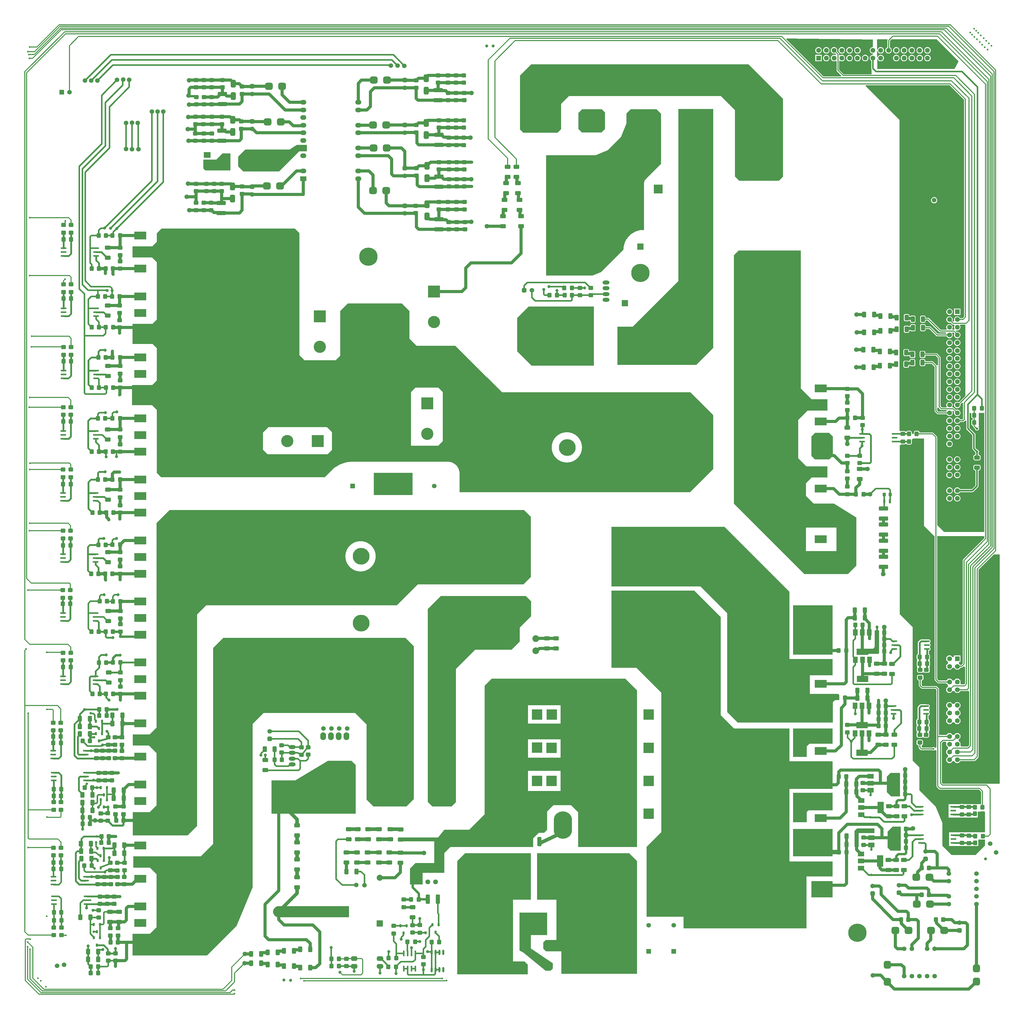
<source format=gbl>
G04*
G04 #@! TF.GenerationSoftware,Altium Limited,Altium Designer,25.3.3 (18)*
G04*
G04 Layer_Physical_Order=4*
G04 Layer_Color=16711680*
%FSLAX44Y44*%
%MOMM*%
G71*
G04*
G04 #@! TF.SameCoordinates,02FA8497-09D8-4EBB-9686-6BBDE5AED0EC*
G04*
G04*
G04 #@! TF.FilePolarity,Positive*
G04*
G01*
G75*
%ADD10C,0.8000*%
%ADD13C,0.5000*%
%ADD16C,0.3000*%
%ADD67C,1.0000*%
%ADD68C,5.5000*%
%ADD69O,6.0000X9.0000*%
%ADD70C,6.0000*%
%ADD71O,7.0000X5.0000*%
%ADD72C,1.5000*%
G04:AMPARAMS|DCode=73|XSize=1.5mm|YSize=1.5mm|CornerRadius=0.375mm|HoleSize=0mm|Usage=FLASHONLY|Rotation=270.000|XOffset=0mm|YOffset=0mm|HoleType=Round|Shape=RoundedRectangle|*
%AMROUNDEDRECTD73*
21,1,1.5000,0.7500,0,0,270.0*
21,1,0.7500,1.5000,0,0,270.0*
1,1,0.7500,-0.3750,-0.3750*
1,1,0.7500,-0.3750,0.3750*
1,1,0.7500,0.3750,0.3750*
1,1,0.7500,0.3750,-0.3750*
%
%ADD73ROUNDEDRECTD73*%
%ADD74R,4.0000X2.5000*%
%ADD75C,4.0000*%
%ADD76R,4.0000X4.0000*%
%ADD77O,20.5000X17.5000*%
G04:AMPARAMS|DCode=78|XSize=5mm|YSize=15mm|CornerRadius=1.25mm|HoleSize=0mm|Usage=FLASHONLY|Rotation=180.000|XOffset=0mm|YOffset=0mm|HoleType=Round|Shape=RoundedRectangle|*
%AMROUNDEDRECTD78*
21,1,5.0000,12.5000,0,0,180.0*
21,1,2.5000,15.0000,0,0,180.0*
1,1,2.5000,-1.2500,6.2500*
1,1,2.5000,1.2500,6.2500*
1,1,2.5000,1.2500,-6.2500*
1,1,2.5000,-1.2500,-6.2500*
%
%ADD78ROUNDEDRECTD78*%
G04:AMPARAMS|DCode=79|XSize=5mm|YSize=11mm|CornerRadius=1.25mm|HoleSize=0mm|Usage=FLASHONLY|Rotation=180.000|XOffset=0mm|YOffset=0mm|HoleType=Round|Shape=RoundedRectangle|*
%AMROUNDEDRECTD79*
21,1,5.0000,8.5000,0,0,180.0*
21,1,2.5000,11.0000,0,0,180.0*
1,1,2.5000,-1.2500,4.2500*
1,1,2.5000,1.2500,4.2500*
1,1,2.5000,1.2500,-4.2500*
1,1,2.5000,-1.2500,-4.2500*
%
%ADD79ROUNDEDRECTD79*%
%ADD80O,10.0000X7.0000*%
%ADD81R,4.0000X4.0000*%
%ADD82R,1.5000X1.5000*%
%ADD83C,2.2000*%
%ADD84C,1.6050*%
%ADD85R,1.6050X1.6050*%
G04:AMPARAMS|DCode=86|XSize=1.5mm|YSize=1.5mm|CornerRadius=0.375mm|HoleSize=0mm|Usage=FLASHONLY|Rotation=0.000|XOffset=0mm|YOffset=0mm|HoleType=Round|Shape=RoundedRectangle|*
%AMROUNDEDRECTD86*
21,1,1.5000,0.7500,0,0,0.0*
21,1,0.7500,1.5000,0,0,0.0*
1,1,0.7500,0.3750,-0.3750*
1,1,0.7500,-0.3750,-0.3750*
1,1,0.7500,-0.3750,0.3750*
1,1,0.7500,0.3750,0.3750*
%
%ADD86ROUNDEDRECTD86*%
%ADD87R,1.5200X1.5200*%
%ADD88C,1.5200*%
%ADD89C,3.5000*%
%ADD90R,3.5000X3.5000*%
%ADD91O,2.3000X1.3000*%
%ADD92O,1.9050X2.5400*%
%ADD93R,3.5000X3.5000*%
%ADD94C,2.0000*%
%ADD95R,2.0000X2.0000*%
%ADD96C,1.6000*%
%ADD97R,1.6000X1.6000*%
%ADD98R,1.5200X1.5200*%
%ADD99O,2.2860X1.9050*%
%ADD100R,2.2860X1.9050*%
%ADD101R,2.0000X1.5000*%
%ADD102C,3.0000*%
%ADD103O,2.0000X1.5000*%
%ADD104R,3.0000X3.0000*%
%ADD105R,1.5000X1.5000*%
%ADD106R,1.6050X1.6050*%
%ADD107C,12.0000*%
%ADD108R,2.0000X2.0000*%
%ADD109C,1.0000*%
%ADD110C,0.8000*%
%ADD111C,0.6000*%
%ADD112C,1.2000*%
%ADD113C,0.7000*%
%ADD114C,0.7000*%
%ADD115C,0.5900*%
G04:AMPARAMS|DCode=116|XSize=1.3mm|YSize=1.8mm|CornerRadius=0.195mm|HoleSize=0mm|Usage=FLASHONLY|Rotation=90.000|XOffset=0mm|YOffset=0mm|HoleType=Round|Shape=RoundedRectangle|*
%AMROUNDEDRECTD116*
21,1,1.3000,1.4100,0,0,90.0*
21,1,0.9100,1.8000,0,0,90.0*
1,1,0.3900,0.7050,0.4550*
1,1,0.3900,0.7050,-0.4550*
1,1,0.3900,-0.7050,-0.4550*
1,1,0.3900,-0.7050,0.4550*
%
%ADD116ROUNDEDRECTD116*%
G04:AMPARAMS|DCode=117|XSize=1.4mm|YSize=1.55mm|CornerRadius=0.35mm|HoleSize=0mm|Usage=FLASHONLY|Rotation=270.000|XOffset=0mm|YOffset=0mm|HoleType=Round|Shape=RoundedRectangle|*
%AMROUNDEDRECTD117*
21,1,1.4000,0.8500,0,0,270.0*
21,1,0.7000,1.5500,0,0,270.0*
1,1,0.7000,-0.4250,-0.3500*
1,1,0.7000,-0.4250,0.3500*
1,1,0.7000,0.4250,0.3500*
1,1,0.7000,0.4250,-0.3500*
%
%ADD117ROUNDEDRECTD117*%
G04:AMPARAMS|DCode=118|XSize=1.3mm|YSize=3mm|CornerRadius=0.195mm|HoleSize=0mm|Usage=FLASHONLY|Rotation=270.000|XOffset=0mm|YOffset=0mm|HoleType=Round|Shape=RoundedRectangle|*
%AMROUNDEDRECTD118*
21,1,1.3000,2.6100,0,0,270.0*
21,1,0.9100,3.0000,0,0,270.0*
1,1,0.3900,-1.3050,-0.4550*
1,1,0.3900,-1.3050,0.4550*
1,1,0.3900,1.3050,0.4550*
1,1,0.3900,1.3050,-0.4550*
%
%ADD118ROUNDEDRECTD118*%
G04:AMPARAMS|DCode=119|XSize=2.5mm|YSize=2.3mm|CornerRadius=0.575mm|HoleSize=0mm|Usage=FLASHONLY|Rotation=180.000|XOffset=0mm|YOffset=0mm|HoleType=Round|Shape=RoundedRectangle|*
%AMROUNDEDRECTD119*
21,1,2.5000,1.1500,0,0,180.0*
21,1,1.3500,2.3000,0,0,180.0*
1,1,1.1500,-0.6750,0.5750*
1,1,1.1500,0.6750,0.5750*
1,1,1.1500,0.6750,-0.5750*
1,1,1.1500,-0.6750,-0.5750*
%
%ADD119ROUNDEDRECTD119*%
G04:AMPARAMS|DCode=120|XSize=1.4mm|YSize=1.55mm|CornerRadius=0.35mm|HoleSize=0mm|Usage=FLASHONLY|Rotation=180.000|XOffset=0mm|YOffset=0mm|HoleType=Round|Shape=RoundedRectangle|*
%AMROUNDEDRECTD120*
21,1,1.4000,0.8500,0,0,180.0*
21,1,0.7000,1.5500,0,0,180.0*
1,1,0.7000,-0.3500,0.4250*
1,1,0.7000,0.3500,0.4250*
1,1,0.7000,0.3500,-0.4250*
1,1,0.7000,-0.3500,-0.4250*
%
%ADD120ROUNDEDRECTD120*%
G04:AMPARAMS|DCode=121|XSize=1.3mm|YSize=1.5mm|CornerRadius=0.195mm|HoleSize=0mm|Usage=FLASHONLY|Rotation=0.000|XOffset=0mm|YOffset=0mm|HoleType=Round|Shape=RoundedRectangle|*
%AMROUNDEDRECTD121*
21,1,1.3000,1.1100,0,0,0.0*
21,1,0.9100,1.5000,0,0,0.0*
1,1,0.3900,0.4550,-0.5550*
1,1,0.3900,-0.4550,-0.5550*
1,1,0.3900,-0.4550,0.5550*
1,1,0.3900,0.4550,0.5550*
%
%ADD121ROUNDEDRECTD121*%
G04:AMPARAMS|DCode=122|XSize=1.3mm|YSize=1.5mm|CornerRadius=0.195mm|HoleSize=0mm|Usage=FLASHONLY|Rotation=270.000|XOffset=0mm|YOffset=0mm|HoleType=Round|Shape=RoundedRectangle|*
%AMROUNDEDRECTD122*
21,1,1.3000,1.1100,0,0,270.0*
21,1,0.9100,1.5000,0,0,270.0*
1,1,0.3900,-0.5550,-0.4550*
1,1,0.3900,-0.5550,0.4550*
1,1,0.3900,0.5550,0.4550*
1,1,0.3900,0.5550,-0.4550*
%
%ADD122ROUNDEDRECTD122*%
G04:AMPARAMS|DCode=123|XSize=1.8mm|YSize=0.59mm|CornerRadius=0.1475mm|HoleSize=0mm|Usage=FLASHONLY|Rotation=180.000|XOffset=0mm|YOffset=0mm|HoleType=Round|Shape=RoundedRectangle|*
%AMROUNDEDRECTD123*
21,1,1.8000,0.2950,0,0,180.0*
21,1,1.5050,0.5900,0,0,180.0*
1,1,0.2950,-0.7525,0.1475*
1,1,0.2950,0.7525,0.1475*
1,1,0.2950,0.7525,-0.1475*
1,1,0.2950,-0.7525,-0.1475*
%
%ADD123ROUNDEDRECTD123*%
G04:AMPARAMS|DCode=124|XSize=2.5mm|YSize=1.7mm|CornerRadius=0.425mm|HoleSize=0mm|Usage=FLASHONLY|Rotation=90.000|XOffset=0mm|YOffset=0mm|HoleType=Round|Shape=RoundedRectangle|*
%AMROUNDEDRECTD124*
21,1,2.5000,0.8500,0,0,90.0*
21,1,1.6500,1.7000,0,0,90.0*
1,1,0.8500,0.4250,0.8250*
1,1,0.8500,0.4250,-0.8250*
1,1,0.8500,-0.4250,-0.8250*
1,1,0.8500,-0.4250,0.8250*
%
%ADD124ROUNDEDRECTD124*%
G04:AMPARAMS|DCode=125|XSize=1.3mm|YSize=1.8mm|CornerRadius=0.195mm|HoleSize=0mm|Usage=FLASHONLY|Rotation=0.000|XOffset=0mm|YOffset=0mm|HoleType=Round|Shape=RoundedRectangle|*
%AMROUNDEDRECTD125*
21,1,1.3000,1.4100,0,0,0.0*
21,1,0.9100,1.8000,0,0,0.0*
1,1,0.3900,0.4550,-0.7050*
1,1,0.3900,-0.4550,-0.7050*
1,1,0.3900,-0.4550,0.7050*
1,1,0.3900,0.4550,0.7050*
%
%ADD125ROUNDEDRECTD125*%
G04:AMPARAMS|DCode=126|XSize=5.5mm|YSize=5.7mm|CornerRadius=0.6875mm|HoleSize=0mm|Usage=FLASHONLY|Rotation=90.000|XOffset=0mm|YOffset=0mm|HoleType=Round|Shape=RoundedRectangle|*
%AMROUNDEDRECTD126*
21,1,5.5000,4.3250,0,0,90.0*
21,1,4.1250,5.7000,0,0,90.0*
1,1,1.3750,2.1625,2.0625*
1,1,1.3750,2.1625,-2.0625*
1,1,1.3750,-2.1625,-2.0625*
1,1,1.3750,-2.1625,2.0625*
%
%ADD126ROUNDEDRECTD126*%
G04:AMPARAMS|DCode=127|XSize=1mm|YSize=2mm|CornerRadius=0.125mm|HoleSize=0mm|Usage=FLASHONLY|Rotation=90.000|XOffset=0mm|YOffset=0mm|HoleType=Round|Shape=RoundedRectangle|*
%AMROUNDEDRECTD127*
21,1,1.0000,1.7500,0,0,90.0*
21,1,0.7500,2.0000,0,0,90.0*
1,1,0.2500,0.8750,0.3750*
1,1,0.2500,0.8750,-0.3750*
1,1,0.2500,-0.8750,-0.3750*
1,1,0.2500,-0.8750,0.3750*
%
%ADD127ROUNDEDRECTD127*%
G04:AMPARAMS|DCode=128|XSize=0.65mm|YSize=1mm|CornerRadius=0.0813mm|HoleSize=0mm|Usage=FLASHONLY|Rotation=180.000|XOffset=0mm|YOffset=0mm|HoleType=Round|Shape=RoundedRectangle|*
%AMROUNDEDRECTD128*
21,1,0.6500,0.8375,0,0,180.0*
21,1,0.4875,1.0000,0,0,180.0*
1,1,0.1625,-0.2438,0.4188*
1,1,0.1625,0.2438,0.4188*
1,1,0.1625,0.2438,-0.4188*
1,1,0.1625,-0.2438,-0.4188*
%
%ADD128ROUNDEDRECTD128*%
%ADD129O,2.2500X1.6000*%
%ADD130R,0.5588X1.9812*%
%ADD131O,0.6000X1.8000*%
G04:AMPARAMS|DCode=132|XSize=1.3mm|YSize=3mm|CornerRadius=0.195mm|HoleSize=0mm|Usage=FLASHONLY|Rotation=180.000|XOffset=0mm|YOffset=0mm|HoleType=Round|Shape=RoundedRectangle|*
%AMROUNDEDRECTD132*
21,1,1.3000,2.6100,0,0,180.0*
21,1,0.9100,3.0000,0,0,180.0*
1,1,0.3900,-0.4550,1.3050*
1,1,0.3900,0.4550,1.3050*
1,1,0.3900,0.4550,-1.3050*
1,1,0.3900,-0.4550,-1.3050*
%
%ADD132ROUNDEDRECTD132*%
G04:AMPARAMS|DCode=133|XSize=1.4mm|YSize=1.85mm|CornerRadius=0.35mm|HoleSize=0mm|Usage=FLASHONLY|Rotation=180.000|XOffset=0mm|YOffset=0mm|HoleType=Round|Shape=RoundedRectangle|*
%AMROUNDEDRECTD133*
21,1,1.4000,1.1500,0,0,180.0*
21,1,0.7000,1.8500,0,0,180.0*
1,1,0.7000,-0.3500,0.5750*
1,1,0.7000,0.3500,0.5750*
1,1,0.7000,0.3500,-0.5750*
1,1,0.7000,-0.3500,-0.5750*
%
%ADD133ROUNDEDRECTD133*%
G04:AMPARAMS|DCode=134|XSize=2.5mm|YSize=2.3mm|CornerRadius=0.575mm|HoleSize=0mm|Usage=FLASHONLY|Rotation=90.000|XOffset=0mm|YOffset=0mm|HoleType=Round|Shape=RoundedRectangle|*
%AMROUNDEDRECTD134*
21,1,2.5000,1.1500,0,0,90.0*
21,1,1.3500,2.3000,0,0,90.0*
1,1,1.1500,0.5750,0.6750*
1,1,1.1500,0.5750,-0.6750*
1,1,1.1500,-0.5750,-0.6750*
1,1,1.1500,-0.5750,0.6750*
%
%ADD134ROUNDEDRECTD134*%
%ADD135R,2.0000X3.8000*%
%ADD136R,2.0000X1.5000*%
%ADD137R,3.8000X2.0000*%
%ADD138R,1.5000X2.0000*%
G04:AMPARAMS|DCode=139|XSize=1.1mm|YSize=1.2mm|CornerRadius=0.165mm|HoleSize=0mm|Usage=FLASHONLY|Rotation=0.000|XOffset=0mm|YOffset=0mm|HoleType=Round|Shape=RoundedRectangle|*
%AMROUNDEDRECTD139*
21,1,1.1000,0.8700,0,0,0.0*
21,1,0.7700,1.2000,0,0,0.0*
1,1,0.3300,0.3850,-0.4350*
1,1,0.3300,-0.3850,-0.4350*
1,1,0.3300,-0.3850,0.4350*
1,1,0.3300,0.3850,0.4350*
%
%ADD139ROUNDEDRECTD139*%
G04:AMPARAMS|DCode=140|XSize=0.7mm|YSize=1.3mm|CornerRadius=0.105mm|HoleSize=0mm|Usage=FLASHONLY|Rotation=0.000|XOffset=0mm|YOffset=0mm|HoleType=Round|Shape=RoundedRectangle|*
%AMROUNDEDRECTD140*
21,1,0.7000,1.0900,0,0,0.0*
21,1,0.4900,1.3000,0,0,0.0*
1,1,0.2100,0.2450,-0.5450*
1,1,0.2100,-0.2450,-0.5450*
1,1,0.2100,-0.2450,0.5450*
1,1,0.2100,0.2450,0.5450*
%
%ADD140ROUNDEDRECTD140*%
%ADD141C,1.2000*%
%ADD142C,0.6000*%
%ADD143C,1.4000*%
G36*
X3078022Y3077978D02*
X3064603Y3052500D01*
X2811292D01*
X2811194Y3085722D01*
X2812464Y3085891D01*
X2812935Y3084132D01*
X2814326Y3081723D01*
X2816293Y3079756D01*
X2818702Y3078365D01*
X2821389Y3077645D01*
X2824171D01*
X2826858Y3078365D01*
X2829267Y3079756D01*
X2831234Y3081723D01*
X2832625Y3084132D01*
X2833345Y3086819D01*
Y3089601D01*
X2832625Y3092288D01*
X2831234Y3094697D01*
X2829267Y3096664D01*
X2826858Y3098055D01*
X2824171Y3098775D01*
X2821389D01*
X2818702Y3098055D01*
X2816293Y3096664D01*
X2814326Y3094697D01*
X2812935Y3092288D01*
X2812450Y3090479D01*
X2811180Y3090644D01*
X2811164Y3095959D01*
X2811143Y3103090D01*
X2811118Y3111404D01*
X2812388Y3111573D01*
X2812935Y3109532D01*
X2814326Y3107123D01*
X2816293Y3105156D01*
X2818702Y3103765D01*
X2821389Y3103045D01*
X2824171D01*
X2826858Y3103765D01*
X2829267Y3105156D01*
X2831234Y3107123D01*
X2832625Y3109532D01*
X2833345Y3112219D01*
Y3115001D01*
X2832625Y3117688D01*
X2831234Y3120097D01*
X2829267Y3122064D01*
X2826858Y3123455D01*
X2824171Y3124175D01*
X2821389D01*
X2818702Y3123455D01*
X2816293Y3122064D01*
X2814326Y3120097D01*
X2812935Y3117688D01*
X2812376Y3115603D01*
X2811106Y3115768D01*
X2811089Y3121489D01*
X2811027Y3142713D01*
X2811009Y3148851D01*
X2811905Y3149750D01*
X2844689D01*
X2845325Y3148480D01*
X2844774Y3147656D01*
X2844461Y3146080D01*
Y3123431D01*
X2842093Y3122064D01*
X2840126Y3120097D01*
X2838735Y3117688D01*
X2838015Y3115001D01*
Y3112219D01*
X2838735Y3109532D01*
X2840126Y3107123D01*
X2842093Y3105156D01*
X2844502Y3103765D01*
X2847189Y3103045D01*
X2849971D01*
X2852658Y3103765D01*
X2855067Y3105156D01*
X2857034Y3107123D01*
X2858425Y3109532D01*
X2859145Y3112219D01*
Y3115001D01*
X2858425Y3117688D01*
X2857034Y3120097D01*
X2855067Y3122064D01*
X2852699Y3123431D01*
Y3144374D01*
X2858075Y3149750D01*
X3006250Y3149750D01*
X3078022Y3077978D01*
D02*
G37*
G36*
X2797250Y3148780D02*
Y3124175D01*
X2795989D01*
X2793302Y3123455D01*
X2790893Y3122064D01*
X2788926Y3120097D01*
X2787535Y3117688D01*
X2786815Y3115001D01*
Y3112219D01*
X2787535Y3109532D01*
X2788926Y3107123D01*
X2790893Y3105156D01*
X2793302Y3103765D01*
X2795989Y3103045D01*
X2797250D01*
Y3098775D01*
X2795989D01*
X2793302Y3098055D01*
X2790893Y3096664D01*
X2788926Y3094697D01*
X2787535Y3092288D01*
X2786815Y3089601D01*
Y3086819D01*
X2787535Y3084132D01*
X2788926Y3081723D01*
X2790893Y3079756D01*
X2792241Y3078977D01*
Y3053870D01*
X2792458Y3052780D01*
X2792632Y3049867D01*
X2792632D01*
Y3035119D01*
X2701456D01*
X2686619Y3049956D01*
Y3077787D01*
X2687416Y3078477D01*
X2689619Y3079337D01*
X2691302Y3078365D01*
X2693989Y3077645D01*
X2696771D01*
X2699458Y3078365D01*
X2701867Y3079756D01*
X2703834Y3081723D01*
X2705225Y3084132D01*
X2705945Y3086819D01*
Y3089601D01*
X2705225Y3092288D01*
X2703834Y3094697D01*
X2701867Y3096664D01*
X2699458Y3098055D01*
X2696771Y3098775D01*
X2693989D01*
X2691302Y3098055D01*
X2689619Y3097083D01*
X2687416Y3097943D01*
X2686619Y3098633D01*
Y3101090D01*
X2686306Y3102666D01*
X2685413Y3104003D01*
X2679837Y3109578D01*
X2680545Y3112219D01*
Y3115001D01*
X2679825Y3117688D01*
X2678434Y3120097D01*
X2676467Y3122064D01*
X2674058Y3123455D01*
X2671371Y3124175D01*
X2668589D01*
X2665902Y3123455D01*
X2663493Y3122064D01*
X2661526Y3120097D01*
X2660135Y3117688D01*
X2659415Y3115001D01*
Y3112219D01*
X2660135Y3109532D01*
X2661526Y3107123D01*
X2663493Y3105156D01*
X2665902Y3103765D01*
X2668589Y3103045D01*
X2671371D01*
X2674012Y3103753D01*
X2676578Y3101187D01*
X2676403Y3100165D01*
X2675655Y3099492D01*
X2673043Y3098327D01*
X2671371Y3098775D01*
X2668589D01*
X2665902Y3098055D01*
X2663493Y3096664D01*
X2661526Y3094697D01*
X2660135Y3092288D01*
X2659415Y3089601D01*
Y3086819D01*
X2660135Y3084132D01*
X2661526Y3081723D01*
X2663493Y3079756D01*
X2665902Y3078365D01*
X2668589Y3077645D01*
X2671371D01*
X2674058Y3078365D01*
X2675381Y3079129D01*
X2678381Y3077697D01*
Y3048250D01*
X2678694Y3046674D01*
X2679587Y3045338D01*
X2694055Y3030869D01*
X2692813Y3027869D01*
X2635456D01*
X2513565Y3149760D01*
X2514731Y3152524D01*
X2797250Y3148780D01*
D02*
G37*
G36*
X1919250Y2910000D02*
Y2856000D01*
X1907750Y2844250D01*
X1844250Y2844500D01*
X1832000Y2856250D01*
Y2909000D01*
X1843787Y2920787D01*
X1908463D01*
X1919250Y2910000D01*
D02*
G37*
G36*
X691720Y2719910D02*
X609170D01*
X602820Y2726260D01*
X602820Y2755470D01*
X644730D01*
X665050Y2775790D01*
X691720Y2775790D01*
Y2719910D01*
D02*
G37*
G36*
X941910Y2782140D02*
X916510Y2782140D01*
X850470Y2716100D01*
X733630Y2716100D01*
X717120Y2732610D01*
Y2765630D01*
X739980Y2788490D01*
X885712Y2788490D01*
X909525Y2803730D01*
X941910Y2803730D01*
Y2782140D01*
D02*
G37*
G36*
X2502740Y2954860D02*
X2502740Y2699590D01*
X2488770Y2685620D01*
X2359230D01*
X2345260Y2699590D01*
Y2918030D01*
X2299540Y2963750D01*
X1800430D01*
X1775030Y2938350D01*
X1775030Y2854780D01*
X1763350Y2843100D01*
X1651900D01*
X1640410Y2854590D01*
Y3031060D01*
X1677240Y3067890D01*
X2389710D01*
X2502740Y2954860D01*
D02*
G37*
G36*
X917780Y2515220D02*
Y2297000D01*
Y2114220D01*
X934390Y2097610D01*
X1036110D01*
X1051130Y2112630D01*
Y2258900D01*
X1075895Y2283665D01*
X1253695D01*
X1278460Y2258900D01*
Y2168730D01*
X1302190Y2145000D01*
X1429190Y2145000D01*
X1532460Y2041730D01*
X1581990Y1992200D01*
X2199210D01*
X2274140Y1917270D01*
Y1740740D01*
X2197940Y1664540D01*
X1442290D01*
X1442290Y1726770D01*
X1442208Y1729262D01*
X1441558Y1734203D01*
X1440268Y1739017D01*
X1438361Y1743621D01*
X1435869Y1747937D01*
X1432835Y1751891D01*
X1429311Y1755415D01*
X1425357Y1758449D01*
X1421041Y1760941D01*
X1416437Y1762848D01*
X1411623Y1764138D01*
X1406682Y1764788D01*
X1404190Y1764870D01*
X1404190Y1764870D01*
X1283540D01*
Y1816940D01*
X1283540D01*
X1283540Y1764870D01*
X1093003Y1764870D01*
X1088042Y1764748D01*
X1078170Y1763776D01*
X1068440Y1761841D01*
X1058946Y1758961D01*
X1049781Y1755165D01*
X1041032Y1750488D01*
X1032784Y1744977D01*
X1025115Y1738683D01*
X1021522Y1735262D01*
X1000330Y1714070D01*
X877140D01*
Y1789335D01*
X1009835D01*
X1024460Y1803960D01*
Y1861290D01*
X1007850Y1877900D01*
X816400D01*
X798400Y1859900D01*
Y1804350D01*
X813416Y1789335D01*
X877140D01*
X877140Y1714070D01*
X464430D01*
X450420Y1728080D01*
Y1935050D01*
X435180Y1950290D01*
X369140D01*
Y2016330D01*
X435180D01*
X450420Y2031570D01*
Y2137314D01*
X436785Y2150950D01*
X370410D01*
Y2216990D01*
X436450Y2216990D01*
X450420Y2230960D01*
Y2419080D01*
X435340Y2434160D01*
X370410Y2434160D01*
Y2470990D01*
X435490Y2470990D01*
X450420Y2485920D01*
Y2514170D01*
X465660Y2529410D01*
X903590D01*
X917780Y2515220D01*
D02*
G37*
G36*
X2088213Y2920787D02*
X2102910Y2906090D01*
Y2741718D01*
X2054432Y2693239D01*
X2054432Y2693239D01*
X2052767Y2691402D01*
X2050014Y2687282D01*
X2048118Y2682705D01*
X2047152Y2677846D01*
X2047030Y2675369D01*
Y2524555D01*
X2044498D01*
X2044497Y2524554D01*
X2041319Y2524476D01*
X2034993Y2523853D01*
X2028758Y2522613D01*
X2022675Y2520768D01*
X2016802Y2518335D01*
X2011195Y2515339D01*
X2005910Y2511807D01*
X2000996Y2507774D01*
X1996501Y2503279D01*
X1992468Y2498365D01*
X1988936Y2493080D01*
X1985940Y2487473D01*
X1983507Y2481600D01*
X1981662Y2475517D01*
X1980421Y2469282D01*
X1979798Y2462956D01*
X1979720Y2459777D01*
X1905975Y2386032D01*
X1878476Y2375220D01*
X1726500D01*
Y2770190D01*
X1889095D01*
X1927901Y2786264D01*
X1971427Y2829789D01*
X1989880Y2874340D01*
Y2906630D01*
X2004037Y2920787D01*
X2088213Y2920787D01*
D02*
G37*
G36*
X3096131Y2951544D02*
Y2240706D01*
X3090634Y2235209D01*
X3083521D01*
X3082154Y2237577D01*
X3080187Y2239544D01*
X3077778Y2240935D01*
X3075091Y2241655D01*
X3072309D01*
X3069622Y2240935D01*
X3067213Y2239544D01*
X3065246Y2237577D01*
X3063855Y2235168D01*
X3063135Y2232481D01*
Y2229699D01*
X3063600Y2227962D01*
X3062500Y2225423D01*
X3061789Y2224590D01*
X3060802Y2224414D01*
X3058157Y2227058D01*
X3058865Y2229699D01*
Y2232481D01*
X3058145Y2235168D01*
X3056754Y2237577D01*
X3054787Y2239544D01*
X3052378Y2240935D01*
X3049691Y2241655D01*
X3046909D01*
X3044222Y2240935D01*
X3041813Y2239544D01*
X3039846Y2237577D01*
X3038455Y2235168D01*
X3037735Y2232481D01*
Y2229699D01*
X3038455Y2227012D01*
X3039846Y2224603D01*
X3041813Y2222636D01*
X3044222Y2221245D01*
X3046909Y2220525D01*
X3049691D01*
X3052332Y2221233D01*
X3057977Y2215587D01*
X3059314Y2214694D01*
X3060890Y2214381D01*
X3063207D01*
X3063846Y2213690D01*
X3064786Y2211381D01*
X3063855Y2209768D01*
X3063135Y2207081D01*
Y2204299D01*
X3063855Y2201612D01*
X3064901Y2199800D01*
X3064030Y2197998D01*
X3063119Y2197095D01*
X3063000Y2197119D01*
X3058891D01*
X3058370Y2197628D01*
X3057283Y2200119D01*
X3058145Y2201612D01*
X3058865Y2204299D01*
Y2207081D01*
X3058145Y2209768D01*
X3056754Y2212177D01*
X3054787Y2214144D01*
X3052378Y2215535D01*
X3049691Y2216255D01*
X3046909D01*
X3044222Y2215535D01*
X3041813Y2214144D01*
X3039846Y2212177D01*
X3038455Y2209768D01*
X3037735Y2207081D01*
Y2204299D01*
X3038455Y2201612D01*
X3039317Y2200119D01*
X3038230Y2197628D01*
X3037709Y2197119D01*
X3019706D01*
X2981683Y2235143D01*
X2980346Y2236036D01*
X2978770Y2236349D01*
X2970328D01*
Y2239280D01*
X2969980Y2241032D01*
X2968987Y2242517D01*
X2967502Y2243510D01*
X2965750Y2243858D01*
X2956650D01*
X2954898Y2243510D01*
X2953413Y2242517D01*
X2952420Y2241032D01*
X2952072Y2239280D01*
Y2225180D01*
X2952420Y2223428D01*
X2953413Y2221943D01*
X2954898Y2220950D01*
X2956650Y2220602D01*
X2965750D01*
X2967502Y2220950D01*
X2968987Y2221943D01*
X2969980Y2223428D01*
X2970328Y2225180D01*
Y2228111D01*
X2977064D01*
X3015087Y2190087D01*
X3016424Y2189194D01*
X3018000Y2188881D01*
X3035823D01*
X3037461Y2185881D01*
X3036649Y2184619D01*
X3009456D01*
X2986873Y2207203D01*
X2985536Y2208096D01*
X2983960Y2208409D01*
X2970328D01*
Y2211340D01*
X2969980Y2213092D01*
X2968987Y2214577D01*
X2967502Y2215569D01*
X2965750Y2215918D01*
X2956650D01*
X2954898Y2215569D01*
X2953413Y2214577D01*
X2952420Y2213092D01*
X2952072Y2211340D01*
Y2197240D01*
X2952420Y2195488D01*
X2953413Y2194003D01*
X2954898Y2193011D01*
X2956650Y2192662D01*
X2965750D01*
X2967502Y2193011D01*
X2968987Y2194003D01*
X2969980Y2195488D01*
X2970328Y2197240D01*
Y2200171D01*
X2982254D01*
X3004837Y2177587D01*
X3006174Y2176694D01*
X3007750Y2176381D01*
X3038410D01*
X3038455Y2176212D01*
X3039846Y2173803D01*
X3041813Y2171836D01*
X3044222Y2170445D01*
X3046909Y2169725D01*
X3049691D01*
X3052378Y2170445D01*
X3054787Y2171836D01*
X3056754Y2173803D01*
X3058145Y2176212D01*
X3058865Y2178899D01*
Y2181681D01*
X3058145Y2184368D01*
X3057272Y2185881D01*
X3058329Y2188334D01*
X3058883Y2188881D01*
X3061294D01*
X3064569Y2185605D01*
X3063855Y2184368D01*
X3063135Y2181681D01*
Y2178899D01*
X3063855Y2176212D01*
X3065246Y2173803D01*
X3067213Y2171836D01*
X3069622Y2170445D01*
X3072309Y2169725D01*
X3075091D01*
X3077778Y2170445D01*
X3080187Y2171836D01*
X3082154Y2173803D01*
X3083545Y2176212D01*
X3084265Y2178899D01*
Y2181681D01*
X3083545Y2184368D01*
X3082154Y2186777D01*
X3080187Y2188744D01*
X3077778Y2190135D01*
X3075091Y2190855D01*
X3072309D01*
X3071253Y2190572D01*
X3068890Y2192935D01*
X3070443Y2195625D01*
X3072309Y2195125D01*
X3075091D01*
X3077778Y2195845D01*
X3080187Y2197236D01*
X3082154Y2199203D01*
X3083545Y2201612D01*
X3084265Y2204299D01*
Y2207081D01*
X3083545Y2209768D01*
X3082614Y2211381D01*
X3083554Y2213690D01*
X3084193Y2214381D01*
X3100250D01*
Y1980764D01*
X3079327Y1959841D01*
X3077778Y1960735D01*
X3075091Y1961455D01*
X3072309D01*
X3069622Y1960735D01*
X3067213Y1959344D01*
X3065246Y1957377D01*
X3063855Y1954968D01*
X3063135Y1952281D01*
Y1949499D01*
X3063855Y1946812D01*
X3065246Y1944403D01*
X3067213Y1942436D01*
X3069622Y1941045D01*
X3072309Y1940325D01*
X3075091D01*
X3077778Y1941045D01*
X3080187Y1942436D01*
X3082154Y1944403D01*
X3083545Y1946812D01*
X3084265Y1949499D01*
Y1952281D01*
X3084086Y1952949D01*
X3089631Y1958494D01*
X3092631Y1957252D01*
Y1904456D01*
X3091984Y1903809D01*
X3083521D01*
X3082154Y1906177D01*
X3080187Y1908144D01*
X3077778Y1909535D01*
X3075091Y1910255D01*
X3072309D01*
X3069622Y1909535D01*
X3067213Y1908144D01*
X3065246Y1906177D01*
X3063855Y1903768D01*
X3063135Y1901081D01*
Y1898299D01*
X3063855Y1895612D01*
X3065246Y1893203D01*
X3067213Y1891236D01*
X3069622Y1889845D01*
X3072309Y1889125D01*
X3075091D01*
X3077778Y1889845D01*
X3080187Y1891236D01*
X3082154Y1893203D01*
X3083521Y1895571D01*
X3093690D01*
X3095266Y1895884D01*
X3096603Y1896777D01*
X3099663Y1899837D01*
X3102854Y1899213D01*
X3103361Y1898838D01*
Y1873750D01*
X3103752Y1871783D01*
X3104866Y1870116D01*
X3123361Y1851622D01*
Y1808000D01*
X3123752Y1806033D01*
X3124866Y1804366D01*
X3131960Y1797273D01*
Y1797139D01*
X3132406Y1795476D01*
X3133267Y1793984D01*
X3133361Y1793890D01*
Y1787628D01*
X3131450D01*
X3129698Y1787280D01*
X3128213Y1786287D01*
X3127220Y1784802D01*
X3126872Y1783050D01*
Y1773950D01*
X3127220Y1772198D01*
X3128213Y1770713D01*
X3129698Y1769720D01*
X3131450Y1769372D01*
X3145550D01*
X3147302Y1769720D01*
X3148787Y1770713D01*
X3149779Y1772198D01*
X3150128Y1773950D01*
Y1783050D01*
X3149779Y1784802D01*
X3148787Y1786287D01*
X3147302Y1787280D01*
X3145550Y1787628D01*
X3143639D01*
Y1793890D01*
X3143733Y1793984D01*
X3144594Y1795476D01*
X3145040Y1797139D01*
Y1798861D01*
X3144594Y1800524D01*
X3143733Y1802016D01*
X3142516Y1803233D01*
X3141024Y1804094D01*
X3139361Y1804540D01*
X3139227D01*
X3133639Y1810128D01*
Y1853750D01*
X3133248Y1855717D01*
X3132133Y1857384D01*
X3113639Y1875878D01*
Y1925000D01*
X3117517D01*
X3120142Y1922820D01*
Y1911720D01*
X3120491Y1909968D01*
X3121483Y1908483D01*
X3122968Y1907490D01*
X3124720Y1907142D01*
X3124951D01*
Y1903428D01*
X3123213Y1903083D01*
X3121216Y1901748D01*
X3119880Y1899750D01*
X3119412Y1897393D01*
Y1888893D01*
X3119880Y1886537D01*
X3121216Y1884539D01*
X3123213Y1883204D01*
X3125166Y1882815D01*
Y1881362D01*
X3125479Y1879786D01*
X3126372Y1878449D01*
X3131960Y1872862D01*
Y1872639D01*
X3132406Y1870976D01*
X3133267Y1869484D01*
X3134484Y1868267D01*
X3135976Y1867406D01*
X3137639Y1866960D01*
X3139361D01*
X3141024Y1867406D01*
X3142516Y1868267D01*
X3143733Y1869484D01*
X3144594Y1870976D01*
X3145040Y1872639D01*
Y1874361D01*
X3144861Y1875028D01*
X3144250Y1877774D01*
X3144250Y1877774D01*
X3144250Y1877774D01*
Y1925000D01*
X3162381D01*
Y1534500D01*
X3030500D01*
X3007869Y1557131D01*
Y1845500D01*
X3007556Y1847076D01*
X3006663Y1848413D01*
X2996053Y1859023D01*
X2994716Y1859916D01*
X2993140Y1860229D01*
X2949818D01*
Y1861660D01*
X2949470Y1863412D01*
X2948477Y1864897D01*
X2946992Y1865889D01*
X2945240Y1866238D01*
X2936140D01*
X2934388Y1865889D01*
X2932903Y1864897D01*
X2931910Y1863412D01*
X2931562Y1861660D01*
Y1856500D01*
X2924818D01*
Y1861660D01*
X2924470Y1863412D01*
X2923477Y1864897D01*
X2921992Y1865889D01*
X2920240Y1866238D01*
X2911140D01*
X2909388Y1865889D01*
X2907903Y1864897D01*
X2907400Y1864144D01*
X2904852Y1863750D01*
X2903957Y1863897D01*
X2902472Y1864890D01*
X2900720Y1865238D01*
X2889620D01*
X2887868Y1864890D01*
X2887750Y1864811D01*
X2884750Y1866414D01*
Y2884750D01*
X2773141Y2996359D01*
X2774289Y2999131D01*
X3048544D01*
X3096131Y2951544D01*
D02*
G37*
G36*
X2273727Y2138086D02*
X2217847Y2082206D01*
X1960037D01*
Y2207936D01*
X2009567D01*
X2159427Y2357796D01*
X2159427Y2921676D01*
X2273727D01*
Y2138086D01*
D02*
G37*
G36*
X1882980Y2079830D02*
X1678510D01*
X1631520Y2126820D01*
X1631520Y2236020D01*
X1669250Y2273750D01*
X1882980D01*
Y2079830D01*
D02*
G37*
G36*
X2964927Y1555073D02*
X2998867Y1521132D01*
X2999377D01*
Y1050750D01*
X2999377Y1050750D01*
X3000658Y1047658D01*
X3008508Y1039808D01*
X3008508Y1039808D01*
X3011600Y1038527D01*
X3011600Y1038527D01*
X3037735D01*
Y1038524D01*
X3043408Y1032851D01*
X3043694Y1030200D01*
X3043408Y1027549D01*
X3037735Y1021876D01*
Y1013124D01*
X3043924Y1006935D01*
X3052676D01*
X3058349Y1012608D01*
X3061000Y1012894D01*
X3063651Y1012608D01*
X3069324Y1006935D01*
X3078076D01*
X3084265Y1013124D01*
Y1013127D01*
X3106250D01*
X3106250Y1013127D01*
X3108127Y1013905D01*
X3113127Y1011660D01*
Y836061D01*
X3107689Y830623D01*
X3085881D01*
X3084265Y834524D01*
Y843276D01*
X3078593Y848949D01*
X3078306Y851600D01*
X3078593Y854251D01*
X3084265Y859924D01*
Y868676D01*
X3078076Y874865D01*
X3069324D01*
X3063651Y869192D01*
X3061000Y868906D01*
X3058349Y869192D01*
X3052676Y874865D01*
X3043924D01*
X3037735Y868676D01*
Y868673D01*
X3014373D01*
Y1018750D01*
X3014373Y1018750D01*
X3013092Y1021842D01*
X3013092Y1021842D01*
X3007092Y1027842D01*
X3004000Y1029123D01*
X3004000Y1029123D01*
X2960561D01*
X2956883Y1032802D01*
Y1047820D01*
X2958060D01*
X2961496Y1049243D01*
X2962920Y1052680D01*
Y1061780D01*
X2961496Y1065217D01*
X2958060Y1066640D01*
X2946960D01*
X2943523Y1065217D01*
X2942100Y1061780D01*
Y1052680D01*
X2943523Y1049243D01*
X2946960Y1047820D01*
X2948137D01*
Y1030990D01*
X2948137Y1030990D01*
X2949417Y1027898D01*
X2955658Y1021658D01*
X2955658Y1021658D01*
X2958750Y1020377D01*
X2958750Y1020377D01*
X3002189D01*
X3005627Y1016939D01*
Y864500D01*
X3005627Y864500D01*
X3005627Y864500D01*
Y828602D01*
X3000627Y826958D01*
X2998545Y829040D01*
X2993955D01*
X2992330Y827415D01*
X2959468D01*
X2956902Y830035D01*
X2956838Y831072D01*
X2957873Y835438D01*
X2960036Y836333D01*
X2961459Y839770D01*
Y848870D01*
X2960036Y852307D01*
X2956600Y853730D01*
X2945500D01*
X2942063Y852307D01*
X2940640Y848870D01*
Y839770D01*
X2942063Y836333D01*
X2945500Y834910D01*
X2946677D01*
Y828201D01*
X2946677Y828200D01*
X2947957Y825108D01*
X2953116Y819950D01*
X2953116Y819950D01*
X2956208Y818669D01*
X2956208Y818669D01*
X2993246D01*
X2993665Y818250D01*
X2993955Y817960D01*
X2998545D01*
X2998835Y818250D01*
X3000627Y820042D01*
X3005627Y818398D01*
Y701250D01*
X3005627Y701250D01*
X3006908Y698158D01*
X3014408Y690658D01*
X3014408Y690658D01*
X3017500Y689377D01*
X3145439D01*
X3152217Y682599D01*
Y642470D01*
X3116715D01*
X3116620Y642510D01*
X3105520D01*
X3105424Y642470D01*
X3094135D01*
X3093732Y642638D01*
X3085232D01*
X3084828Y642470D01*
X3045140D01*
Y619220D01*
Y597720D01*
X3141250D01*
Y617750D01*
X3164750D01*
Y549500D01*
X3047000D01*
Y526250D01*
Y504750D01*
X3106693D01*
X3106790Y504710D01*
X3117890D01*
X3117986Y504750D01*
X3142270D01*
Y526250D01*
X3164750D01*
Y506750D01*
X3133500Y475500D01*
X3055500D01*
X3025177Y505823D01*
X3025177Y580610D01*
X3002928Y634322D01*
X2949500Y687750D01*
Y763309D01*
X2928000Y784809D01*
Y1222309D01*
X2884927Y1265383D01*
Y1818232D01*
X2889620Y1821700D01*
X2900720D01*
X2904156Y1823123D01*
X2907704Y1822124D01*
X2911140Y1820700D01*
X2920240D01*
X2923676Y1822124D01*
X2925100Y1825560D01*
Y1836660D01*
X2928659Y1841132D01*
X2964927D01*
X2964927Y1555073D01*
D02*
G37*
G36*
X2665750Y1847750D02*
Y1784000D01*
X2654500Y1772750D01*
X2607250D01*
X2596000Y1784000D01*
Y1847500D01*
X2608000Y1859500D01*
X2654000D01*
X2665750Y1847750D01*
D02*
G37*
G36*
X1288620Y1655650D02*
X1161620D01*
Y1728040D01*
X1288620D01*
Y1655650D01*
D02*
G37*
G36*
X2561160Y2004900D02*
X2596720Y1969340D01*
X2648155D01*
Y1932510D01*
X2582760D01*
X2552250Y1902000D01*
Y1776750D01*
X2579370Y1749630D01*
X2648155Y1749630D01*
Y1712800D01*
X2596720D01*
X2577670Y1693750D01*
Y1653110D01*
X2602816Y1627964D01*
X2669241D01*
X2742770Y1582182D01*
Y1548970D01*
Y1424510D01*
X2714830Y1396570D01*
X2572844D01*
X2341450Y1627964D01*
X2341450Y2441780D01*
X2356690Y2457020D01*
X2561160D01*
Y2004900D01*
D02*
G37*
G36*
X2817500Y1138500D02*
X2817500Y1137853D01*
X2817005Y1136659D01*
X2816091Y1135745D01*
X2814897Y1135250D01*
X2814250Y1135250D01*
Y1135250D01*
X2785250Y1135250D01*
X2784567Y1135183D01*
X2783305Y1134660D01*
X2782340Y1133695D01*
X2781817Y1132433D01*
X2781750Y1131750D01*
X2743750D01*
Y1151750D01*
X2794250D01*
X2795157Y1151795D01*
X2796935Y1152148D01*
X2798611Y1152842D01*
X2800118Y1153850D01*
X2801400Y1155132D01*
X2802408Y1156640D01*
X2803102Y1158315D01*
X2803456Y1160093D01*
X2803500Y1161000D01*
X2803500Y1161000D01*
Y1211750D01*
X2817500D01*
X2817500Y1138500D01*
D02*
G37*
G36*
X2665300Y1132410D02*
X2536000D01*
Y1293700D01*
X2665300D01*
Y1132410D01*
D02*
G37*
G36*
X3162127Y1514061D02*
X3092908Y1444842D01*
X3091627Y1441750D01*
X3091627Y1441750D01*
Y1103811D01*
X3086414Y1098598D01*
X3083743D01*
X3078806Y1103535D01*
X3079839Y1108535D01*
X3084265D01*
Y1129665D01*
X3063135D01*
Y1125238D01*
X3058135Y1124206D01*
X3052676Y1129665D01*
X3043924D01*
X3037735Y1123476D01*
Y1114724D01*
X3043408Y1109051D01*
X3043694Y1106400D01*
X3043408Y1103749D01*
X3037735Y1098076D01*
Y1089324D01*
X3043924Y1083135D01*
X3052676D01*
X3058349Y1088808D01*
X3061000Y1089094D01*
X3063651Y1088808D01*
X3069324Y1083135D01*
X3078076D01*
X3084265Y1089324D01*
X3088225Y1089852D01*
X3091317Y1091133D01*
X3094127Y1093943D01*
X3099127Y1091872D01*
Y1037811D01*
X3095939Y1034623D01*
X3085881D01*
X3084265Y1038524D01*
Y1047276D01*
X3078076Y1053465D01*
X3069324D01*
X3063651Y1047792D01*
X3061000Y1047506D01*
X3058349Y1047792D01*
X3052676Y1053465D01*
X3043924D01*
X3037735Y1047276D01*
Y1047273D01*
X3013411D01*
X3008123Y1052561D01*
Y1521132D01*
X3162127D01*
Y1514061D01*
D02*
G37*
G36*
X2523750Y1338730D02*
Y1118190D01*
X2665550D01*
Y1064850D01*
X2590620D01*
Y1003890D01*
X2665550D01*
X2680860Y1003890D01*
X2681514Y1003890D01*
X2682797Y1003635D01*
X2684005Y1003135D01*
X2685092Y1002408D01*
X2686017Y1001483D01*
X2686744Y1000395D01*
X2687245Y999187D01*
X2687500Y997904D01*
X2687500Y997250D01*
X2687500Y997250D01*
Y983000D01*
X2676761Y983000D01*
X2675670Y982947D01*
X2673529Y982521D01*
X2671512Y981686D01*
X2669696Y980474D01*
X2668152Y978932D01*
X2666938Y977117D01*
X2666102Y975101D01*
X2665674Y972961D01*
X2665620Y971870D01*
Y971870D01*
X2665557Y909500D01*
X2354810D01*
X2320110Y944200D01*
Y1268050D01*
X2232480Y1355680D01*
X1940380D01*
Y1551260D01*
X2311220D01*
X2523750Y1338730D01*
D02*
G37*
G36*
X2665300Y840500D02*
X2589290D01*
X2580210Y831420D01*
Y797130D01*
X2536000D01*
Y889840D01*
X2665300D01*
Y840500D01*
D02*
G37*
G36*
X3213000Y709250D02*
X3026684D01*
X3023373Y712561D01*
Y823250D01*
Y842439D01*
X3028061Y847127D01*
X3036140D01*
X3037735Y843276D01*
Y834524D01*
X3043408Y828851D01*
X3043694Y826200D01*
X3043408Y823549D01*
X3037735Y817876D01*
Y809124D01*
X3043690Y803168D01*
X3043813Y800600D01*
X3043690Y798032D01*
X3037735Y792076D01*
Y783324D01*
X3043924Y777135D01*
X3052676D01*
X3058349Y782808D01*
X3061000Y783094D01*
X3063651Y782808D01*
X3069324Y777135D01*
X3078076D01*
X3084265Y783324D01*
Y783327D01*
X3129200D01*
X3129200Y783327D01*
X3132292Y784608D01*
X3142342Y794658D01*
X3142342Y794658D01*
X3143623Y797750D01*
X3143623Y797750D01*
Y1410689D01*
X3193934Y1461000D01*
X3213000D01*
Y709250D01*
D02*
G37*
G36*
X2886250Y667750D02*
X2856750Y667750D01*
X2843000Y681500D01*
X2843000Y732500D01*
X2854750Y744250D01*
X2886250D01*
Y667750D01*
D02*
G37*
G36*
X1676984Y1307516D02*
Y1257965D01*
X1640154Y1221135D01*
Y1175415D01*
X1613484Y1148745D01*
X1494185D01*
X1430860Y1085420D01*
X1430860Y648540D01*
X1416890Y634570D01*
X1353390D01*
X1338150Y649810D01*
X1338150Y1282270D01*
X1380630Y1324750D01*
X1659750D01*
X1676984Y1307516D01*
D02*
G37*
G36*
X1292430Y1160350D02*
X1292430Y658700D01*
X1268300Y634570D01*
X1160350D01*
X1137490Y657430D01*
Y903810D01*
X1100660Y940640D01*
X799670D01*
X764110Y905080D01*
Y369547D01*
X711737Y243107D01*
X614250Y145620D01*
X370500D01*
Y181250D01*
X370500Y216740D01*
X427560D01*
X449150Y238330D01*
Y412320D01*
X427560Y433910D01*
X372950D01*
Y470740D01*
X593930D01*
X634570Y511380D01*
Y1154000D01*
X667590Y1187020D01*
X1265760D01*
X1292430Y1160350D01*
D02*
G37*
G36*
X1088070Y784430D02*
X1101930Y770570D01*
Y610440D01*
X826340D01*
Y719660D01*
X903810D01*
X1011760Y784430D01*
X1088070Y784430D01*
D02*
G37*
G36*
X2665300Y621750D02*
X2585170D01*
X2580210Y616790D01*
Y582500D01*
X2536000D01*
Y679000D01*
X2665300D01*
Y621750D01*
D02*
G37*
G36*
X1675970Y1584030D02*
Y1386470D01*
X1652000Y1362500D01*
X1305350D01*
X1236550Y1293700D01*
X611710D01*
X582500Y1264490D01*
Y571070D01*
X550750Y539320D01*
X371680D01*
Y615520D01*
X426290D01*
X449150Y638380D01*
Y809830D01*
X425020Y833960D01*
X371680D01*
Y870790D01*
X426290D01*
X449150Y893650D01*
Y1563150D01*
X492120Y1606120D01*
X1653880D01*
X1675970Y1584030D01*
D02*
G37*
G36*
X2802500Y547250D02*
X2750500D01*
X2750500Y503000D01*
X2748750Y501250D01*
X2740500D01*
X2737500Y504250D01*
Y554750D01*
X2745000Y562250D01*
X2802500D01*
Y547250D01*
D02*
G37*
G36*
X2023950Y1015570D02*
Y501220D01*
X1830910D01*
Y615520D01*
X1808050Y638380D01*
X1749630D01*
X1729310Y618060D01*
X1729310Y558370D01*
X1719150Y548210D01*
X1701370D01*
X1683590Y530430D01*
X1683590Y501220D01*
X1411970Y501220D01*
X1392760Y482010D01*
X1392760Y417000D01*
X1321250Y417000D01*
X1321250Y379000D01*
X1279750D01*
X1279750Y431250D01*
X1297500Y449000D01*
X1359750D01*
Y520250D01*
X1248000D01*
Y532750D01*
X1372500D01*
X1392760Y558370D01*
X1474040D01*
X1524840Y609170D01*
X1524840Y1030810D01*
X1547700Y1053670D01*
X1985850D01*
X2023950Y1015570D01*
D02*
G37*
G36*
X2888820Y489790D02*
X2855960D01*
X2845640Y500110D01*
X2845640Y552020D01*
X2862150Y568530D01*
X2888820D01*
Y489790D01*
D02*
G37*
G36*
X2665300Y470740D02*
X2536000D01*
Y560910D01*
X2665300D01*
Y470740D01*
D02*
G37*
G36*
Y336120D02*
X2595450D01*
Y389460D01*
X2665300D01*
Y336120D01*
D02*
G37*
G36*
X1079750Y271250D02*
X849750D01*
X847952Y271250D01*
X844427Y271951D01*
X841105Y273327D01*
X838116Y275324D01*
X835574Y277866D01*
X833577Y280855D01*
X832201Y284177D01*
X831500Y287703D01*
X831500Y289500D01*
Y291273D01*
X832192Y294750D01*
X833549Y298026D01*
X835518Y300974D01*
X838026Y303482D01*
X840974Y305451D01*
X844250Y306808D01*
X847727Y307500D01*
X849500Y307500D01*
X1079750Y307500D01*
Y271250D01*
D02*
G37*
G36*
X2298270Y1255600D02*
Y934290D01*
X2342720Y889840D01*
X2523750D01*
Y782500D01*
X2665300D01*
Y691720D01*
X2523750D01*
Y454230D01*
X2665300D01*
Y404700D01*
X2580000D01*
Y234520D01*
X2176350D01*
Y272620D01*
X2055700D01*
Y502490D01*
X2103960Y550750D01*
Y1007950D01*
X2022680Y1089230D01*
X1940130D01*
Y1341960D01*
X2211910D01*
X2298270Y1255600D01*
D02*
G37*
G36*
X1729310Y212930D02*
X1675970D01*
Y168480D01*
X1748360Y120220D01*
Y103710D01*
X1740740Y96090D01*
X1724230Y96090D01*
X1650570Y155780D01*
X1639140Y161935D01*
X1639140Y286590D01*
X1729310D01*
Y212930D01*
D02*
G37*
G36*
X2023950Y455500D02*
Y86250D01*
X1776300D01*
Y159590D01*
X1725500D01*
X1716610Y168480D01*
Y188800D01*
X1724230Y196420D01*
X1759790D01*
Y328500D01*
X1696290D01*
Y480900D01*
X1998550D01*
X2023950Y455500D01*
D02*
G37*
G36*
X1675970Y328500D02*
X1617550D01*
Y126570D01*
X1655650D01*
X1665810Y116410D01*
Y84000D01*
X1435000D01*
Y455830D01*
X1460070Y480900D01*
X1675970D01*
Y328500D01*
D02*
G37*
%LPC*%
G36*
X2977371Y3124175D02*
X2974589D01*
X2971902Y3123455D01*
X2969493Y3122064D01*
X2967526Y3120097D01*
X2966135Y3117688D01*
X2965415Y3115001D01*
Y3112219D01*
X2966135Y3109532D01*
X2967526Y3107123D01*
X2969493Y3105156D01*
X2971902Y3103765D01*
X2974589Y3103045D01*
X2977371D01*
X2980058Y3103765D01*
X2982467Y3105156D01*
X2984434Y3107123D01*
X2985825Y3109532D01*
X2986545Y3112219D01*
Y3115001D01*
X2985825Y3117688D01*
X2984434Y3120097D01*
X2982467Y3122064D01*
X2980058Y3123455D01*
X2977371Y3124175D01*
D02*
G37*
G36*
X2951971D02*
X2949189D01*
X2946502Y3123455D01*
X2944093Y3122064D01*
X2942126Y3120097D01*
X2940735Y3117688D01*
X2940015Y3115001D01*
Y3112219D01*
X2940735Y3109532D01*
X2942126Y3107123D01*
X2944093Y3105156D01*
X2946502Y3103765D01*
X2949189Y3103045D01*
X2951971D01*
X2954658Y3103765D01*
X2957067Y3105156D01*
X2959034Y3107123D01*
X2960425Y3109532D01*
X2961145Y3112219D01*
Y3115001D01*
X2960425Y3117688D01*
X2959034Y3120097D01*
X2957067Y3122064D01*
X2954658Y3123455D01*
X2951971Y3124175D01*
D02*
G37*
G36*
X2926171D02*
X2923389D01*
X2920702Y3123455D01*
X2918293Y3122064D01*
X2916326Y3120097D01*
X2914935Y3117688D01*
X2914215Y3115001D01*
Y3112219D01*
X2914935Y3109532D01*
X2916326Y3107123D01*
X2918293Y3105156D01*
X2920702Y3103765D01*
X2923389Y3103045D01*
X2926171D01*
X2928858Y3103765D01*
X2931267Y3105156D01*
X2933234Y3107123D01*
X2934625Y3109532D01*
X2935345Y3112219D01*
Y3115001D01*
X2934625Y3117688D01*
X2933234Y3120097D01*
X2931267Y3122064D01*
X2928858Y3123455D01*
X2926171Y3124175D01*
D02*
G37*
G36*
X2900771D02*
X2897989D01*
X2895302Y3123455D01*
X2892893Y3122064D01*
X2890926Y3120097D01*
X2889535Y3117688D01*
X2888815Y3115001D01*
Y3112219D01*
X2889535Y3109532D01*
X2890926Y3107123D01*
X2892893Y3105156D01*
X2895302Y3103765D01*
X2897989Y3103045D01*
X2900771D01*
X2903458Y3103765D01*
X2905867Y3105156D01*
X2907834Y3107123D01*
X2909225Y3109532D01*
X2909945Y3112219D01*
Y3115001D01*
X2909225Y3117688D01*
X2907834Y3120097D01*
X2905867Y3122064D01*
X2903458Y3123455D01*
X2900771Y3124175D01*
D02*
G37*
G36*
X2875371D02*
X2872589D01*
X2869902Y3123455D01*
X2867493Y3122064D01*
X2865526Y3120097D01*
X2864135Y3117688D01*
X2863415Y3115001D01*
Y3112219D01*
X2864135Y3109532D01*
X2865526Y3107123D01*
X2867493Y3105156D01*
X2869902Y3103765D01*
X2872589Y3103045D01*
X2875371D01*
X2878058Y3103765D01*
X2880467Y3105156D01*
X2882434Y3107123D01*
X2883825Y3109532D01*
X2884545Y3112219D01*
Y3115001D01*
X2883825Y3117688D01*
X2882434Y3120097D01*
X2880467Y3122064D01*
X2878058Y3123455D01*
X2875371Y3124175D01*
D02*
G37*
G36*
X2977371Y3098775D02*
X2974589D01*
X2971902Y3098055D01*
X2969493Y3096664D01*
X2967526Y3094697D01*
X2966135Y3092288D01*
X2965415Y3089601D01*
Y3086819D01*
X2966135Y3084132D01*
X2967526Y3081723D01*
X2969493Y3079756D01*
X2971902Y3078365D01*
X2974589Y3077645D01*
X2977371D01*
X2980058Y3078365D01*
X2982467Y3079756D01*
X2984434Y3081723D01*
X2985825Y3084132D01*
X2986545Y3086819D01*
Y3089601D01*
X2985825Y3092288D01*
X2984434Y3094697D01*
X2982467Y3096664D01*
X2980058Y3098055D01*
X2977371Y3098775D01*
D02*
G37*
G36*
X2951971D02*
X2949189D01*
X2946502Y3098055D01*
X2944093Y3096664D01*
X2942126Y3094697D01*
X2940735Y3092288D01*
X2940015Y3089601D01*
Y3086819D01*
X2940735Y3084132D01*
X2942126Y3081723D01*
X2944093Y3079756D01*
X2946502Y3078365D01*
X2949189Y3077645D01*
X2951971D01*
X2954658Y3078365D01*
X2957067Y3079756D01*
X2959034Y3081723D01*
X2960425Y3084132D01*
X2961145Y3086819D01*
Y3089601D01*
X2960425Y3092288D01*
X2959034Y3094697D01*
X2957067Y3096664D01*
X2954658Y3098055D01*
X2951971Y3098775D01*
D02*
G37*
G36*
X2926171D02*
X2923389D01*
X2920702Y3098055D01*
X2918293Y3096664D01*
X2916326Y3094697D01*
X2914935Y3092288D01*
X2914215Y3089601D01*
Y3086819D01*
X2914935Y3084132D01*
X2916326Y3081723D01*
X2918293Y3079756D01*
X2920702Y3078365D01*
X2923389Y3077645D01*
X2926171D01*
X2928858Y3078365D01*
X2931267Y3079756D01*
X2933234Y3081723D01*
X2934625Y3084132D01*
X2935345Y3086819D01*
Y3089601D01*
X2934625Y3092288D01*
X2933234Y3094697D01*
X2931267Y3096664D01*
X2928858Y3098055D01*
X2926171Y3098775D01*
D02*
G37*
G36*
X2900771D02*
X2897989D01*
X2895302Y3098055D01*
X2892893Y3096664D01*
X2890926Y3094697D01*
X2889535Y3092288D01*
X2888815Y3089601D01*
Y3086819D01*
X2889535Y3084132D01*
X2890926Y3081723D01*
X2892893Y3079756D01*
X2895302Y3078365D01*
X2897989Y3077645D01*
X2900771D01*
X2903458Y3078365D01*
X2905867Y3079756D01*
X2907834Y3081723D01*
X2909225Y3084132D01*
X2909945Y3086819D01*
Y3089601D01*
X2909225Y3092288D01*
X2907834Y3094697D01*
X2905867Y3096664D01*
X2903458Y3098055D01*
X2900771Y3098775D01*
D02*
G37*
G36*
X2875371D02*
X2872589D01*
X2869902Y3098055D01*
X2867493Y3096664D01*
X2865526Y3094697D01*
X2864135Y3092288D01*
X2863415Y3089601D01*
Y3086819D01*
X2864135Y3084132D01*
X2865526Y3081723D01*
X2867493Y3079756D01*
X2869902Y3078365D01*
X2872589Y3077645D01*
X2875371D01*
X2878058Y3078365D01*
X2880467Y3079756D01*
X2882434Y3081723D01*
X2883825Y3084132D01*
X2884545Y3086819D01*
Y3089601D01*
X2883825Y3092288D01*
X2882434Y3094697D01*
X2880467Y3096664D01*
X2878058Y3098055D01*
X2875371Y3098775D01*
D02*
G37*
G36*
X2747971Y3124175D02*
X2745189D01*
X2742502Y3123455D01*
X2740093Y3122064D01*
X2738126Y3120097D01*
X2736735Y3117688D01*
X2736015Y3115001D01*
Y3112219D01*
X2736735Y3109532D01*
X2738126Y3107123D01*
X2740093Y3105156D01*
X2742502Y3103765D01*
X2745189Y3103045D01*
X2747971D01*
X2750658Y3103765D01*
X2753067Y3105156D01*
X2755034Y3107123D01*
X2756425Y3109532D01*
X2757145Y3112219D01*
Y3115001D01*
X2756425Y3117688D01*
X2755034Y3120097D01*
X2753067Y3122064D01*
X2750658Y3123455D01*
X2747971Y3124175D01*
D02*
G37*
G36*
X2722171D02*
X2719389D01*
X2716702Y3123455D01*
X2714293Y3122064D01*
X2712326Y3120097D01*
X2710935Y3117688D01*
X2710215Y3115001D01*
Y3112219D01*
X2710935Y3109532D01*
X2712326Y3107123D01*
X2714293Y3105156D01*
X2716702Y3103765D01*
X2719389Y3103045D01*
X2722171D01*
X2724858Y3103765D01*
X2727267Y3105156D01*
X2729234Y3107123D01*
X2730625Y3109532D01*
X2731345Y3112219D01*
Y3115001D01*
X2730625Y3117688D01*
X2729234Y3120097D01*
X2727267Y3122064D01*
X2724858Y3123455D01*
X2722171Y3124175D01*
D02*
G37*
G36*
X2696771D02*
X2693989D01*
X2691302Y3123455D01*
X2688893Y3122064D01*
X2686926Y3120097D01*
X2685535Y3117688D01*
X2684815Y3115001D01*
Y3112219D01*
X2685535Y3109532D01*
X2686926Y3107123D01*
X2688893Y3105156D01*
X2691302Y3103765D01*
X2693989Y3103045D01*
X2696771D01*
X2699458Y3103765D01*
X2701867Y3105156D01*
X2703834Y3107123D01*
X2705225Y3109532D01*
X2705945Y3112219D01*
Y3115001D01*
X2705225Y3117688D01*
X2703834Y3120097D01*
X2701867Y3122064D01*
X2699458Y3123455D01*
X2696771Y3124175D01*
D02*
G37*
G36*
X2645971D02*
X2643189D01*
X2640502Y3123455D01*
X2638093Y3122064D01*
X2636126Y3120097D01*
X2634735Y3117688D01*
X2634015Y3115001D01*
Y3112219D01*
X2634735Y3109532D01*
X2636126Y3107123D01*
X2638093Y3105156D01*
X2640502Y3103765D01*
X2643189Y3103045D01*
X2645971D01*
X2648658Y3103765D01*
X2651067Y3105156D01*
X2653034Y3107123D01*
X2654425Y3109532D01*
X2655145Y3112219D01*
Y3115001D01*
X2654425Y3117688D01*
X2653034Y3120097D01*
X2651067Y3122064D01*
X2648658Y3123455D01*
X2645971Y3124175D01*
D02*
G37*
G36*
X2620571D02*
X2617789D01*
X2615102Y3123455D01*
X2612693Y3122064D01*
X2610726Y3120097D01*
X2609335Y3117688D01*
X2608615Y3115001D01*
Y3112219D01*
X2609335Y3109532D01*
X2610726Y3107123D01*
X2612693Y3105156D01*
X2615102Y3103765D01*
X2617789Y3103045D01*
X2620571D01*
X2623258Y3103765D01*
X2625667Y3105156D01*
X2627634Y3107123D01*
X2629025Y3109532D01*
X2629745Y3112219D01*
Y3115001D01*
X2629025Y3117688D01*
X2627634Y3120097D01*
X2625667Y3122064D01*
X2623258Y3123455D01*
X2620571Y3124175D01*
D02*
G37*
G36*
X2773371Y3098775D02*
X2770589D01*
X2767902Y3098055D01*
X2765493Y3096664D01*
X2763526Y3094697D01*
X2762135Y3092288D01*
X2761415Y3089601D01*
Y3086819D01*
X2762135Y3084132D01*
X2763526Y3081723D01*
X2765493Y3079756D01*
X2767902Y3078365D01*
X2770589Y3077645D01*
X2773371D01*
X2776058Y3078365D01*
X2778467Y3079756D01*
X2780434Y3081723D01*
X2781825Y3084132D01*
X2782545Y3086819D01*
Y3089601D01*
X2781825Y3092288D01*
X2780434Y3094697D01*
X2778467Y3096664D01*
X2776058Y3098055D01*
X2773371Y3098775D01*
D02*
G37*
G36*
X2747971D02*
X2745189D01*
X2742502Y3098055D01*
X2740093Y3096664D01*
X2738126Y3094697D01*
X2736735Y3092288D01*
X2736015Y3089601D01*
Y3086819D01*
X2736735Y3084132D01*
X2738126Y3081723D01*
X2740093Y3079756D01*
X2742502Y3078365D01*
X2745189Y3077645D01*
X2747971D01*
X2750658Y3078365D01*
X2753067Y3079756D01*
X2755034Y3081723D01*
X2756425Y3084132D01*
X2757145Y3086819D01*
Y3089601D01*
X2756425Y3092288D01*
X2755034Y3094697D01*
X2753067Y3096664D01*
X2750658Y3098055D01*
X2747971Y3098775D01*
D02*
G37*
G36*
X2722171D02*
X2719389D01*
X2716702Y3098055D01*
X2714293Y3096664D01*
X2712326Y3094697D01*
X2710935Y3092288D01*
X2710215Y3089601D01*
Y3086819D01*
X2710935Y3084132D01*
X2712326Y3081723D01*
X2714293Y3079756D01*
X2716702Y3078365D01*
X2719389Y3077645D01*
X2722171D01*
X2724858Y3078365D01*
X2727267Y3079756D01*
X2729234Y3081723D01*
X2730625Y3084132D01*
X2731345Y3086819D01*
Y3089601D01*
X2730625Y3092288D01*
X2729234Y3094697D01*
X2727267Y3096664D01*
X2724858Y3098055D01*
X2722171Y3098775D01*
D02*
G37*
G36*
X2645971D02*
X2643189D01*
X2640502Y3098055D01*
X2638093Y3096664D01*
X2636126Y3094697D01*
X2634735Y3092288D01*
X2634015Y3089601D01*
Y3086819D01*
X2634735Y3084132D01*
X2636126Y3081723D01*
X2638093Y3079756D01*
X2640502Y3078365D01*
X2643189Y3077645D01*
X2645971D01*
X2648658Y3078365D01*
X2651067Y3079756D01*
X2653034Y3081723D01*
X2654425Y3084132D01*
X2655145Y3086819D01*
Y3089601D01*
X2654425Y3092288D01*
X2653034Y3094697D01*
X2651067Y3096664D01*
X2648658Y3098055D01*
X2645971Y3098775D01*
D02*
G37*
G36*
X2629745D02*
X2608615D01*
Y3077645D01*
X2629745D01*
Y3098775D01*
D02*
G37*
G36*
X1373310Y2007440D02*
X1297690D01*
X1283540Y1993290D01*
Y1816940D01*
X1372190Y1816940D01*
X1387680Y1832430D01*
Y1993070D01*
X1373310Y2007440D01*
D02*
G37*
G36*
X1809161Y1862660D02*
X1783872D01*
X1762905Y1853625D01*
X1744222Y1831852D01*
X1742010Y1805510D01*
X1752170Y1780110D01*
X1771220Y1766140D01*
X1796620Y1758454D01*
Y1758454D01*
X1812167Y1763907D01*
X1830910Y1775030D01*
X1844880Y1798624D01*
Y1824560D01*
X1833450Y1847420D01*
X1809161Y1862660D01*
D02*
G37*
G36*
X2999375Y2632260D02*
X2996705D01*
X2994126Y2631569D01*
X2991814Y2630234D01*
X2989926Y2628346D01*
X2988591Y2626034D01*
X2987900Y2623455D01*
Y2620785D01*
X2988591Y2618206D01*
X2989926Y2615894D01*
X2991814Y2614006D01*
X2994126Y2612671D01*
X2996705Y2611980D01*
X2999375D01*
X3001954Y2612671D01*
X3004266Y2614006D01*
X3006154Y2615894D01*
X3007489Y2618206D01*
X3008180Y2620785D01*
Y2623455D01*
X3007489Y2626034D01*
X3006154Y2628346D01*
X3004266Y2630234D01*
X3001954Y2631569D01*
X2999375Y2632260D01*
D02*
G37*
G36*
X3084265Y2267055D02*
X3063135D01*
Y2245925D01*
X3084265D01*
Y2267055D01*
D02*
G37*
G36*
X3049691D02*
X3046909D01*
X3044222Y2266335D01*
X3041813Y2264944D01*
X3039846Y2262977D01*
X3038455Y2260568D01*
X3037735Y2257881D01*
Y2255099D01*
X3038455Y2252412D01*
X3039846Y2250003D01*
X3041813Y2248036D01*
X3044222Y2246645D01*
X3046909Y2245925D01*
X3049691D01*
X3052378Y2246645D01*
X3054787Y2248036D01*
X3056754Y2250003D01*
X3058145Y2252412D01*
X3058865Y2255099D01*
Y2257881D01*
X3058145Y2260568D01*
X3056754Y2262977D01*
X3054787Y2264944D01*
X3052378Y2266335D01*
X3049691Y2267055D01*
D02*
G37*
G36*
X2912410Y2248858D02*
X2903310D01*
X2901558Y2248509D01*
X2900073Y2247517D01*
X2899081Y2246032D01*
X2898732Y2244280D01*
Y2230180D01*
X2899081Y2228428D01*
X2900073Y2226943D01*
X2901558Y2225950D01*
X2903310Y2225602D01*
X2912410D01*
X2914162Y2225950D01*
X2915647Y2226943D01*
X2915769Y2227125D01*
X2919072D01*
Y2225180D01*
X2919420Y2223428D01*
X2920413Y2221943D01*
X2921898Y2220950D01*
X2923650Y2220602D01*
X2932750D01*
X2934502Y2220950D01*
X2935987Y2221943D01*
X2936979Y2223428D01*
X2937328Y2225180D01*
Y2239280D01*
X2936979Y2241032D01*
X2935987Y2242517D01*
X2934502Y2243510D01*
X2932750Y2243858D01*
X2923650D01*
X2921898Y2243510D01*
X2920413Y2242517D01*
X2920291Y2242335D01*
X2916988D01*
Y2244280D01*
X2916639Y2246032D01*
X2915647Y2247517D01*
X2914162Y2248509D01*
X2912410Y2248858D01*
D02*
G37*
G36*
X2932750Y2215918D02*
X2923650D01*
X2921898Y2215569D01*
X2920413Y2214577D01*
X2919420Y2213092D01*
X2919072Y2211340D01*
Y2209395D01*
X2915769D01*
X2915647Y2209577D01*
X2914162Y2210569D01*
X2912410Y2210918D01*
X2903310D01*
X2901558Y2210569D01*
X2900073Y2209577D01*
X2899081Y2208092D01*
X2898732Y2206340D01*
Y2192240D01*
X2899081Y2190488D01*
X2900073Y2189003D01*
X2901558Y2188011D01*
X2903310Y2187662D01*
X2912410D01*
X2914162Y2188011D01*
X2915647Y2189003D01*
X2916639Y2190488D01*
X2916988Y2192240D01*
Y2194185D01*
X2920291D01*
X2920413Y2194003D01*
X2921898Y2193011D01*
X2923650Y2192662D01*
X2932750D01*
X2934502Y2193011D01*
X2935987Y2194003D01*
X2936979Y2195488D01*
X2937328Y2197240D01*
Y2211340D01*
X2936979Y2213092D01*
X2935987Y2214577D01*
X2934502Y2215569D01*
X2932750Y2215918D01*
D02*
G37*
G36*
X3075091Y2165455D02*
X3072309D01*
X3069622Y2164735D01*
X3067213Y2163344D01*
X3065246Y2161377D01*
X3063855Y2158968D01*
X3063135Y2156281D01*
Y2153499D01*
X3063855Y2150812D01*
X3065246Y2148403D01*
X3067213Y2146436D01*
X3069622Y2145045D01*
X3072309Y2144325D01*
X3075091D01*
X3077778Y2145045D01*
X3080187Y2146436D01*
X3082154Y2148403D01*
X3083545Y2150812D01*
X3084265Y2153499D01*
Y2156281D01*
X3083545Y2158968D01*
X3082154Y2161377D01*
X3080187Y2163344D01*
X3077778Y2164735D01*
X3075091Y2165455D01*
D02*
G37*
G36*
X3049691D02*
X3046909D01*
X3044222Y2164735D01*
X3041813Y2163344D01*
X3039846Y2161377D01*
X3038455Y2158968D01*
X3037735Y2156281D01*
Y2153499D01*
X3038455Y2150812D01*
X3039846Y2148403D01*
X3041813Y2146436D01*
X3044222Y2145045D01*
X3046909Y2144325D01*
X3049691D01*
X3052378Y2145045D01*
X3054787Y2146436D01*
X3056754Y2148403D01*
X3058145Y2150812D01*
X3058865Y2153499D01*
Y2156281D01*
X3058145Y2158968D01*
X3056754Y2161377D01*
X3054787Y2163344D01*
X3052378Y2164735D01*
X3049691Y2165455D01*
D02*
G37*
G36*
X3075091Y2139655D02*
X3072309D01*
X3069622Y2138935D01*
X3067213Y2137544D01*
X3065246Y2135577D01*
X3063855Y2133168D01*
X3063135Y2130481D01*
Y2127699D01*
X3063855Y2125012D01*
X3065246Y2122603D01*
X3067213Y2120636D01*
X3069622Y2119245D01*
X3072309Y2118525D01*
X3075091D01*
X3077778Y2119245D01*
X3080187Y2120636D01*
X3082154Y2122603D01*
X3083545Y2125012D01*
X3084265Y2127699D01*
Y2130481D01*
X3083545Y2133168D01*
X3082154Y2135577D01*
X3080187Y2137544D01*
X3077778Y2138935D01*
X3075091Y2139655D01*
D02*
G37*
G36*
X3049691D02*
X3046909D01*
X3044222Y2138935D01*
X3041813Y2137544D01*
X3039846Y2135577D01*
X3038455Y2133168D01*
X3037735Y2130481D01*
Y2127699D01*
X3038455Y2125012D01*
X3039846Y2122603D01*
X3041813Y2120636D01*
X3044222Y2119245D01*
X3046909Y2118525D01*
X3049691D01*
X3052378Y2119245D01*
X3054787Y2120636D01*
X3056754Y2122603D01*
X3058145Y2125012D01*
X3058865Y2127699D01*
Y2130481D01*
X3058145Y2133168D01*
X3056754Y2135577D01*
X3054787Y2137544D01*
X3052378Y2138935D01*
X3049691Y2139655D01*
D02*
G37*
G36*
X2911140Y2134288D02*
X2902040D01*
X2900288Y2133939D01*
X2898803Y2132947D01*
X2897810Y2131462D01*
X2897462Y2129710D01*
Y2115610D01*
X2897810Y2113858D01*
X2898803Y2112373D01*
X2900288Y2111380D01*
X2902040Y2111032D01*
X2911140D01*
X2912892Y2111380D01*
X2913901Y2112055D01*
X2917802D01*
Y2109610D01*
X2918151Y2107858D01*
X2919143Y2106373D01*
X2920628Y2105381D01*
X2922380Y2105032D01*
X2931480D01*
X2933232Y2105381D01*
X2934717Y2106373D01*
X2935710Y2107858D01*
X2936058Y2109610D01*
Y2123710D01*
X2935710Y2125462D01*
X2934717Y2126947D01*
X2933232Y2127939D01*
X2931480Y2128288D01*
X2922380D01*
X2920628Y2127939D01*
X2919619Y2127265D01*
X2915718D01*
Y2129710D01*
X2915370Y2131462D01*
X2914377Y2132947D01*
X2912892Y2133939D01*
X2911140Y2134288D01*
D02*
G37*
G36*
X2931480Y2101618D02*
X2922380D01*
X2920628Y2101270D01*
X2919143Y2100277D01*
X2918151Y2098792D01*
X2917802Y2097040D01*
Y2094915D01*
X2914378D01*
X2914377Y2094917D01*
X2912892Y2095909D01*
X2911140Y2096258D01*
X2902040D01*
X2900288Y2095909D01*
X2898803Y2094917D01*
X2897810Y2093432D01*
X2897462Y2091680D01*
Y2077580D01*
X2897810Y2075828D01*
X2898803Y2074343D01*
X2900288Y2073351D01*
X2902040Y2073002D01*
X2911140D01*
X2912892Y2073351D01*
X2914377Y2074343D01*
X2915370Y2075828D01*
X2915718Y2077580D01*
Y2079705D01*
X2919142D01*
X2919143Y2079703D01*
X2920628Y2078710D01*
X2922380Y2078362D01*
X2931480D01*
X2933232Y2078710D01*
X2934717Y2079703D01*
X2935710Y2081188D01*
X2936058Y2082940D01*
Y2097040D01*
X2935710Y2098792D01*
X2934717Y2100277D01*
X2933232Y2101270D01*
X2931480Y2101618D01*
D02*
G37*
G36*
X3075091Y2114255D02*
X3072309D01*
X3069622Y2113535D01*
X3067213Y2112144D01*
X3065246Y2110177D01*
X3063855Y2107768D01*
X3063135Y2105081D01*
Y2102299D01*
X3063855Y2099612D01*
X3065246Y2097203D01*
X3067213Y2095236D01*
X3069622Y2093845D01*
X3072309Y2093125D01*
X3075091D01*
X3077778Y2093845D01*
X3080187Y2095236D01*
X3082154Y2097203D01*
X3083545Y2099612D01*
X3084265Y2102299D01*
Y2105081D01*
X3083545Y2107768D01*
X3082154Y2110177D01*
X3080187Y2112144D01*
X3077778Y2113535D01*
X3075091Y2114255D01*
D02*
G37*
G36*
X3049691D02*
X3046909D01*
X3044222Y2113535D01*
X3041813Y2112144D01*
X3039846Y2110177D01*
X3038455Y2107768D01*
X3037735Y2105081D01*
Y2102299D01*
X3038455Y2099612D01*
X3039846Y2097203D01*
X3041813Y2095236D01*
X3044222Y2093845D01*
X3046909Y2093125D01*
X3049691D01*
X3052378Y2093845D01*
X3054787Y2095236D01*
X3056754Y2097203D01*
X3058145Y2099612D01*
X3058865Y2102299D01*
Y2105081D01*
X3058145Y2107768D01*
X3056754Y2110177D01*
X3054787Y2112144D01*
X3052378Y2113535D01*
X3049691Y2114255D01*
D02*
G37*
G36*
X2964480Y2128288D02*
X2955380D01*
X2953628Y2127939D01*
X2952143Y2126947D01*
X2951151Y2125462D01*
X2950802Y2123710D01*
Y2109610D01*
X2951151Y2107858D01*
X2952143Y2106373D01*
X2953628Y2105381D01*
X2955380Y2105032D01*
X2964480D01*
X2966232Y2105381D01*
X2967717Y2106373D01*
X2968709Y2107858D01*
X2969058Y2109610D01*
Y2112541D01*
X3003134D01*
X3010631Y2105044D01*
Y2081530D01*
X3010139Y2081184D01*
X3006913Y2080663D01*
X2994673Y2092903D01*
X2993336Y2093796D01*
X2991760Y2094109D01*
X2969058D01*
Y2097040D01*
X2968709Y2098792D01*
X2967717Y2100277D01*
X2966232Y2101270D01*
X2964480Y2101618D01*
X2955380D01*
X2953628Y2101270D01*
X2952143Y2100277D01*
X2951151Y2098792D01*
X2950802Y2097040D01*
Y2082940D01*
X2951151Y2081188D01*
X2952143Y2079703D01*
X2953628Y2078710D01*
X2955380Y2078362D01*
X2964480D01*
X2966232Y2078710D01*
X2967717Y2079703D01*
X2968709Y2081188D01*
X2969058Y2082940D01*
Y2085871D01*
X2990054D01*
X2999881Y2076044D01*
Y1930750D01*
X3000194Y1929174D01*
X3001087Y1927837D01*
X3006747Y1922177D01*
X3008084Y1921284D01*
X3009660Y1920971D01*
X3038479D01*
X3039846Y1918603D01*
X3041813Y1916636D01*
X3044222Y1915245D01*
X3046909Y1914525D01*
X3049691D01*
X3052378Y1915245D01*
X3054787Y1916636D01*
X3056754Y1918603D01*
X3058145Y1921012D01*
X3058865Y1923699D01*
Y1926481D01*
X3058145Y1929168D01*
X3059537Y1932212D01*
X3059757Y1932376D01*
X3060764Y1932201D01*
X3063843Y1929122D01*
X3063135Y1926481D01*
Y1923699D01*
X3063855Y1921012D01*
X3065246Y1918603D01*
X3067213Y1916636D01*
X3069622Y1915245D01*
X3072309Y1914525D01*
X3075091D01*
X3077778Y1915245D01*
X3080187Y1916636D01*
X3082154Y1918603D01*
X3083545Y1921012D01*
X3084265Y1923699D01*
Y1926481D01*
X3083545Y1929168D01*
X3082154Y1931577D01*
X3080187Y1933544D01*
X3077778Y1934935D01*
X3075091Y1935655D01*
X3072309D01*
X3069668Y1934947D01*
X3063453Y1941163D01*
X3062116Y1942056D01*
X3060540Y1942369D01*
X3058912D01*
X3058470Y1942786D01*
X3057312Y1945369D01*
X3058145Y1946812D01*
X3058865Y1949499D01*
Y1952281D01*
X3058145Y1954968D01*
X3056754Y1957377D01*
X3054787Y1959344D01*
X3052378Y1960735D01*
X3049691Y1961455D01*
X3046909D01*
X3044222Y1960735D01*
X3041813Y1959344D01*
X3039846Y1957377D01*
X3038455Y1954968D01*
X3037735Y1952281D01*
Y1949499D01*
X3038455Y1946812D01*
X3039288Y1945369D01*
X3038130Y1942786D01*
X3037688Y1942369D01*
X3023706D01*
X3018869Y1947206D01*
Y2106750D01*
X3018556Y2108326D01*
X3017663Y2109663D01*
X3007753Y2119573D01*
X3006416Y2120466D01*
X3004840Y2120779D01*
X2969058D01*
Y2123710D01*
X2968709Y2125462D01*
X2967717Y2126947D01*
X2966232Y2127939D01*
X2964480Y2128288D01*
D02*
G37*
G36*
X3075091Y2088855D02*
X3072309D01*
X3069622Y2088135D01*
X3067213Y2086744D01*
X3065246Y2084777D01*
X3063855Y2082368D01*
X3063135Y2079681D01*
Y2076899D01*
X3063855Y2074212D01*
X3065246Y2071803D01*
X3067213Y2069836D01*
X3069622Y2068445D01*
X3072309Y2067725D01*
X3075091D01*
X3077778Y2068445D01*
X3080187Y2069836D01*
X3082154Y2071803D01*
X3083545Y2074212D01*
X3084265Y2076899D01*
Y2079681D01*
X3083545Y2082368D01*
X3082154Y2084777D01*
X3080187Y2086744D01*
X3077778Y2088135D01*
X3075091Y2088855D01*
D02*
G37*
G36*
X3049691D02*
X3046909D01*
X3044222Y2088135D01*
X3041813Y2086744D01*
X3039846Y2084777D01*
X3038455Y2082368D01*
X3037735Y2079681D01*
Y2076899D01*
X3038455Y2074212D01*
X3039846Y2071803D01*
X3041813Y2069836D01*
X3044222Y2068445D01*
X3046909Y2067725D01*
X3049691D01*
X3052378Y2068445D01*
X3054787Y2069836D01*
X3056754Y2071803D01*
X3058145Y2074212D01*
X3058865Y2076899D01*
Y2079681D01*
X3058145Y2082368D01*
X3056754Y2084777D01*
X3054787Y2086744D01*
X3052378Y2088135D01*
X3049691Y2088855D01*
D02*
G37*
G36*
X3075091Y2063455D02*
X3072309D01*
X3069622Y2062735D01*
X3067213Y2061344D01*
X3065246Y2059377D01*
X3063855Y2056968D01*
X3063135Y2054281D01*
Y2051499D01*
X3063855Y2048812D01*
X3065246Y2046403D01*
X3067213Y2044436D01*
X3069622Y2043045D01*
X3072309Y2042325D01*
X3075091D01*
X3077778Y2043045D01*
X3080187Y2044436D01*
X3082154Y2046403D01*
X3083545Y2048812D01*
X3084265Y2051499D01*
Y2054281D01*
X3083545Y2056968D01*
X3082154Y2059377D01*
X3080187Y2061344D01*
X3077778Y2062735D01*
X3075091Y2063455D01*
D02*
G37*
G36*
X3049691D02*
X3046909D01*
X3044222Y2062735D01*
X3041813Y2061344D01*
X3039846Y2059377D01*
X3038455Y2056968D01*
X3037735Y2054281D01*
Y2051499D01*
X3038455Y2048812D01*
X3039846Y2046403D01*
X3041813Y2044436D01*
X3044222Y2043045D01*
X3046909Y2042325D01*
X3049691D01*
X3052378Y2043045D01*
X3054787Y2044436D01*
X3056754Y2046403D01*
X3058145Y2048812D01*
X3058865Y2051499D01*
Y2054281D01*
X3058145Y2056968D01*
X3056754Y2059377D01*
X3054787Y2061344D01*
X3052378Y2062735D01*
X3049691Y2063455D01*
D02*
G37*
G36*
X3075091Y2037655D02*
X3072309D01*
X3069622Y2036935D01*
X3067213Y2035544D01*
X3065246Y2033577D01*
X3063855Y2031168D01*
X3063135Y2028481D01*
Y2025699D01*
X3063855Y2023012D01*
X3065246Y2020603D01*
X3067213Y2018636D01*
X3069622Y2017245D01*
X3072309Y2016525D01*
X3075091D01*
X3077778Y2017245D01*
X3080187Y2018636D01*
X3082154Y2020603D01*
X3083545Y2023012D01*
X3084265Y2025699D01*
Y2028481D01*
X3083545Y2031168D01*
X3082154Y2033577D01*
X3080187Y2035544D01*
X3077778Y2036935D01*
X3075091Y2037655D01*
D02*
G37*
G36*
X3049691D02*
X3046909D01*
X3044222Y2036935D01*
X3041813Y2035544D01*
X3039846Y2033577D01*
X3038455Y2031168D01*
X3037735Y2028481D01*
Y2025699D01*
X3038455Y2023012D01*
X3039846Y2020603D01*
X3041813Y2018636D01*
X3044222Y2017245D01*
X3046909Y2016525D01*
X3049691D01*
X3052378Y2017245D01*
X3054787Y2018636D01*
X3056754Y2020603D01*
X3058145Y2023012D01*
X3058865Y2025699D01*
Y2028481D01*
X3058145Y2031168D01*
X3056754Y2033577D01*
X3054787Y2035544D01*
X3052378Y2036935D01*
X3049691Y2037655D01*
D02*
G37*
G36*
X3075091Y2012255D02*
X3072309D01*
X3069622Y2011535D01*
X3067213Y2010144D01*
X3065246Y2008177D01*
X3063855Y2005768D01*
X3063135Y2003081D01*
Y2000299D01*
X3063855Y1997612D01*
X3065246Y1995203D01*
X3067213Y1993236D01*
X3069622Y1991845D01*
X3072309Y1991125D01*
X3075091D01*
X3077778Y1991845D01*
X3080187Y1993236D01*
X3082154Y1995203D01*
X3083545Y1997612D01*
X3084265Y2000299D01*
Y2003081D01*
X3083545Y2005768D01*
X3082154Y2008177D01*
X3080187Y2010144D01*
X3077778Y2011535D01*
X3075091Y2012255D01*
D02*
G37*
G36*
X3049691D02*
X3046909D01*
X3044222Y2011535D01*
X3041813Y2010144D01*
X3039846Y2008177D01*
X3038455Y2005768D01*
X3037735Y2003081D01*
Y2000299D01*
X3038455Y1997612D01*
X3039846Y1995203D01*
X3041813Y1993236D01*
X3044222Y1991845D01*
X3046909Y1991125D01*
X3049691D01*
X3052378Y1991845D01*
X3054787Y1993236D01*
X3056754Y1995203D01*
X3058145Y1997612D01*
X3058865Y2000299D01*
Y2003081D01*
X3058145Y2005768D01*
X3056754Y2008177D01*
X3054787Y2010144D01*
X3052378Y2011535D01*
X3049691Y2012255D01*
D02*
G37*
G36*
X3075091Y1986855D02*
X3072309D01*
X3069622Y1986135D01*
X3067213Y1984744D01*
X3065246Y1982777D01*
X3063855Y1980368D01*
X3063135Y1977681D01*
Y1974899D01*
X3063855Y1972212D01*
X3065246Y1969803D01*
X3067213Y1967836D01*
X3069622Y1966445D01*
X3072309Y1965725D01*
X3075091D01*
X3077778Y1966445D01*
X3080187Y1967836D01*
X3082154Y1969803D01*
X3083545Y1972212D01*
X3084265Y1974899D01*
Y1977681D01*
X3083545Y1980368D01*
X3082154Y1982777D01*
X3080187Y1984744D01*
X3077778Y1986135D01*
X3075091Y1986855D01*
D02*
G37*
G36*
X3049691D02*
X3046909D01*
X3044222Y1986135D01*
X3041813Y1984744D01*
X3039846Y1982777D01*
X3038455Y1980368D01*
X3037735Y1977681D01*
Y1974899D01*
X3038455Y1972212D01*
X3039846Y1969803D01*
X3041813Y1967836D01*
X3044222Y1966445D01*
X3046909Y1965725D01*
X3049691D01*
X3052378Y1966445D01*
X3054787Y1967836D01*
X3056754Y1969803D01*
X3058145Y1972212D01*
X3058865Y1974899D01*
Y1977681D01*
X3058145Y1980368D01*
X3056754Y1982777D01*
X3054787Y1984744D01*
X3052378Y1986135D01*
X3049691Y1986855D01*
D02*
G37*
G36*
Y1910055D02*
X3046909D01*
X3044222Y1909335D01*
X3041813Y1907944D01*
X3039846Y1905977D01*
X3038455Y1903568D01*
X3037735Y1900881D01*
Y1898099D01*
X3038455Y1895412D01*
X3039846Y1893003D01*
X3041813Y1891036D01*
X3044222Y1889645D01*
X3046909Y1888925D01*
X3049691D01*
X3052378Y1889645D01*
X3054787Y1891036D01*
X3056754Y1893003D01*
X3058145Y1895412D01*
X3058865Y1898099D01*
Y1900881D01*
X3058145Y1903568D01*
X3056754Y1905977D01*
X3054787Y1907944D01*
X3052378Y1909335D01*
X3049691Y1910055D01*
D02*
G37*
G36*
X3075091Y1884655D02*
X3072309D01*
X3069622Y1883935D01*
X3067213Y1882544D01*
X3065246Y1880577D01*
X3063855Y1878168D01*
X3063135Y1875481D01*
Y1872699D01*
X3063855Y1870012D01*
X3065246Y1867603D01*
X3067213Y1865636D01*
X3069622Y1864245D01*
X3072309Y1863525D01*
X3075091D01*
X3077778Y1864245D01*
X3080187Y1865636D01*
X3082154Y1867603D01*
X3083545Y1870012D01*
X3084265Y1872699D01*
Y1875481D01*
X3083545Y1878168D01*
X3082154Y1880577D01*
X3080187Y1882544D01*
X3077778Y1883935D01*
X3075091Y1884655D01*
D02*
G37*
G36*
X3049691D02*
X3046909D01*
X3044222Y1883935D01*
X3041813Y1882544D01*
X3039846Y1880577D01*
X3038455Y1878168D01*
X3037735Y1875481D01*
Y1872699D01*
X3038455Y1870012D01*
X3039846Y1867603D01*
X3041813Y1865636D01*
X3044222Y1864245D01*
X3046909Y1863525D01*
X3049691D01*
X3052378Y1864245D01*
X3054787Y1865636D01*
X3056754Y1867603D01*
X3058145Y1870012D01*
X3058865Y1872699D01*
Y1875481D01*
X3058145Y1878168D01*
X3056754Y1880577D01*
X3054787Y1882544D01*
X3052378Y1883935D01*
X3049691Y1884655D01*
D02*
G37*
G36*
X3075091Y1859255D02*
X3072309D01*
X3069622Y1858535D01*
X3067213Y1857144D01*
X3065246Y1855177D01*
X3063855Y1852768D01*
X3063135Y1850081D01*
Y1847299D01*
X3063855Y1844612D01*
X3065246Y1842203D01*
X3067213Y1840236D01*
X3069622Y1838845D01*
X3072309Y1838125D01*
X3075091D01*
X3077778Y1838845D01*
X3080187Y1840236D01*
X3082154Y1842203D01*
X3083545Y1844612D01*
X3084265Y1847299D01*
Y1850081D01*
X3083545Y1852768D01*
X3082154Y1855177D01*
X3080187Y1857144D01*
X3077778Y1858535D01*
X3075091Y1859255D01*
D02*
G37*
G36*
X3049691D02*
X3046909D01*
X3044222Y1858535D01*
X3041813Y1857144D01*
X3039846Y1855177D01*
X3038455Y1852768D01*
X3037735Y1850081D01*
Y1847299D01*
X3038455Y1844612D01*
X3039846Y1842203D01*
X3041813Y1840236D01*
X3044222Y1838845D01*
X3046909Y1838125D01*
X3049691D01*
X3052378Y1838845D01*
X3054787Y1840236D01*
X3056754Y1842203D01*
X3058145Y1844612D01*
X3058865Y1847299D01*
Y1850081D01*
X3058145Y1852768D01*
X3056754Y1855177D01*
X3054787Y1857144D01*
X3052378Y1858535D01*
X3049691Y1859255D01*
D02*
G37*
G36*
Y1833855D02*
X3046909D01*
X3044222Y1833135D01*
X3041813Y1831744D01*
X3039846Y1829777D01*
X3038455Y1827368D01*
X3037735Y1824681D01*
Y1821899D01*
X3038455Y1819212D01*
X3039846Y1816803D01*
X3041813Y1814836D01*
X3044222Y1813445D01*
X3046909Y1812725D01*
X3049691D01*
X3052378Y1813445D01*
X3054787Y1814836D01*
X3056754Y1816803D01*
X3058145Y1819212D01*
X3058865Y1821899D01*
Y1824681D01*
X3058145Y1827368D01*
X3056754Y1829777D01*
X3054787Y1831744D01*
X3052378Y1833135D01*
X3049691Y1833855D01*
D02*
G37*
G36*
X3075091Y1782655D02*
X3072309D01*
X3069622Y1781935D01*
X3067213Y1780544D01*
X3065246Y1778577D01*
X3063855Y1776168D01*
X3063135Y1773481D01*
Y1770699D01*
X3063855Y1768012D01*
X3065246Y1765603D01*
X3067213Y1763636D01*
X3069622Y1762245D01*
X3072309Y1761525D01*
X3075091D01*
X3077778Y1762245D01*
X3080187Y1763636D01*
X3082154Y1765603D01*
X3083545Y1768012D01*
X3084265Y1770699D01*
Y1773481D01*
X3083545Y1776168D01*
X3082154Y1778577D01*
X3080187Y1780544D01*
X3077778Y1781935D01*
X3075091Y1782655D01*
D02*
G37*
G36*
X3049691D02*
X3046909D01*
X3044222Y1781935D01*
X3041813Y1780544D01*
X3039846Y1778577D01*
X3038455Y1776168D01*
X3037735Y1773481D01*
Y1770699D01*
X3038455Y1768012D01*
X3039846Y1765603D01*
X3041813Y1763636D01*
X3044222Y1762245D01*
X3046909Y1761525D01*
X3049691D01*
X3052378Y1762245D01*
X3054787Y1763636D01*
X3056754Y1765603D01*
X3058145Y1768012D01*
X3058865Y1770699D01*
Y1773481D01*
X3058145Y1776168D01*
X3056754Y1778577D01*
X3054787Y1780544D01*
X3052378Y1781935D01*
X3049691Y1782655D01*
D02*
G37*
G36*
X3075091Y1757255D02*
X3072309D01*
X3069622Y1756535D01*
X3067213Y1755144D01*
X3065246Y1753177D01*
X3063855Y1750768D01*
X3063135Y1748081D01*
Y1745299D01*
X3063855Y1742612D01*
X3065246Y1740203D01*
X3067213Y1738236D01*
X3069622Y1736845D01*
X3072309Y1736125D01*
X3075091D01*
X3077778Y1736845D01*
X3080187Y1738236D01*
X3082154Y1740203D01*
X3083545Y1742612D01*
X3084265Y1745299D01*
Y1748081D01*
X3083545Y1750768D01*
X3082154Y1753177D01*
X3080187Y1755144D01*
X3077778Y1756535D01*
X3075091Y1757255D01*
D02*
G37*
G36*
X3049691D02*
X3046909D01*
X3044222Y1756535D01*
X3041813Y1755144D01*
X3039846Y1753177D01*
X3038455Y1750768D01*
X3037735Y1748081D01*
Y1745299D01*
X3038455Y1742612D01*
X3039846Y1740203D01*
X3041813Y1738236D01*
X3044222Y1736845D01*
X3046909Y1736125D01*
X3049691D01*
X3052378Y1736845D01*
X3054787Y1738236D01*
X3056754Y1740203D01*
X3058145Y1742612D01*
X3058865Y1745299D01*
Y1748081D01*
X3058145Y1750768D01*
X3056754Y1753177D01*
X3054787Y1755144D01*
X3052378Y1756535D01*
X3049691Y1757255D01*
D02*
G37*
G36*
X3075091Y1731855D02*
X3072309D01*
X3069622Y1731135D01*
X3067213Y1729744D01*
X3065246Y1727777D01*
X3063855Y1725368D01*
X3063135Y1722681D01*
Y1719899D01*
X3063855Y1717212D01*
X3065246Y1714803D01*
X3067213Y1712836D01*
X3069622Y1711445D01*
X3072309Y1710725D01*
X3075091D01*
X3077778Y1711445D01*
X3080187Y1712836D01*
X3082154Y1714803D01*
X3083545Y1717212D01*
X3084265Y1719899D01*
Y1722681D01*
X3083545Y1725368D01*
X3082154Y1727777D01*
X3080187Y1729744D01*
X3077778Y1731135D01*
X3075091Y1731855D01*
D02*
G37*
G36*
X3049691D02*
X3046909D01*
X3044222Y1731135D01*
X3041813Y1729744D01*
X3039846Y1727777D01*
X3038455Y1725368D01*
X3037735Y1722681D01*
Y1719899D01*
X3038455Y1717212D01*
X3039846Y1714803D01*
X3041813Y1712836D01*
X3044222Y1711445D01*
X3046909Y1710725D01*
X3049691D01*
X3052378Y1711445D01*
X3054787Y1712836D01*
X3056754Y1714803D01*
X3058145Y1717212D01*
X3058865Y1719899D01*
Y1722681D01*
X3058145Y1725368D01*
X3056754Y1727777D01*
X3054787Y1729744D01*
X3052378Y1731135D01*
X3049691Y1731855D01*
D02*
G37*
G36*
X3145550Y1754628D02*
X3131450D01*
X3129698Y1754279D01*
X3128213Y1753287D01*
X3127220Y1751802D01*
X3126872Y1750050D01*
Y1740950D01*
X3127220Y1739198D01*
X3128213Y1737713D01*
X3129698Y1736721D01*
X3131450Y1736372D01*
X3133111D01*
Y1687129D01*
X3121212Y1675229D01*
X3082933D01*
X3082154Y1676577D01*
X3080187Y1678544D01*
X3077778Y1679935D01*
X3075091Y1680655D01*
X3072309D01*
X3069622Y1679935D01*
X3067213Y1678544D01*
X3065246Y1676577D01*
X3063855Y1674168D01*
X3063135Y1671481D01*
Y1668699D01*
X3063855Y1666012D01*
X3065246Y1663603D01*
X3067213Y1661636D01*
X3069622Y1660245D01*
X3072309Y1659525D01*
X3075091D01*
X3077778Y1660245D01*
X3080187Y1661636D01*
X3082154Y1663603D01*
X3082933Y1664951D01*
X3123340D01*
X3125306Y1665342D01*
X3126974Y1666456D01*
X3141884Y1681366D01*
X3142998Y1683033D01*
X3143389Y1685000D01*
Y1736372D01*
X3145550D01*
X3147302Y1736721D01*
X3148787Y1737713D01*
X3149779Y1739198D01*
X3150128Y1740950D01*
Y1750050D01*
X3149779Y1751802D01*
X3148787Y1753287D01*
X3147302Y1754279D01*
X3145550Y1754628D01*
D02*
G37*
G36*
X3049691Y1680655D02*
X3046909D01*
X3044222Y1679935D01*
X3041813Y1678544D01*
X3039846Y1676577D01*
X3038455Y1674168D01*
X3037735Y1671481D01*
Y1668699D01*
X3038455Y1666012D01*
X3039846Y1663603D01*
X3041813Y1661636D01*
X3044222Y1660245D01*
X3046909Y1659525D01*
X3049691D01*
X3052378Y1660245D01*
X3054787Y1661636D01*
X3056754Y1663603D01*
X3058145Y1666012D01*
X3058865Y1668699D01*
Y1671481D01*
X3058145Y1674168D01*
X3056754Y1676577D01*
X3054787Y1678544D01*
X3052378Y1679935D01*
X3049691Y1680655D01*
D02*
G37*
G36*
X3075091Y1655255D02*
X3072309D01*
X3069622Y1654535D01*
X3067213Y1653144D01*
X3065246Y1651177D01*
X3063855Y1648768D01*
X3063135Y1646081D01*
Y1643299D01*
X3063855Y1640612D01*
X3065246Y1638203D01*
X3067213Y1636236D01*
X3069622Y1634845D01*
X3072309Y1634125D01*
X3075091D01*
X3077778Y1634845D01*
X3080187Y1636236D01*
X3082154Y1638203D01*
X3083545Y1640612D01*
X3084265Y1643299D01*
Y1646081D01*
X3083545Y1648768D01*
X3082154Y1651177D01*
X3080187Y1653144D01*
X3077778Y1654535D01*
X3075091Y1655255D01*
D02*
G37*
G36*
X3049691D02*
X3046909D01*
X3044222Y1654535D01*
X3041813Y1653144D01*
X3039846Y1651177D01*
X3038455Y1648768D01*
X3037735Y1646081D01*
Y1643299D01*
X3038455Y1640612D01*
X3039846Y1638203D01*
X3041813Y1636236D01*
X3044222Y1634845D01*
X3046909Y1634125D01*
X3049691D01*
X3052378Y1634845D01*
X3054787Y1636236D01*
X3056754Y1638203D01*
X3058145Y1640612D01*
X3058865Y1643299D01*
Y1646081D01*
X3058145Y1648768D01*
X3056754Y1651177D01*
X3054787Y1653144D01*
X3052378Y1654535D01*
X3049691Y1655255D01*
D02*
G37*
%LPD*%
G36*
X3019087Y1935337D02*
X3020424Y1934444D01*
X3022000Y1934131D01*
X3037790D01*
X3039156Y1931545D01*
X3037584Y1929209D01*
X3011366D01*
X3008119Y1932456D01*
Y1941720D01*
X3008611Y1942066D01*
X3011837Y1942587D01*
X3019087Y1935337D01*
D02*
G37*
%LPC*%
G36*
X2974060Y1182352D02*
X2955910D01*
X2951708Y1180612D01*
X2946468Y1175372D01*
X2944728Y1171170D01*
Y1134118D01*
X2942547Y1133214D01*
X2940632Y1128592D01*
Y1120092D01*
X2941900Y1117031D01*
X2942184Y1111736D01*
X2940760Y1108300D01*
Y1097200D01*
X2942184Y1093763D01*
X2942668Y1088151D01*
X2942100Y1086780D01*
Y1077680D01*
X2943523Y1074243D01*
X2946960Y1072820D01*
X2958060D01*
X2961496Y1074243D01*
X2963843Y1074243D01*
X2967280Y1072820D01*
X2978380D01*
X2981816Y1074243D01*
X2983240Y1077680D01*
Y1086780D01*
X2982672Y1088150D01*
X2983148Y1093660D01*
X2983620Y1094881D01*
X2984580Y1097200D01*
Y1108300D01*
X2983156Y1111736D01*
X2983440Y1117031D01*
X2984708Y1120092D01*
Y1128592D01*
X2982793Y1133214D01*
X2980612Y1134118D01*
Y1145189D01*
X2981585D01*
X2984658Y1146462D01*
X2985931Y1149535D01*
Y1152485D01*
X2984658Y1155558D01*
Y1159162D01*
X2985297Y1160705D01*
X2985931Y1162235D01*
Y1165185D01*
X2984658Y1168258D01*
Y1171862D01*
X2985297Y1173405D01*
X2985931Y1174935D01*
Y1177885D01*
X2984658Y1180958D01*
X2981585Y1182231D01*
X2974353D01*
X2974060Y1182352D01*
D02*
G37*
G36*
X3078076Y976865D02*
X3069324D01*
X3063651Y971192D01*
X3061000Y970906D01*
X3058349Y971192D01*
X3052676Y976865D01*
X3043924D01*
X3037735Y970676D01*
Y961924D01*
X3043408Y956251D01*
X3043694Y953600D01*
X3043408Y950949D01*
X3037735Y945276D01*
Y936524D01*
X3043408Y930851D01*
X3043694Y928200D01*
X3043408Y925549D01*
X3037735Y919876D01*
Y911124D01*
X3043924Y904935D01*
X3052676D01*
X3058349Y910608D01*
X3061000Y910894D01*
X3063651Y910608D01*
X3069324Y904935D01*
X3078076D01*
X3084265Y911124D01*
Y919876D01*
X3078593Y925549D01*
X3078306Y928200D01*
X3078593Y930851D01*
X3084265Y936524D01*
Y945276D01*
X3078593Y950949D01*
X3078306Y953600D01*
X3078593Y956251D01*
X3084265Y961924D01*
Y970676D01*
X3078076Y976865D01*
D02*
G37*
G36*
X2971330Y969441D02*
X2954749D01*
X2950547Y967700D01*
X2945008Y962162D01*
X2943268Y957960D01*
Y921208D01*
X2941087Y920304D01*
X2939172Y915682D01*
Y907182D01*
X2940440Y904121D01*
X2940724Y898826D01*
X2939300Y895390D01*
Y884290D01*
X2940724Y880853D01*
X2941207Y875241D01*
X2940640Y873870D01*
Y864770D01*
X2942063Y861333D01*
X2945500Y859910D01*
X2956600D01*
X2960036Y861333D01*
X2962383Y861333D01*
X2965820Y859910D01*
X2976920D01*
X2980356Y861333D01*
X2981779Y864770D01*
Y873870D01*
X2981212Y875240D01*
X2981688Y880750D01*
X2982160Y881971D01*
X2983120Y884290D01*
Y895390D01*
X2981696Y898826D01*
X2981980Y904121D01*
X2983248Y907182D01*
Y915682D01*
X2981333Y920304D01*
X2979152Y921208D01*
Y932401D01*
X2981928Y933550D01*
X2983201Y936623D01*
Y939573D01*
X2981928Y942646D01*
Y946250D01*
X2982567Y947794D01*
X2983201Y949323D01*
Y952273D01*
X2981928Y955346D01*
Y958950D01*
X2982567Y960493D01*
X2983201Y962023D01*
Y964973D01*
X2981928Y968046D01*
X2978855Y969319D01*
X2971624D01*
X2971330Y969441D01*
D02*
G37*
G36*
X2678000Y1548970D02*
X2577670D01*
Y1471500D01*
X2678000D01*
Y1548970D01*
D02*
G37*
G36*
X1129870Y1505790D02*
X1099390Y1504520D01*
X1075260Y1486740D01*
X1064465Y1456895D01*
X1068910Y1433400D01*
X1086690Y1411810D01*
X1114630Y1402920D01*
X1143205Y1407365D01*
X1165430Y1429590D01*
X1171145Y1464515D01*
X1154603Y1493385D01*
X1129870Y1505790D01*
D02*
G37*
G36*
X1773760Y966040D02*
X1667080D01*
Y906350D01*
X1773760D01*
Y966040D01*
D02*
G37*
G36*
Y854280D02*
X1667080D01*
Y794590D01*
X1773760D01*
Y854280D01*
D02*
G37*
G36*
Y751410D02*
X1667080D01*
Y685370D01*
X1773760D01*
Y751410D01*
D02*
G37*
%LPD*%
D10*
X2905900Y540588D02*
Y560908D01*
Y520268D02*
Y540588D01*
Y481816D02*
Y498678D01*
Y520268D01*
X2902444Y478360D02*
X2905900Y481816D01*
X2879860Y478360D02*
X2902444D01*
X2873680Y459400D02*
Y472180D01*
X2879860Y478360D01*
X2873580Y459300D02*
X2873680Y459400D01*
X2848180Y459300D02*
X2873580D01*
X1308740Y329770D02*
Y349260D01*
X1288107Y369893D02*
X1308740Y349260D01*
X1288000Y384357D02*
Y387250D01*
Y384357D02*
X1288107Y384250D01*
Y369893D02*
Y384250D01*
X1259410Y304570D02*
X1288620D01*
X1259510Y329670D02*
X1283640D01*
X1337785Y330136D02*
X1338150Y330501D01*
X1309105Y330136D02*
X1337785D01*
X1308740Y329770D02*
X1309105Y330136D01*
X331019Y1208021D02*
X331038Y1208040D01*
X389980Y1191750D02*
X396000Y1197770D01*
X331000Y1191750D02*
X389980D01*
X306210Y1208040D02*
X331038D01*
X331019Y1191769D02*
Y1208021D01*
X331000Y1191750D02*
X331019Y1191769D01*
X315250Y1131000D02*
X330250D01*
X306000Y1121750D02*
X315250Y1131000D01*
X306000Y1106770D02*
Y1121750D01*
X305875Y1106645D02*
X306000Y1106770D01*
X284375Y1106645D02*
X305875D01*
X284250Y1106520D02*
X284375Y1106645D01*
X285898Y953250D02*
X319500D01*
X558064Y2963580D02*
X576962D01*
X554750Y2965000D02*
X556644D01*
X558064Y2963580D01*
X576962D02*
X579962Y2960580D01*
X285590Y932502D02*
Y952942D01*
X2874250Y636280D02*
Y650814D01*
X2878936Y655500D01*
X2898674D02*
X2903360Y660186D01*
X2878936Y655500D02*
X2898674D01*
X2903360Y660186D02*
Y675508D01*
X2849970Y635160D02*
X2875370D01*
X2874250Y636280D02*
X2875370Y635160D01*
D13*
X1170198Y1454630D02*
G03*
X1170198Y1454630I-52239J0D01*
G01*
X1846349Y1811860D02*
G03*
X1846349Y1811860I-52239J0D01*
G01*
X1258500Y212740D02*
Y219250D01*
X1226390Y243250D02*
X1248300D01*
X217790Y700800D02*
X218173Y701183D01*
Y705111D01*
X221000Y707938D01*
Y708750D01*
X219701Y327230D02*
X233451D01*
X3138250Y1685000D02*
Y1744673D01*
X3073700Y1670090D02*
X3123340D01*
X3138250Y1685000D01*
X3128500Y1808000D02*
X3138500Y1798000D01*
Y1778500D02*
Y1798000D01*
X3128500Y1808000D02*
Y1853750D01*
X3108500Y1873750D02*
X3128500Y1853750D01*
X3108500Y1873750D02*
Y1953000D01*
X1810855Y2295179D02*
Y2310855D01*
X1096780Y110120D02*
X1096890Y110010D01*
X1096340Y110560D02*
X1096780Y110120D01*
X1096890Y94360D02*
Y110010D01*
Y94360D02*
X1097000Y94250D01*
X1071498Y111000D02*
X1071938Y110560D01*
X1046750Y111000D02*
X1071498D01*
X1071938Y110560D02*
X1096340D01*
X2797380Y3053870D02*
Y3088210D01*
X2807000Y3044250D02*
X3089250D01*
X2797380Y3053870D02*
X2807000Y3044250D01*
X3089250D02*
X3140250Y2993250D01*
X3154500Y1940360D02*
Y1970500D01*
X3154270Y1940130D02*
X3154500Y1940360D01*
X3140250Y1984750D02*
Y2993250D01*
X3108500Y1953000D02*
X3140250Y1984750D01*
X3154500Y1970500D01*
X1021750Y172250D02*
X1022055Y171945D01*
X1022555Y111195D02*
Y134805D01*
X1022360Y135000D02*
X1022555Y134805D01*
Y111195D02*
X1022750Y111000D01*
X1022055Y135305D02*
Y171945D01*
Y135305D02*
X1022360Y135000D01*
X1275039Y82250D02*
X1359250D01*
X1272110Y85179D02*
X1275039Y82250D01*
X1272110Y85179D02*
Y103202D01*
X1324000Y83000D02*
Y99000D01*
X1359250Y82250D02*
X1363223Y86223D01*
X1363359Y99399D02*
X1363550Y99590D01*
X1363359Y92692D02*
Y99399D01*
X1363223Y92556D02*
X1363359Y92692D01*
X1363223Y86223D02*
Y92556D01*
X1324089Y99089D02*
Y117021D01*
X1324178Y117110D01*
X2831750Y1611500D02*
X2834220Y1613970D01*
Y1635330D01*
X1721179Y2311125D02*
X1736375D01*
X1718250Y2314054D02*
Y2329250D01*
Y2314054D02*
X1721179Y2311125D01*
X1761750Y2326250D02*
X1761875Y2326125D01*
Y2310625D02*
Y2326125D01*
X1735500Y2338500D02*
X1781960D01*
X1785500Y2334960D01*
X1761875Y2310625D02*
X1762000Y2310500D01*
X1736375Y2311125D02*
X1737000Y2310500D01*
X1119000Y421500D02*
X1130750Y409750D01*
Y376500D02*
Y409750D01*
X1324387Y141110D02*
Y153847D01*
X1872552Y2310960D02*
X1876118Y2314526D01*
X1922350D01*
X1836805Y2310960D02*
X1872552D01*
X1690750Y2292250D02*
X1807926D01*
X1679580Y2303420D02*
Y2327280D01*
Y2303420D02*
X1690750Y2292250D01*
X1654580Y2327280D02*
Y2342580D01*
X1664500Y2352500D02*
X1854262D01*
X1654580Y2342580D02*
X1664500Y2352500D01*
X1836699Y2310855D02*
X1836805Y2310960D01*
X1810855Y2310855D02*
X1836699D01*
X1807926Y2292250D02*
X1810855Y2295179D01*
X1854262Y2352500D02*
X1871802Y2334960D01*
X1872552D01*
X279250Y2531250D02*
X434000Y2686000D01*
X278465Y2530466D02*
X279250Y2531250D01*
X1762000Y2310500D02*
X1762125Y2310625D01*
X1786625D01*
X1786750Y2310750D01*
X1836805Y2334960D02*
X1837034Y2334730D01*
X1852520D01*
X1852750Y2334500D01*
X1810500Y2334960D02*
X1836805D01*
X1343540Y208790D02*
Y236490D01*
X1353550Y246500D01*
X1331750Y197000D02*
X1343540Y208790D01*
X1331750Y174750D02*
Y197000D01*
X1324178Y154056D02*
Y167178D01*
X1331750Y174750D01*
X1297510Y152478D02*
X1322617D01*
X1324077Y153939D01*
X1297510Y132760D02*
Y152478D01*
X1290500Y125750D02*
X1297510Y132760D01*
X1250000Y125750D02*
X1290500D01*
X1234250Y110000D02*
X1250000Y125750D01*
X1234250Y109000D02*
Y110000D01*
X1234125Y108875D02*
X1234250Y109000D01*
X1234125Y86875D02*
Y108875D01*
X1234000Y86750D02*
X1234125Y86875D01*
X1284810Y103202D02*
X1297510D01*
X234074Y939676D02*
X241574D01*
X233500Y940250D02*
X234074Y939676D01*
X246750Y919360D02*
Y934500D01*
X241574Y939676D02*
X246750Y934500D01*
X273275Y836525D02*
X290787D01*
X223550Y832750D02*
X269500D01*
X272750Y836000D02*
X273275Y836525D01*
X269500Y832750D02*
X272750Y836000D01*
X1104500Y421500D02*
X1119000D01*
X1044130Y526630D02*
X1079070D01*
X1037750Y397000D02*
Y520250D01*
X1044130Y526630D01*
X1037750Y397000D02*
X1058000Y376750D01*
X1103750D01*
X803750Y820000D02*
Y822500D01*
X792457Y808707D02*
X803750Y820000D01*
X791500Y803000D02*
X792457Y803957D01*
Y808707D01*
X806250Y786500D02*
Y802750D01*
X924002Y804250D02*
X928252Y807750D01*
X942248Y825250D01*
X946498Y828750D01*
X912712Y791288D02*
X919750Y784250D01*
X893650Y791288D02*
X912712D01*
X939500Y784250D02*
X946498Y791248D01*
X919750Y784250D02*
X939500D01*
X946498Y791248D02*
Y804750D01*
X920119Y808133D02*
X924002Y804250D01*
X915109Y808133D02*
X920119D01*
X912650Y810592D02*
X915109Y808133D01*
X893650Y810592D02*
X912650D01*
X836500Y822250D02*
X836750Y822500D01*
X836500Y787748D02*
Y822250D01*
X836250Y787498D02*
X836500Y787748D01*
X806250Y753500D02*
X806500Y753250D01*
X915250D01*
X919750Y757750D02*
Y784250D01*
X915250Y753250D02*
X919750Y757750D01*
X836250Y772500D02*
Y787498D01*
X842250Y766500D02*
X881721D01*
X836250Y772500D02*
X842250Y766500D01*
X887713Y772492D02*
X893650D01*
X881721Y766500D02*
X887713Y772492D01*
X859626Y788123D02*
X860250Y787498D01*
X859626Y788123D02*
Y810626D01*
X859331Y810921D02*
X859626Y810626D01*
X893321Y810921D02*
X893650Y810592D01*
X859331Y810921D02*
X893321D01*
X859002Y835250D02*
X880623D01*
X886485Y829388D01*
X893650D01*
X894219Y828819D01*
X913000Y856250D02*
X924002Y845248D01*
X820250Y856250D02*
X913000D01*
X924002Y828250D02*
Y845248D01*
X946498Y828750D02*
Y850252D01*
X820250Y881250D02*
X915500D01*
X946498Y850252D01*
X894219Y828819D02*
X922683D01*
X1210125Y158625D02*
X1210250Y158750D01*
X1210125Y137875D02*
Y158625D01*
X1210000Y137750D02*
X1210125Y137875D01*
X1350800Y157258D02*
Y157631D01*
X1338707Y158043D02*
X1350388D01*
X1337750Y159000D02*
X1338707Y158043D01*
X1350388D02*
X1350800Y157631D01*
X1350850Y156090D02*
Y157208D01*
X1350800Y157258D02*
X1350850Y157208D01*
Y99590D02*
Y156090D01*
X1350800Y157258D02*
Y189700D01*
X1251957Y206197D02*
X1258500Y212740D01*
X1251957Y199957D02*
Y206197D01*
X1251000Y199000D02*
X1251957Y199957D01*
X1181765Y110105D02*
X1181780Y110120D01*
X1181765Y88765D02*
Y110105D01*
X1181750Y88750D02*
X1181765Y88765D01*
X1226390Y192610D02*
X1235000Y184000D01*
X1259410Y152478D02*
Y159590D01*
X1235000Y153000D02*
Y184000D01*
X1284810Y152478D02*
X1284905Y152573D01*
Y171155D01*
X1285000Y171250D01*
X1235000Y137750D02*
Y153000D01*
X1235522Y152478D02*
X1259410D01*
X1235000Y153000D02*
X1235522Y152478D01*
X1181780Y135520D02*
X1184980D01*
X1205250Y115250D01*
Y113000D02*
Y115250D01*
Y113000D02*
X1209250Y109000D01*
X1226390Y192610D02*
Y218250D01*
X1373950Y246500D02*
Y281800D01*
X1371150Y284600D02*
X1373950Y281800D01*
X1371150Y284600D02*
Y330501D01*
X1312250Y220750D02*
X1331000D01*
X1363550Y99590D02*
Y156090D01*
Y99590D02*
X1376250D01*
X1259410Y103202D02*
X1272110D01*
X1363550Y156090D02*
X1376250D01*
X1363750Y220750D02*
Y222500D01*
Y220750D02*
X1375750Y208750D01*
Y189750D02*
Y208750D01*
X1350750Y189750D02*
X1350800Y189700D01*
X1296875Y191375D02*
X1312375D01*
X1312500Y191500D01*
X1296750Y191250D02*
X1296875Y191375D01*
X1312250Y245750D02*
Y267000D01*
X1312000Y245500D02*
X1312250Y245750D01*
X1288620Y245250D02*
Y271570D01*
Y245250D02*
X1288870Y245500D01*
X1312000D01*
X1288620Y221250D02*
X1288870Y221000D01*
X1312000D01*
X1312250Y220750D01*
X1271750Y159950D02*
Y191250D01*
Y159950D02*
X1272110Y159590D01*
Y152478D02*
Y159590D01*
X1248300Y243250D02*
X1268700D01*
X282779Y2205559D02*
X282780Y2205560D01*
Y2185456D02*
Y2205560D01*
X283480Y2007438D02*
X284750Y2006168D01*
Y1990206D02*
Y2006168D01*
X283478Y2007440D02*
X283480Y2007438D01*
X269500Y2807000D02*
Y2966500D01*
X320250Y3017250D01*
X196250Y2733750D02*
X269500Y2807000D01*
X260781Y2205559D02*
X282779D01*
X260780Y2205558D02*
X260781Y2205559D01*
X213000Y1990250D02*
Y2314750D01*
X196250Y2331500D02*
Y2733750D01*
Y2331500D02*
X213000Y2314750D01*
X250990Y2232260D02*
X260780Y2222470D01*
Y2205558D02*
Y2222470D01*
X250990Y2232260D02*
Y2242390D01*
X275324Y2178000D02*
X282780Y2185456D01*
X213250Y2178000D02*
X275324D01*
X260492Y2007440D02*
X283478D01*
X281294Y1986750D02*
X284750Y1990206D01*
X216500Y1986750D02*
X281294D01*
X250990Y2037920D02*
X257040D01*
X260250Y2034710D01*
Y2007682D02*
Y2034710D01*
Y2007682D02*
X260492Y2007440D01*
X213000Y1990250D02*
X216500Y1986750D01*
X338337Y2998837D02*
Y3015587D01*
X340250Y3017500D01*
X281750Y2942250D02*
X338337Y2998837D01*
X281750Y2800500D02*
Y2942250D01*
X287043Y2326707D02*
X288000Y2325750D01*
X257707Y2326707D02*
X287043D01*
X257250Y2326250D02*
X257707Y2326707D01*
X257250Y2306770D02*
Y2326250D01*
X206250Y2725000D02*
X281750Y2800500D01*
X224793Y2326707D02*
X257707D01*
X235270Y2306770D02*
X257250D01*
X226710Y2267790D02*
X250990D01*
X225500Y2297000D02*
X235270Y2306770D01*
X225500Y2269000D02*
Y2297000D01*
Y2216838D02*
Y2269000D01*
X206250Y2345250D02*
Y2725000D01*
Y2345250D02*
X224793Y2326707D01*
X231980Y2210358D02*
X232432D01*
X236780Y2206011D01*
X225500Y2269000D02*
X226710Y2267790D01*
X225500Y2216838D02*
X231980Y2210358D01*
X236780Y2205558D02*
Y2206011D01*
X359768Y3017018D02*
X360000Y3017250D01*
X359768Y2993018D02*
Y3017018D01*
X303500Y2325750D02*
X303500Y2325750D01*
X302555Y2326695D02*
X303500Y2325750D01*
X295000Y2928250D02*
X359768Y2993018D01*
X303500Y2306770D02*
X303500Y2306770D01*
X234500Y2339250D02*
X297250D01*
X295000Y2793750D02*
Y2928250D01*
X297250Y2339250D02*
X302555Y2333945D01*
X215500Y2714250D02*
X295000Y2793750D01*
X215500Y2358250D02*
Y2714250D01*
Y2358250D02*
X234500Y2339250D01*
X303500Y2306770D02*
Y2325750D01*
X302555Y2326695D02*
Y2333945D01*
X281250Y2306770D02*
X303500D01*
X318750Y2529250D02*
X471500Y2682000D01*
Y2912750D01*
X389000Y2790250D02*
X390000Y2789250D01*
X389000Y2790250D02*
Y2874500D01*
X388000Y2875500D02*
X389000Y2874500D01*
X434000Y2686000D02*
Y2912750D01*
X237020Y2397770D02*
Y2411700D01*
X232220Y2416500D02*
X237020Y2411700D01*
X305920Y3064920D02*
X1216000D01*
X299500Y3098750D02*
X1226000D01*
X1216000Y3064920D02*
X1217750Y3063170D01*
X1226000Y3098750D02*
X1261750Y3063000D01*
X302750Y3082000D02*
X1220750D01*
X1239250Y3063500D01*
X306040Y1322790D02*
X311750Y1328500D01*
X323500D01*
X306040Y1307000D02*
Y1322790D01*
X305916Y1307124D02*
X306040Y1307000D01*
X255750Y3014750D02*
X305920Y3064920D01*
X286750Y1307248D02*
X286874Y1307124D01*
X305916D01*
X235500Y3014750D02*
X302750Y3082000D01*
X267750Y1328750D02*
X277500D01*
X262750Y1323750D02*
X267750Y1328750D01*
X232748Y1307248D02*
X262750D01*
Y1323750D01*
X226550Y1268450D02*
X249800D01*
X230709Y1212998D02*
X235750Y1207957D01*
Y1207748D02*
Y1207957D01*
X225750Y1269250D02*
Y1300250D01*
Y1217748D02*
Y1269250D01*
Y1300250D02*
X232748Y1307248D01*
X225750Y1217748D02*
X230500Y1212998D01*
X230709D01*
X225750Y1269250D02*
X226550Y1268450D01*
X215250Y3014500D02*
X299500Y3098750D01*
X266172Y2530466D02*
X278465D01*
X259500Y2523794D02*
X266172Y2530466D01*
X259500Y2507020D02*
Y2523794D01*
Y2507020D02*
X259750Y2506770D01*
X235676D02*
X259750D01*
X232220Y2464640D02*
X250990D01*
X232220Y2503314D02*
X235676Y2506770D01*
X232220Y2464640D02*
Y2503314D01*
Y2416500D02*
Y2464640D01*
X453000Y2684000D02*
Y2913000D01*
X299000Y2530000D02*
X453000Y2684000D01*
X307252Y2517752D02*
X318750Y2529250D01*
X307252Y2509252D02*
Y2517752D01*
X304770Y2506770D02*
X307252Y2509252D01*
X283750Y2506770D02*
X304770D01*
X283543Y1781957D02*
X284500Y1781000D01*
X282210Y1797770D02*
X283543Y1796437D01*
Y1781957D02*
Y1796437D01*
X261679Y1925929D02*
X281871D01*
X257250Y1921500D02*
X261679Y1925929D01*
X257250Y1906770D02*
Y1921500D01*
X318043Y1927543D02*
X319000Y1928500D01*
X309043Y1927543D02*
X318043D01*
X304770Y1906770D02*
Y1923270D01*
X309043Y1927543D01*
X317989Y1797770D02*
X318500Y1797259D01*
Y1782000D02*
Y1797259D01*
X281250Y1906770D02*
X304770D01*
X317043Y1512043D02*
X318000Y1513000D01*
X309177Y1512043D02*
X317043D01*
X304885Y1507752D02*
X309177Y1512043D01*
X304885Y1492867D02*
Y1507752D01*
X304770Y1492752D02*
X304885Y1492867D01*
X304645Y1492627D02*
X304770Y1492752D01*
X282875Y1492627D02*
X304645D01*
X282750Y1492502D02*
X282875Y1492627D01*
X250300Y1852750D02*
X271380D01*
X286630Y1837500D01*
X289130D01*
X369000Y2789250D02*
Y2876000D01*
X349500Y2875250D02*
X349750Y2875500D01*
X349250Y2790000D02*
X349500Y2790250D01*
X369000Y2789250D02*
X369250Y2789000D01*
X368750Y2876250D02*
X369000Y2876000D01*
X349500Y2790250D02*
Y2875250D01*
X556875Y2589625D02*
X557000Y2589750D01*
X246750Y919360D02*
X249380Y916730D01*
Y914980D02*
X250130Y914230D01*
X249380Y914980D02*
Y916730D01*
X207300Y849000D02*
X223550Y832750D01*
X214290Y696550D02*
X217790Y700800D01*
X251500Y502429D02*
X254429Y499500D01*
X251500Y502429D02*
Y516750D01*
X255050Y499500D02*
X255800Y498750D01*
X254429Y499500D02*
X255050D01*
X255800Y497000D02*
Y498750D01*
X249800Y1255750D02*
X275470D01*
X288500Y1242720D01*
X291000D01*
X290787Y836525D02*
X291312Y837050D01*
X297675Y425432D02*
X297753Y425510D01*
X212500Y424248D02*
X216998Y419750D01*
X212500Y424248D02*
Y440748D01*
X285432Y425432D02*
X297675D01*
X279750Y419750D02*
X285432Y425432D01*
X216998Y419750D02*
X279750D01*
X207300Y849000D02*
Y849750D01*
X238315Y696525D02*
X253475D01*
X253500Y696500D01*
X266500D01*
X266800Y641153D02*
Y656500D01*
X259250Y633603D02*
X266800Y641153D01*
X259250Y632250D02*
Y633603D01*
X238315Y696525D02*
X238920Y695920D01*
X238290Y696550D02*
X238315Y696525D01*
X238920Y673050D02*
X239550Y672420D01*
X238920Y673050D02*
Y695920D01*
X239550Y621620D02*
Y645000D01*
X252321D02*
X255250Y647929D01*
X239550Y647020D02*
X241570Y645000D01*
X252321D01*
X255250Y647929D02*
Y669571D01*
X258179Y672500D02*
X276700D01*
X255250Y669571D02*
X258179Y672500D01*
X287050Y674750D02*
Y696350D01*
Y656650D02*
Y674750D01*
X287225Y674575D02*
X309270D01*
X287050Y674750D02*
X287225Y674575D01*
X287050Y656650D02*
X287200Y656500D01*
X286900Y696500D02*
X287050Y696350D01*
X294250Y453010D02*
X297753Y449510D01*
X294250Y453010D02*
Y466500D01*
X343900Y421210D02*
X344742Y425210D01*
X343900Y406800D02*
Y421210D01*
X343740Y403300D02*
X343900Y406800D01*
X293503Y446010D02*
X297753Y449510D01*
X267000Y435750D02*
X293503Y446010D01*
X266250Y433250D02*
X267000Y435750D01*
X234750Y489000D02*
X235500Y488250D01*
X234750Y489000D02*
Y512750D01*
X239050Y483838D02*
X250662D01*
X259505Y474995D01*
X265700D01*
X266000Y474695D01*
Y473000D02*
Y474695D01*
X235500Y487388D02*
X239050Y483838D01*
X235500Y487388D02*
Y488250D01*
X111972Y378220D02*
X128970D01*
X136970Y386220D02*
Y429300D01*
X128970Y378220D02*
X136970Y386220D01*
X111592Y378600D02*
X111972Y378220D01*
X135970Y450748D02*
X136470Y450248D01*
Y429800D02*
Y450248D01*
Y429800D02*
X136970Y429300D01*
X135970Y450748D02*
Y474250D01*
X111970Y450748D02*
Y474250D01*
Y429300D02*
Y450748D01*
X111592Y404000D02*
X111970Y404378D01*
Y429300D01*
X113101Y339930D02*
X129570D01*
X137101Y287763D02*
Y332399D01*
X129570Y339930D02*
X137101Y332399D01*
X137610Y237500D02*
X137856Y237745D01*
Y260843D01*
X138101Y261089D01*
X112856Y260843D02*
X113101Y261089D01*
X112856Y237745D02*
Y260843D01*
X112610Y237500D02*
X112856Y237745D01*
X113101Y261089D02*
Y287763D01*
Y314530D01*
X137101Y287763D02*
X137601Y287263D01*
Y261589D02*
Y287263D01*
Y261589D02*
X138101Y261089D01*
X241500Y294250D02*
X259498D01*
X258000Y133250D02*
X258140Y133390D01*
Y158660D01*
X258280Y158800D01*
X257750Y109252D02*
X288073D01*
X291002Y112181D01*
Y129000D01*
X314750D01*
X272676Y164676D02*
X273250Y165250D01*
X262280Y164676D02*
X272676D01*
X258280Y158800D02*
Y160676D01*
X262280Y164676D01*
X253401Y223645D02*
X253546Y223790D01*
X244145Y223645D02*
X253401D01*
X244000Y223500D02*
X244145Y223645D01*
X232250Y271250D02*
X232750Y270750D01*
X258998D01*
X259498Y270250D01*
X232250Y247500D02*
Y271250D01*
Y216886D02*
Y247500D01*
X232540Y247790D02*
X243346D01*
X232250Y247500D02*
X232540Y247790D01*
X232250Y216886D02*
X243346Y205790D01*
Y204040D02*
Y205790D01*
X199250Y271250D02*
Y317500D01*
X208980Y327230D01*
X225280Y158800D02*
Y177720D01*
X257750Y88252D02*
Y109252D01*
X277000Y286441D02*
X279929Y289370D01*
X274071Y247790D02*
X277000Y250719D01*
X279929Y289370D02*
X297370D01*
X263746Y247790D02*
X274071D01*
X277000Y250719D02*
Y286441D01*
X263746Y204040D02*
Y247790D01*
X208980Y327230D02*
X219701D01*
X2895170Y1856110D02*
X2915690D01*
X2895170Y1831110D02*
X2915690D01*
X2868460Y1830910D02*
X2868560Y1831010D01*
X2895070D01*
X2895170Y1831110D01*
X2868460Y1856310D02*
X2868560Y1856210D01*
X2895070D01*
X2895170Y1856110D01*
X2806121Y1676750D02*
X2849250D01*
X2854220Y1671780D01*
X2787560Y1658190D02*
X2806121Y1676750D01*
X2854220Y1656920D02*
Y1671780D01*
X2853220Y1635330D02*
X2853720Y1635830D01*
Y1656420D01*
X2854220Y1656920D01*
X2834220Y1635330D02*
Y1656920D01*
X2732750Y1125500D02*
X2740000Y1118250D01*
X2732750Y1177750D02*
X2739750Y1184750D01*
X2732750Y1125500D02*
Y1177750D01*
X2733000Y1038750D02*
X2736500Y1035250D01*
X2733000Y1091500D02*
X2740000Y1098500D01*
X2733000Y1038750D02*
Y1091500D01*
X2740000Y1115750D02*
Y1118250D01*
Y1098500D02*
Y1115750D01*
X2739750Y1204750D02*
Y1229502D01*
X2739750Y1184750D02*
Y1204750D01*
X2860250Y1038750D02*
Y1069000D01*
X2736500Y1035250D02*
X2856750D01*
X2860250Y1038750D01*
X2713821Y860679D02*
X2726500Y848000D01*
X2713821Y860679D02*
Y877677D01*
X2737929Y859429D02*
Y873179D01*
X2726500Y848000D02*
X2737929Y859429D01*
Y873179D02*
X2738750Y874000D01*
X2713748Y877750D02*
X2713821Y877677D01*
X2738820Y964520D02*
X2739500Y963840D01*
Y938750D02*
Y963840D01*
X2726500Y797250D02*
Y848000D01*
X2732500Y791250D02*
X2859500D01*
X2726500Y797250D02*
X2732500Y791250D01*
X2859500D02*
X2867250Y799000D01*
Y836500D01*
D16*
X19500Y63750D02*
X64500Y18750D01*
X3129285Y1881362D02*
Y1892928D01*
X3137147Y1873500D02*
X3138500D01*
X3129285Y1881362D02*
X3137147Y1873500D01*
X3129070Y1893143D02*
X3129285Y1892928D01*
X1558250Y3079250D02*
X1625000Y3146000D01*
X2485250D02*
X2628000Y3003250D01*
X1625000Y3146000D02*
X2485250D01*
X1536250Y3082000D02*
X1607250Y3153000D01*
X2492250D02*
X2632000Y3013250D01*
X1607250Y3153000D02*
X2492250D01*
X163900Y3128900D02*
X194000Y3159000D01*
X2498500D02*
X2633750Y3023750D01*
X194000Y3159000D02*
X2498500D01*
X144390Y2346330D02*
Y2358140D01*
X150000Y2363750D01*
X144390Y2540870D02*
X144710D01*
X149676Y2545836D01*
Y2553926D01*
X150250Y2554500D01*
X142890Y1739500D02*
X143120Y1739270D01*
X33500Y1739500D02*
X142890D01*
X23750Y1381757D02*
Y3040250D01*
X18000Y1182007D02*
Y3043750D01*
X23750Y1381757D02*
X38757Y1366750D01*
X18000Y3043750D02*
X148750Y3174500D01*
X18000Y1182007D02*
X33757Y1166250D01*
X23750Y3040250D02*
X151500Y3168000D01*
X137610Y212500D02*
X137860Y212250D01*
X152250D01*
X111720Y499500D02*
X111970Y499250D01*
X28750Y499500D02*
X111720D01*
X143530Y2141250D02*
X144390Y2140390D01*
X39250Y2141250D02*
X143530D01*
X163250Y2176000D02*
X169390Y2169860D01*
X40290Y2176000D02*
X163250D01*
X169390Y2140390D02*
Y2169860D01*
X143690Y1943750D02*
X143700Y1943740D01*
X32000Y1943750D02*
X143690D01*
X143010Y1538500D02*
X143120Y1538610D01*
X32750Y1538500D02*
X143010D01*
X141790Y1344000D02*
X142010Y1343780D01*
X27750Y1344000D02*
X141790D01*
X90000Y1140250D02*
X141430D01*
X88250D02*
X90000D01*
Y599500D02*
X90500Y599000D01*
X134313D01*
X136070Y600757D02*
Y623760D01*
X134313Y599000D02*
X136070Y600757D01*
X141430Y1140250D02*
X143120Y1138560D01*
X108250Y952750D02*
X111090Y949910D01*
X90000Y952750D02*
X108250D01*
X111090Y909228D02*
Y949910D01*
X17750Y965250D02*
X124750D01*
X135090Y909228D02*
Y954910D01*
X124750Y965250D02*
X135090Y954910D01*
X17750Y965250D02*
Y1145978D01*
Y223750D02*
Y965250D01*
X1050750Y90750D02*
X1058750Y82750D01*
X1119750D01*
X1125000Y88000D02*
Y132591D01*
X1119750Y82750D02*
X1125000Y88000D01*
X1096780Y135520D02*
X1122071D01*
X1075748D02*
X1096780D01*
X1122071D02*
X1125000Y132591D01*
X922250Y70500D02*
X1385500D01*
X1385750Y70750D01*
X933000Y63000D02*
X933375Y63375D01*
X1399625D01*
X1400000Y63750D01*
X1071498Y135000D02*
X1075748Y135520D01*
X1047360Y135000D02*
X1071498D01*
X1536250Y2823500D02*
X1599770Y2759980D01*
X1536250Y2823500D02*
Y3082000D01*
X1558250Y2828000D02*
Y3079250D01*
X17750Y1145978D02*
X21710Y1149938D01*
X17750Y223750D02*
X29000Y212500D01*
X28750Y939750D02*
X29000Y939500D01*
Y624750D02*
Y939500D01*
Y530750D02*
Y624750D01*
X29990Y623760D01*
X29000Y530750D02*
X32250Y527500D01*
X126000D01*
X29990Y623760D02*
X112070D01*
X21710Y1149938D02*
Y1150750D01*
X160250Y1975750D02*
X168700Y1967300D01*
X33540Y1975750D02*
X160250D01*
X2848580Y3146080D02*
X2862750Y3160250D01*
X3009000D02*
X3166500Y3002750D01*
X2862750Y3160250D02*
X3009000D01*
X3015500Y3168000D02*
X3172040Y3011460D01*
X151500Y3168000D02*
X3015500D01*
X3022000Y3174500D02*
X3177580Y3018920D01*
X148750Y3174500D02*
X3022000D01*
X2848580Y3113610D02*
Y3146080D01*
X163900Y2976000D02*
Y3128900D01*
X2632000Y3013250D02*
X3055000D01*
X48670Y3100250D02*
X134959Y3186540D01*
X137254Y3181000D02*
X3031000D01*
X28000Y3109500D02*
X50085D01*
X31000Y3100250D02*
X48670D01*
X43254Y3087000D02*
X137254Y3181000D01*
X130370Y3197620D02*
X3051630D01*
X33272Y3124728D02*
X57478D01*
X134959Y3186540D02*
X3037460D01*
X132665Y3192080D02*
X3045920D01*
X57478Y3124728D02*
X130370Y3197620D01*
X50085Y3109500D02*
X132665Y3192080D01*
X32790Y3087000D02*
X43254D01*
X2628000Y3003250D02*
X3050250D01*
X2633750Y3023750D02*
X3062000D01*
X19500Y197384D02*
X21866Y199750D01*
X19500Y63750D02*
Y197384D01*
X21866Y199750D02*
X35000D01*
X27000Y68000D02*
Y174710D01*
X44250Y71250D02*
Y173040D01*
X27290Y190000D02*
X44250Y173040D01*
X27000Y174710D02*
X27290Y175000D01*
X35000Y199750D02*
X35250Y199500D01*
X64500Y18750D02*
X702688D01*
X704188Y20250D02*
X705000D01*
X702688Y18750D02*
X704188Y20250D01*
X34750Y69665D02*
X74585Y29830D01*
X27000Y68000D02*
X70710Y24290D01*
X74585Y29830D02*
X676080D01*
X667120Y35370D02*
X695500Y63750D01*
X690540Y24290D02*
X698513Y32263D01*
X80130Y35370D02*
X667120D01*
X70710Y24290D02*
X690540D01*
X676080Y29830D02*
X705500Y59250D01*
X44250Y71250D02*
X80130Y35370D01*
X695500Y63750D02*
Y107500D01*
X3069250Y3031000D02*
X3130250Y2970000D01*
X3096750Y1958750D02*
X3130250Y1992250D01*
Y2970000D01*
X3037460Y3186540D02*
X3188660Y3035340D01*
X3031000Y3181000D02*
X3183120Y3028880D01*
X3172040Y1503040D02*
Y3011460D01*
X3194200Y1479450D02*
Y3043800D01*
X3103500Y1434500D02*
X3172040Y1503040D01*
X3177580Y1495080D02*
Y3018920D01*
X3166500Y1512250D02*
Y3002750D01*
X3045920Y3192080D02*
X3194200Y3043800D01*
X3131250Y1416500D02*
X3194200Y1479450D01*
X3199740Y1472990D02*
Y3049510D01*
X3110750Y1428250D02*
X3177580Y1495080D01*
X3124750Y1420500D02*
X3188660Y1484410D01*
X3117500Y1423500D02*
X3183120Y1489120D01*
X3188660Y1484410D02*
Y3035340D01*
X3051630Y3197620D02*
X3199740Y3049510D01*
X3096000Y1441750D02*
X3166500Y1512250D01*
X3139250Y1412500D02*
X3199740Y1472990D01*
X3183120Y1489120D02*
Y3028880D01*
X3088225Y1094225D02*
X3096000Y1102000D01*
Y1441750D01*
X3124750Y821000D02*
Y1420500D01*
X3117250Y813500D02*
X3124750Y821000D01*
X3109500Y826250D02*
X3117500Y834250D01*
Y1423500D01*
X3110750Y1022000D02*
Y1428250D01*
X3106250Y1017500D02*
X3110750Y1022000D01*
X3129200Y787700D02*
X3139250Y797750D01*
Y1412500D01*
X3074225Y1094225D02*
X3088225D01*
X3073700Y1017500D02*
X3106250D01*
X3103500Y1036000D02*
Y1434500D01*
X3061500Y1030250D02*
X3097750D01*
X3103500Y1036000D01*
X3061050Y826250D02*
X3109500D01*
X3073700Y813500D02*
X3117250D01*
X3122000Y800500D02*
X3131250Y809750D01*
X3061100Y800500D02*
X3122000D01*
X3131250Y809750D02*
Y1416500D01*
X3073700Y787700D02*
X3129200D01*
X3026250Y851500D02*
X3060900D01*
X3019000Y823250D02*
Y844250D01*
X3026250Y851500D01*
X3017500Y693750D02*
X3147250D01*
X3010000Y701250D02*
Y864500D01*
Y701250D02*
X3017500Y693750D01*
X3147250D02*
X3156590Y684410D01*
X3019000Y710750D02*
X3025000Y704750D01*
X3019000Y710750D02*
Y823250D01*
X3025000Y704750D02*
X3169500D01*
X3157860Y536780D02*
X3175529D01*
X3181750Y543000D01*
Y692500D01*
X3156590Y632030D02*
Y684410D01*
X3169500Y704750D02*
X3181750Y692500D01*
X2956208Y823042D02*
X2995792D01*
X2951049Y828200D02*
Y844320D01*
Y828200D02*
X2956208Y823042D01*
X2995792D02*
X2996250Y823500D01*
X3010000Y864500D02*
Y1018750D01*
X2958750Y1024750D02*
X3004000D01*
X3010000Y1018750D01*
X3011600Y1042900D02*
X3048300D01*
X3003750Y1050750D02*
Y1845500D01*
Y1050750D02*
X3011600Y1042900D01*
X2952509Y1030990D02*
Y1057230D01*
Y1030990D02*
X2958750Y1024750D01*
X3010200Y864300D02*
X3048300D01*
X3010000Y864500D02*
X3010200Y864300D01*
X2940690Y1856110D02*
X2993140D01*
X3003750Y1845500D01*
X3014750Y1945500D02*
Y2106750D01*
X3022000Y1938250D02*
X3060540D01*
X3014750Y1945500D02*
X3022000Y1938250D01*
X3004000Y1930750D02*
Y2077750D01*
Y1930750D02*
X3009660Y1925090D01*
X3048300D01*
X3004840Y2116660D02*
X3014750Y2106750D01*
X2959930Y2116660D02*
X3004840D01*
X2959930Y2089990D02*
X2991760D01*
X3004000Y2077750D01*
X3100250Y2239000D02*
Y2953250D01*
X3073700Y2231090D02*
X3092340D01*
X3100250Y2239000D01*
X2961200Y2204290D02*
X2983960D01*
X3007750Y2180500D01*
X3048090D01*
X2961200Y2232230D02*
X2978770D01*
X3018000Y2193000D02*
X3063000D01*
X2978770Y2232230D02*
X3018000Y2193000D01*
X2682500Y3048250D02*
Y3101090D01*
Y3048250D02*
X2699750Y3031000D01*
X3069250D01*
X3121750Y1996439D02*
Y2964000D01*
X3062000Y3023750D02*
X3121750Y2964000D01*
X3055000Y3013250D02*
X3111750Y2956500D01*
Y2227750D02*
Y2956500D01*
X3050250Y3003250D02*
X3100250Y2953250D01*
X1628980Y2731330D02*
Y2757270D01*
X1558250Y2828000D02*
X1628980Y2757270D01*
X705500Y59250D02*
Y88000D01*
X738250Y120750D01*
X695500Y107500D02*
X739250Y151250D01*
X34750Y69665D02*
Y166250D01*
X33868Y2375632D02*
X34250Y2375250D01*
X164500D01*
X33750Y2564750D02*
X34000Y2565000D01*
X161750D01*
X2669980Y3113610D02*
X2682500Y3101090D01*
X3060890Y2218500D02*
X3102500D01*
X3111750Y2227750D01*
X3063000Y2193000D02*
X3073700Y2182300D01*
X3060540Y1938250D02*
X3073700Y1925090D01*
X3048750Y1017500D02*
X3061500Y1030250D01*
X698513Y32263D02*
X705000D01*
X34500Y1759750D02*
X35000Y1760250D01*
X163750D01*
X3129270Y1917270D02*
Y1940130D01*
X3129070Y1893143D02*
Y1917070D01*
X3129270Y1917270D01*
X3096750Y1902750D02*
Y1958750D01*
X3093690Y1899690D02*
X3096750Y1902750D01*
X3073700Y1899690D02*
X3093690D01*
X3076201Y1950890D02*
X3121750Y1996439D01*
X3073700Y1950890D02*
X3076201D01*
X3048300Y787700D02*
X3061100Y800500D01*
X161750Y2565000D02*
X169390Y2557360D01*
Y2540870D02*
Y2557360D01*
X167750Y1538610D02*
Y1555500D01*
X160000Y1563250D02*
X167750Y1555500D01*
X34000Y1563250D02*
X160000D01*
X3048300Y813500D02*
X3061050Y826250D01*
X164500Y2375250D02*
X169390Y2370360D01*
X167010Y1343980D02*
Y1363740D01*
X164000Y1366750D02*
X167010Y1363740D01*
X38757Y1366750D02*
X164000D01*
X3073700Y1093700D02*
X3074225Y1094225D01*
X163750Y1760250D02*
X168120Y1755880D01*
Y1739270D02*
Y1755880D01*
X169390Y2346330D02*
Y2370360D01*
X168700Y1943740D02*
Y1967300D01*
X33757Y1166250D02*
X159000D01*
X168120Y1157130D01*
X3048300Y1017500D02*
X3048750D01*
X3060900Y851500D02*
X3073700Y864300D01*
X3048090Y2180500D02*
X3048300Y2180290D01*
X3073700D02*
Y2182300D01*
X3048300Y2231090D02*
X3060890Y2218500D01*
X1599770Y2731330D02*
Y2759980D01*
X168120Y1138560D02*
Y1157130D01*
X29000Y212500D02*
X112610D01*
X135970Y499250D02*
Y517530D01*
X126000Y527500D02*
X135970Y517530D01*
D67*
X1695747Y1144750D02*
X1703997Y1153000D01*
X1758750D01*
X1692500Y1184750D02*
X1693750Y1186000D01*
X1758750D01*
X306010Y2380490D02*
X306750Y2379750D01*
X306270Y2395280D02*
Y2397770D01*
X306010Y2380490D02*
Y2395020D01*
X306270Y2395280D01*
X2709750Y1042358D02*
Y1247000D01*
X2715750Y1253000D02*
X2738000D01*
X2709750Y1247000D02*
X2715750Y1253000D01*
X2969750Y487050D02*
X3000450D01*
X2766898Y531700D02*
X2792550D01*
X1249000Y482500D02*
X1249250Y482750D01*
X2831419Y1578169D02*
X2831750Y1577838D01*
Y1559000D02*
Y1577838D01*
X2831751Y1506001D02*
X2831752Y1506000D01*
X2831751Y1506001D02*
Y1525999D01*
X2831750Y1526000D02*
X2831751Y1525999D01*
X2831750Y1453000D02*
X2831751Y1453001D01*
Y1472999D01*
X2831752Y1473000D01*
X2831375Y1419625D02*
X2831750Y1420000D01*
X2831375Y1396625D02*
Y1419625D01*
X2831000Y1396250D02*
X2831375Y1396625D01*
X1479500Y2417000D02*
X1613000D01*
X1643980Y2447980D02*
Y2537040D01*
X1613000Y2417000D02*
X1643980Y2447980D01*
X579002Y2632915D02*
Y2652030D01*
Y2613800D02*
Y2632915D01*
X548750Y2633750D02*
X578167D01*
X579002Y2632915D01*
Y2676030D02*
X638378D01*
X628472Y2613550D02*
X661258D01*
X552860Y2676140D02*
X578377D01*
X552750Y2676250D02*
X552860Y2676140D01*
X578252Y2613800D02*
X579002D01*
X662508Y2628250D02*
Y2652030D01*
Y2614800D02*
Y2628250D01*
X663238Y2627520D02*
X698070D01*
X662508Y2628250D02*
X663238Y2627520D01*
X661258Y2613550D02*
X662508Y2614800D01*
X579002Y2652030D02*
X612978D01*
X638378D01*
X662508D01*
X628222Y2613800D02*
X628472Y2613550D01*
X604092Y2613800D02*
X628222D01*
X576710Y2856435D02*
Y2871031D01*
Y2841838D02*
Y2856435D01*
X551940Y2855560D02*
X575835D01*
X576710Y2856435D01*
X676949Y2845960D02*
X699340D01*
X672279Y2850630D02*
X676949Y2845960D01*
X663779Y2850630D02*
X672279D01*
X663778Y2871740D02*
X663779Y2871740D01*
Y2850630D02*
Y2871740D01*
Y2850630D02*
X663779Y2850630D01*
X630758Y2871740D02*
X663778D01*
X602818D02*
X630758D01*
X577418D02*
X602818D01*
X576002Y2841130D02*
X576710Y2841838D01*
Y2871031D02*
X577418Y2871740D01*
X576002Y2841130D02*
X604092D01*
X630762D01*
X1375324Y2666925D02*
X1457187D01*
X1457528Y2747150D02*
X1481900D01*
X1482000Y2747250D01*
X1407998Y2747150D02*
X1433398D01*
X1374979D02*
X1407998D01*
X1433398D02*
X1457528D01*
X1347930D02*
X1374979D01*
X1339110Y2742330D02*
X1343110D01*
X1347930Y2747150D01*
X1252190Y2793170D02*
X1263220Y2782140D01*
X1203440Y2793170D02*
X1252190D01*
X1335610Y2738830D02*
X1339110Y2742330D01*
X1335610Y2734830D02*
Y2738830D01*
X1309570Y2734830D02*
X1335610D01*
X1302070Y2727330D02*
X1309570Y2734830D01*
X1263220Y2727330D02*
Y2782140D01*
X1301320Y2727330D02*
X1302070D01*
X1263220D02*
X1301320D01*
Y2703330D02*
X1302070D01*
X1304070Y2701330D01*
X1300820Y2702830D02*
X1301320Y2703330D01*
X1263720Y2702830D02*
X1300820D01*
X1263220Y2702330D02*
X1263720Y2702830D01*
X1220040Y2708188D02*
Y2756740D01*
X1208610Y2768170D02*
X1220040Y2756740D01*
X1225898Y2702330D02*
X1263220D01*
X1220040Y2708188D02*
X1225898Y2702330D01*
X1110480Y2768170D02*
X1208610D01*
X1481770Y2667270D02*
X1482000Y2667500D01*
X1457532Y2667270D02*
X1481770D01*
X1457187Y2666925D02*
X1457532Y2667270D01*
X1304070Y2672710D02*
X1310200Y2666580D01*
X1304070Y2672710D02*
Y2701330D01*
X1310200Y2666580D02*
X1374979D01*
X1375324Y2666925D01*
X1457532Y2691270D02*
X1457542Y2691260D01*
X1480990D02*
X1481000Y2691250D01*
X1457542Y2691260D02*
X1480990D01*
X1433402Y2691270D02*
X1457532D01*
X1588170Y2589780D02*
X1589770Y2590380D01*
X1585770Y2588880D02*
X1588170Y2589780D01*
X1585770Y2571540D02*
Y2588880D01*
X1584770Y2570040D02*
X1585770Y2571540D01*
X1593095Y2644315D02*
X1594770Y2644990D01*
X1591048Y2643490D02*
X1593095Y2644315D01*
X1591048Y2624880D02*
Y2643490D01*
X1590770Y2623380D02*
X1591048Y2624880D01*
X1598090Y2697650D02*
X1599770Y2698330D01*
X1596065Y2696830D02*
X1598090Y2697650D01*
X1596065Y2679490D02*
Y2696830D01*
X1595770Y2677990D02*
X1596065Y2679490D01*
X1632300Y2678670D02*
X1633980Y2677990D01*
X1630275Y2679490D02*
X1632300Y2678670D01*
X1630275Y2679490D02*
Y2696830D01*
X1629980Y2698330D02*
X1630275Y2696830D01*
X1637305Y2624055D02*
X1638980Y2623380D01*
X1635258Y2624880D02*
X1637305Y2624055D01*
X1635258Y2624880D02*
Y2643490D01*
X1634980Y2644990D02*
X1635258Y2643490D01*
X1642300Y2570720D02*
X1643980Y2570040D01*
X1640275Y2571540D02*
X1642300Y2570720D01*
X1640275Y2571540D02*
Y2588880D01*
X1639980Y2590380D02*
X1640275Y2588880D01*
X1532290Y2537040D02*
X1584770D01*
X1462500Y2335500D02*
Y2400000D01*
X1479500Y2417000D01*
X1358940Y2322870D02*
X1449870D01*
X1462500Y2335500D01*
X1460070Y2550880D02*
X1460380Y2551190D01*
X1479940D01*
X1480250Y2551500D01*
X1301528Y2534282D02*
X1308930Y2526880D01*
X1374979D01*
X1301528Y2534282D02*
Y2578140D01*
X1374979Y2526880D02*
X1406730D01*
X2797000Y81000D02*
X2797500Y81500D01*
X2822220D01*
X2844370Y59350D02*
Y59944D01*
X2837927Y66387D02*
X2844370Y59944D01*
X2837333Y66387D02*
X2837927D01*
X2822220Y81500D02*
X2837333Y66387D01*
X3111600Y35750D02*
X3128970Y53120D01*
X2844370Y58756D02*
X2867376Y35750D01*
X3111600D01*
X3135876Y59432D02*
Y60026D01*
X2844370Y58756D02*
Y59350D01*
X3128970Y53120D02*
X3129564D01*
X3135876Y59432D01*
X2927397Y562750D02*
X2928750D01*
X2925555Y560908D02*
X2927397Y562750D01*
X2905900Y560908D02*
X2925555D01*
X2956830Y432642D02*
Y449330D01*
Y431892D02*
Y432642D01*
X1248750Y482750D02*
X1249000Y482500D01*
X1248410Y483090D02*
X1248750Y482750D01*
X1692500Y1144750D02*
X1695747D01*
X759375Y120875D02*
X759500Y121000D01*
X738375Y120875D02*
X759375D01*
X738250Y120750D02*
X738375Y120875D01*
X739375Y151125D02*
X759375D01*
X759500Y151000D01*
X739250Y151250D02*
X739375Y151125D01*
X1071750Y450250D02*
X1071965Y450465D01*
X1071500Y421500D02*
X1071750Y421750D01*
Y450250D01*
X804750Y209250D02*
Y313500D01*
X849610Y358360D02*
Y648239D01*
X804750Y313500D02*
X849610Y358360D01*
Y289590D02*
X849987Y289213D01*
Y263763D02*
Y289213D01*
X952750Y106000D02*
X971250D01*
X984500Y119250D02*
Y222750D01*
X971250Y106000D02*
X984500Y119250D01*
X868000Y245750D02*
X961500D01*
X849987Y263763D02*
X868000Y245750D01*
X961500D02*
X984500Y222750D01*
X804750Y209250D02*
X816500Y197500D01*
X940750D01*
X849610Y648239D02*
Y660189D01*
Y664590D01*
X952750Y166000D02*
Y185500D01*
X940750Y197500D02*
X952750Y185500D01*
X811917Y120000D02*
X813417Y116000D01*
X794000Y120000D02*
X811917D01*
X792500Y121000D02*
X794000Y120000D01*
X865083Y115000D02*
X866583Y111000D01*
X847917Y115000D02*
X865083D01*
X846417Y116000D02*
X847917Y115000D01*
X918250Y110000D02*
X919750Y106000D01*
X901083Y110000D02*
X918250D01*
X899583Y111000D02*
X901083Y110000D01*
X899583Y161000D02*
X901083Y165000D01*
X918250D01*
X919750Y166000D01*
X846417Y156000D02*
X847917Y160000D01*
X865083D01*
X866583Y161000D01*
X792500Y151000D02*
X794000Y155000D01*
X811917D01*
X813417Y156000D01*
X1283640Y329670D02*
X1283740Y329770D01*
X1259410Y329570D02*
X1259510Y329670D01*
X1249250Y482750D02*
X1249625Y482375D01*
X1325625D01*
X1326000Y482000D01*
X1363150Y387320D02*
X1363550Y386920D01*
X1212590Y483090D02*
X1248410D01*
X1212250Y483430D02*
X1212590Y483090D01*
X1178500Y450430D02*
X1212250D01*
X1106000D02*
X1141500D01*
X1071465Y421465D02*
X1071500Y421500D01*
X1071965Y450465D02*
X1072000Y450430D01*
Y483430D02*
X1106000D01*
X1141500D02*
X1178500D01*
X1230710Y400960D02*
X1248750Y419000D01*
X1180670Y400960D02*
X1230710D01*
X1248750Y419000D02*
Y449750D01*
X1404188Y2616340D02*
X1432128D01*
X1458798D01*
X1339110D02*
X1374979D01*
X1404188D01*
X1335610Y2612840D02*
X1339110Y2616340D01*
X1335610Y2609100D02*
Y2612840D01*
X1202170Y2613140D02*
Y2653870D01*
X1335610Y2607640D02*
Y2609100D01*
X1332110Y2604140D02*
X1335610Y2607640D01*
X1299528Y2604140D02*
X1332110D01*
X1263220D02*
X1298778D01*
X1202170Y2613140D02*
X1211170Y2604140D01*
X1263220D01*
X1298778Y2580140D02*
X1299528D01*
X1298278Y2579640D02*
X1298778Y2580140D01*
X1110480Y2599600D02*
X1130940Y2579140D01*
X1263720Y2579640D02*
X1298278D01*
X1299528Y2580140D02*
X1301528Y2578140D01*
X1130940Y2579140D02*
X1263220D01*
X1263720Y2579640D01*
X1110480Y2599600D02*
Y2693170D01*
X1406730Y2526880D02*
X1433400D01*
X1460070D01*
X1404188Y2592340D02*
X1432128D01*
X1374979D02*
X1404188D01*
X1432128D02*
X1458798D01*
X1398480Y2558380D02*
X1405980Y2550880D01*
X1406730D01*
X1376479Y2558380D02*
X1398480D01*
X1374979Y2559880D02*
X1376479Y2558380D01*
X1374979Y2559880D02*
Y2592340D01*
X1343110Y2561600D02*
X1344830Y2559880D01*
X1339110Y2561600D02*
X1343110D01*
X1344830Y2559880D02*
X1374979D01*
X1335610Y2565100D02*
Y2569100D01*
Y2565100D02*
X1339110Y2561600D01*
X1433400Y2550880D02*
X1460070D01*
X1406730D02*
X1433400D01*
X388500Y1997770D02*
X396000D01*
X388780Y2204990D02*
X396000Y2197770D01*
X378832Y2007438D02*
X388500Y1997770D01*
X328217Y2205275D02*
X328502Y2204990D01*
X307065Y2205275D02*
X328217D01*
X328502Y2204990D02*
X388780D01*
X306780Y2205560D02*
X307065Y2205275D01*
X328626Y2186374D02*
X328750Y2186250D01*
X328626Y2186374D02*
Y2204866D01*
X307480Y2007438D02*
X329768D01*
X330518D02*
X378832D01*
X329259Y2006929D02*
X329768Y2007438D01*
X329259Y1984759D02*
Y2006929D01*
X328750Y1984250D02*
X329259Y1984759D01*
X304761Y2106781D02*
Y2127239D01*
X304750Y2127250D02*
X304761Y2127239D01*
Y2106781D02*
X304772Y2106770D01*
X283000D02*
X304772D01*
X1204710Y3015820D02*
X1263220D01*
X1372438Y3007630D02*
X1404188D01*
X1430858D01*
X1456258D01*
X1373938Y2981290D02*
X1397212D01*
X1372438Y2982790D02*
Y3007630D01*
X1371968Y2982320D02*
X1372438Y2982790D01*
X1373938Y2981290D01*
X1333540Y2982320D02*
X1371968D01*
X1333070Y2981850D02*
X1333540Y2982320D01*
X1481395Y2973895D02*
X1481500Y2974000D01*
X1457532Y2973790D02*
X1457637Y2973895D01*
X1481395D01*
X1430862Y2973790D02*
X1457532D01*
X1397212Y2981290D02*
X1404712Y2973790D01*
X1405462D02*
X1430862D01*
X1404712D02*
X1405462D01*
X282000Y2397500D02*
X282270Y2397770D01*
X282000Y2382000D02*
Y2397500D01*
X261020Y2397770D02*
X282270D01*
X283991Y1597761D02*
X284000Y1597752D01*
X286000Y1595752D01*
X263039Y1597761D02*
X283991D01*
X263030Y1597770D02*
X263039Y1597761D01*
X292750Y1574250D02*
Y1575603D01*
X286000Y1582353D02*
Y1595752D01*
Y1582353D02*
X292750Y1575603D01*
X1407998Y2723150D02*
X1433398D01*
X1374979D02*
X1407998D01*
X1374979Y2699580D02*
Y2723150D01*
X1433398D02*
X1457528D01*
X1408002Y2691270D02*
X1433402D01*
X1384979Y2697128D02*
X1390837Y2691270D01*
X1408002D01*
X1383479Y2699580D02*
X1384979Y2698080D01*
Y2697128D02*
Y2698080D01*
X1366479Y2699580D02*
X1374979D01*
X1383479D01*
X1361729Y2694830D02*
X1366479Y2699580D01*
X1335610Y2694830D02*
X1361729D01*
X390200Y1003570D02*
X396000Y997770D01*
X329772Y2397770D02*
X396000D01*
X329772Y1597770D02*
X396000D01*
X329762Y1597761D02*
X329772Y1597770D01*
X329511Y1597509D02*
X329762Y1597761D01*
X306270Y2397770D02*
X329772D01*
X310743Y1730750D02*
X328750D01*
X308009Y1597761D02*
X329762D01*
X329511Y1576761D02*
Y1597509D01*
X329250Y1576500D02*
X329511Y1576761D01*
X331019Y1003551D02*
X331038Y1003570D01*
X390200D01*
X307250D02*
X331038D01*
X304885Y1724892D02*
X310743Y1730750D01*
X304885Y1709270D02*
Y1724892D01*
X308000Y1597752D02*
X308009Y1597761D01*
X304770Y1709155D02*
X304885Y1709270D01*
X304770Y1706770D02*
Y1709155D01*
X281250Y1706770D02*
X304770D01*
X331000Y983500D02*
X331019Y983519D01*
Y1003551D01*
X1456262Y2827160D02*
X1456342Y2827080D01*
X1478170D01*
X1478250Y2827000D01*
X1263720Y2844000D02*
X1301300D01*
X1375269Y2803450D02*
X1455972D01*
X1405458Y2884310D02*
X1430858D01*
X1456258D01*
X1337580D02*
X1374979D01*
X1405458D01*
X1333070Y2879800D02*
X1337580Y2884310D01*
X1333070Y2875800D02*
Y2879800D01*
X1300800Y2868500D02*
X1308100Y2875800D01*
X1333070D01*
X1300050Y2868500D02*
X1300800D01*
X1263220D02*
X1300050D01*
X1202170D02*
X1263220D01*
X260490Y1797770D02*
X282210D01*
X281000Y1397770D02*
X282043Y1396727D01*
X259220Y1397770D02*
X281000D01*
X282043Y1377957D02*
Y1396727D01*
Y1377957D02*
X283000Y1377000D01*
X1263220Y2843500D02*
X1263720Y2844000D01*
X1263055Y2843335D02*
X1263220Y2843500D01*
X1301300Y2844000D02*
X1302800Y2842500D01*
X1110645Y2843335D02*
X1263055D01*
X1110480Y2843170D02*
X1110645Y2843335D01*
X1302800Y2809598D02*
X1308658Y2803740D01*
X1455972Y2803450D02*
X1456262Y2803160D01*
X1308658Y2803740D02*
X1374979D01*
X1375269Y2803450D01*
X1302800Y2809598D02*
Y2842500D01*
X1405458Y2860310D02*
X1430858D01*
X1374979D02*
X1405458D01*
X1430858D02*
X1456258D01*
X1383479Y2836740D02*
X1391059Y2829160D01*
X1404732D01*
X1377288Y2836740D02*
X1378788Y2838240D01*
X1374979Y2836740D02*
X1377288D01*
X1374979D02*
Y2860310D01*
X1333540Y2836270D02*
X1374509D01*
X1374979Y2836740D01*
X1333070Y2835800D02*
X1333540Y2836270D01*
X1432132Y2827160D02*
X1456262D01*
X1406732D02*
X1432132D01*
X1404732Y2829160D02*
X1406732Y2827160D01*
X329886Y1377864D02*
Y1397656D01*
Y1377864D02*
X330000Y1377750D01*
X329772Y1397770D02*
X396000D01*
X329772D02*
X329886Y1397656D01*
X329768Y1797770D02*
X396000D01*
X317989D02*
X329768D01*
X306210D02*
X317989D01*
X305000Y1397770D02*
X329772D01*
X816840Y2995500D02*
X817190Y2995150D01*
X554000Y2817250D02*
X554060Y2817190D01*
X577362D01*
X281258Y720420D02*
X302848D01*
X259668D02*
X281258D01*
Y744420D02*
X302848D01*
X259668D02*
X281258D01*
X577173Y2895495D02*
X577418Y2895740D01*
X553500Y2895250D02*
X553745Y2895495D01*
X577173D01*
X580212Y2936830D02*
X664798D01*
X579547Y2936165D02*
X579962Y2936580D01*
X556000Y2935750D02*
X556415Y2936165D01*
X579962Y2936580D02*
X580212Y2936830D01*
X556415Y2936165D02*
X579547D01*
X577422Y2817630D02*
X663779D01*
X577362Y2817190D02*
X577422Y2817130D01*
X578688Y2992390D02*
X604088D01*
X561565D02*
X578688D01*
X555707Y2986532D02*
X561565Y2992390D01*
X555707Y2965957D02*
Y2986532D01*
X554750Y2965000D02*
X555707Y2965957D01*
X578368Y3016070D02*
X578688Y3016390D01*
X556320Y3016070D02*
X578368D01*
X556000Y3015750D02*
X556320Y3016070D01*
X557000Y2589750D02*
X557025Y2589775D01*
X578667D01*
X578692Y2589800D01*
X292750Y536002D02*
X315248D01*
X315250Y536000D01*
X303013Y744585D02*
X324085D01*
X324250Y744750D01*
X302848Y744420D02*
X303013Y744585D01*
X329770Y2506770D02*
X396000D01*
X329770Y2466980D02*
Y2506770D01*
X289750Y2466980D02*
X329770D01*
X329771Y2421771D02*
X329772Y2421770D01*
X329771Y2421771D02*
Y2441979D01*
X329770Y2441980D02*
X329771Y2441979D01*
X328500Y2306770D02*
X396000D01*
X328500Y2277170D02*
Y2306770D01*
X289130Y2277170D02*
X328500D01*
X328501Y2228991D02*
X328502Y2228990D01*
X328501Y2228991D02*
Y2252169D01*
X328500Y2252170D02*
X328501Y2252169D01*
X329768Y2053750D02*
X329768Y2053750D01*
Y2031439D02*
Y2053750D01*
Y2031439D02*
X329768Y2031438D01*
X290400Y2078750D02*
X329768D01*
X329770Y2078752D01*
Y2106768D01*
X329772Y2106770D01*
X396000D01*
X329770Y1906770D02*
X396000D01*
X329770Y1870500D02*
Y1906770D01*
X289130Y1870500D02*
X329770D01*
X329768Y1821770D02*
X329769Y1821771D01*
Y1845499D01*
X329770Y1845500D01*
X329770Y1706770D02*
X396000D01*
X290400Y1673160D02*
X329770D01*
Y1706770D01*
X329771Y1621771D02*
X329772Y1621770D01*
X329771Y1621771D02*
Y1648160D01*
X329770Y1648160D02*
X329771Y1648160D01*
X329770Y1443500D02*
X329771Y1443499D01*
Y1421771D02*
Y1443499D01*
Y1421771D02*
X329772Y1421770D01*
X290400Y1468500D02*
X329770D01*
Y1492752D02*
Y1493752D01*
Y1468500D02*
Y1492752D01*
Y1493752D02*
X331270Y1495252D01*
X332270D01*
X343788Y1506770D01*
X396000D01*
X331040Y1306770D02*
X331155Y1306885D01*
X331040Y1275720D02*
Y1306770D01*
X331155Y1306885D02*
X395885D01*
X396000Y1306770D01*
X291000Y1275720D02*
X331040D01*
X331038Y1232040D02*
X331039Y1232041D01*
Y1250719D01*
X331040Y1250720D01*
X312900Y861550D02*
X335760D01*
X336510Y905880D02*
X337260Y906630D01*
X336510Y862300D02*
Y905880D01*
X335760Y861550D02*
X336510Y862300D01*
X337260Y906630D02*
Y933300D01*
Y906630D02*
X337330Y906700D01*
X395930D01*
X396000Y906770D01*
X291312Y837050D02*
X291562Y836800D01*
X312650D01*
X312900Y836550D01*
X336028Y792750D02*
X390980D01*
X396000Y797770D01*
X272499Y793200D02*
X293001D01*
X251998D02*
X272499D01*
X313501D02*
X313727Y792975D01*
X335803D01*
X336028Y792750D01*
X293001Y817200D02*
X313501D01*
X272499D02*
X293001D01*
X251998D02*
X272499D01*
X335760Y836550D02*
Y838050D01*
Y836550D02*
X335894Y836416D01*
Y816884D02*
Y836416D01*
Y816884D02*
X336028Y816750D01*
X341135Y588748D02*
X379478D01*
X309270Y674575D02*
Y687910D01*
Y661240D02*
Y674575D01*
X342270Y687910D02*
Y690410D01*
X357980Y706120D01*
Y706770D01*
X396000D01*
X342270Y661240D02*
Y687910D01*
X341270Y634370D02*
X341770Y634870D01*
Y660740D01*
X342270Y661240D01*
X314530Y634370D02*
X341270D01*
X315765Y589984D02*
X317000Y588748D01*
X315765Y589984D02*
Y608135D01*
X314530Y609370D02*
X315765Y608135D01*
X341135Y588883D02*
Y609235D01*
X341270Y609370D01*
X379478Y588748D02*
X388500Y597770D01*
X396000D01*
X343990Y507880D02*
X344545Y507325D01*
X395445D01*
X396000Y506770D01*
X292560Y515962D02*
X292655Y516057D01*
Y535907D01*
X292750Y536002D01*
X320436Y425195D02*
X320751Y424880D01*
X298068Y425195D02*
X320436D01*
X297753Y425510D02*
X298068Y425195D01*
X299925Y403300D02*
X321836D01*
X278018D02*
X299925D01*
X256110D02*
X278018D01*
Y379300D02*
X299925D01*
X256110D02*
X278018D01*
X321836D02*
X343740D01*
X388500Y397770D02*
X396000D01*
X370030Y379300D02*
X388500Y397770D01*
X343740Y379300D02*
X370030D01*
X310718Y339230D02*
X328770D01*
X351273Y189047D02*
X379777D01*
X322770D02*
X351273D01*
Y134523D02*
Y189047D01*
X345750Y129000D02*
X351273Y134523D01*
X322770Y189047D02*
X323010Y189287D01*
Y210510D01*
X323250Y210750D01*
X379777Y189047D02*
X388500Y197770D01*
X396000D01*
X314750Y128998D02*
X314752Y129000D01*
X314750Y110750D02*
Y128998D01*
X314752Y129000D02*
X345750D01*
X264363Y314595D02*
X287858D01*
Y339230D02*
X310718D01*
X263728D02*
X287858D01*
Y315230D02*
X310718D01*
X263728D02*
X264363Y314595D01*
X297370Y289370D02*
X326580D01*
X356358Y306770D02*
X396000D01*
X350500Y261978D02*
Y300912D01*
X326165Y256120D02*
X344642D01*
X350500Y261978D01*
Y300912D02*
X356358Y306770D01*
X326165Y256120D02*
X326415Y256370D01*
X324915Y254870D02*
X326165Y256120D01*
X297370Y256370D02*
X326415D01*
X324915Y237250D02*
Y254870D01*
X323415Y235750D02*
X324915Y237250D01*
X323250Y235750D02*
X323415D01*
X297685Y236315D02*
X298000Y236000D01*
X297685Y236315D02*
Y256055D01*
X297370Y256370D02*
X297685Y256055D01*
X298000Y236000D02*
X298125Y235875D01*
X298000Y211000D02*
X298385Y210615D01*
Y189432D02*
X298770Y189047D01*
X298385Y189432D02*
Y210615D01*
X2743730Y2247230D02*
X2768180D01*
X2744960Y2189290D02*
X2768180D01*
X2743340Y2132660D02*
X2765640D01*
X2742760Y2074990D02*
X2766910D01*
X2820250Y2078990D02*
Y2079990D01*
X2818750Y2077490D02*
X2820250Y2078990D01*
X2801410Y2077490D02*
X2818750D01*
X2799910Y2075990D02*
X2801410Y2077490D01*
X2799910Y2074990D02*
Y2075990D01*
X2873590Y2083810D02*
Y2084630D01*
X2872090Y2082310D02*
X2873590Y2083810D01*
X2854750Y2082310D02*
X2872090D01*
X2853250Y2080810D02*
X2854750Y2082310D01*
X2853250Y2079990D02*
Y2080810D01*
X2926930Y2088810D02*
Y2089990D01*
X2925430Y2087310D02*
X2926930Y2088810D01*
X2908090Y2087310D02*
X2925430D01*
X2906590Y2085810D02*
X2908090Y2087310D01*
X2906590Y2084630D02*
Y2085810D01*
Y2121160D02*
Y2122660D01*
Y2121160D02*
X2908090Y2119660D01*
X2925430D01*
X2926930Y2118160D01*
Y2116660D02*
Y2118160D01*
X2853250Y2126160D02*
Y2126660D01*
Y2126160D02*
X2854750Y2124660D01*
X2872090D01*
X2873590Y2123160D01*
Y2122660D02*
Y2123160D01*
X2798640Y2131160D02*
Y2132660D01*
Y2131160D02*
X2800140Y2129660D01*
X2818750D01*
X2820250Y2128160D01*
Y2126660D02*
Y2128160D01*
X2821520Y2193290D02*
Y2194290D01*
X2820020Y2191790D02*
X2821520Y2193290D01*
X2802680Y2191790D02*
X2820020D01*
X2801180Y2190290D02*
X2802680Y2191790D01*
X2801180Y2189290D02*
Y2190290D01*
X2874860Y2198290D02*
Y2199290D01*
X2873360Y2196790D02*
X2874860Y2198290D01*
X2856020Y2196790D02*
X2873360D01*
X2854520Y2195290D02*
X2856020Y2196790D01*
X2854520Y2194290D02*
Y2195290D01*
X2928200Y2203290D02*
Y2204290D01*
X2926700Y2201790D02*
X2928200Y2203290D01*
X2909360Y2201790D02*
X2926700D01*
X2907860Y2200290D02*
X2909360Y2201790D01*
X2907860Y2199290D02*
Y2200290D01*
X2821520Y2242230D02*
Y2243230D01*
X2820020Y2244730D02*
X2821520Y2243230D01*
X2802680Y2244730D02*
X2820020D01*
X2801180Y2246230D02*
X2802680Y2244730D01*
X2801180Y2246230D02*
Y2247230D01*
X2874860Y2237230D02*
Y2238230D01*
X2873360Y2239730D02*
X2874860Y2238230D01*
X2856020Y2239730D02*
X2873360D01*
X2854520Y2241230D02*
X2856020Y2239730D01*
X2854520Y2241230D02*
Y2242230D01*
X2928200Y2232230D02*
Y2233230D01*
X2926700Y2234730D02*
X2928200Y2233230D01*
X2909360Y2234730D02*
X2926700D01*
X2907860Y2236230D02*
X2909360Y2234730D01*
X2907860Y2236230D02*
Y2237230D01*
X2626000Y1785500D02*
X2670000D01*
X2695010Y1760490D02*
X2713558D01*
X2670000Y1785500D02*
X2695010Y1760490D01*
X2766700Y1658190D02*
X2787560D01*
X2713760Y1823510D02*
Y1843620D01*
X2754200Y1740730D02*
X2779730D01*
X2831419Y1578169D02*
X2831750Y1578500D01*
X2713308Y1658290D02*
X2741600D01*
X2686960D02*
X2713308D01*
X2626000Y1676500D02*
X2668750D01*
X2686960Y1658290D01*
X2754200Y1691450D02*
Y1707730D01*
X2741700Y1678950D02*
X2754200Y1691450D01*
X2741700Y1658190D02*
Y1678950D01*
X2741600Y1658290D02*
X2741700Y1658190D01*
X2713434Y1709565D02*
X2713558Y1709690D01*
X2713434Y1683515D02*
Y1709565D01*
X2713308Y1683390D02*
X2713434Y1683515D01*
X2713558Y1733690D02*
Y1760490D01*
X2626000Y1896500D02*
X2675000D01*
X2686500Y1908000D01*
X2712810D02*
X2713760Y1908950D01*
X2686500Y1908000D02*
X2712810D01*
X2713760Y1876620D02*
Y1908950D01*
X2713560Y1933980D02*
X2713660Y1933880D01*
Y1909050D02*
Y1933880D01*
X2713560Y1979630D02*
X2713560Y1979630D01*
X2713560Y1958980D02*
Y1979630D01*
X2713560Y1958980D02*
X2713560Y1958980D01*
X2738760Y1908950D02*
X2763088D01*
X2763500Y1909362D01*
Y1987260D01*
X2747130Y2003630D02*
X2763500Y1987260D01*
X2713560Y2003630D02*
X2747130D01*
X2626000Y2005500D02*
X2626935Y2004565D01*
X2712625D01*
X2713560Y2003630D01*
X2903250Y756750D02*
X2903305Y756695D01*
Y736523D02*
X2903360Y736468D01*
X2903305Y736523D02*
Y756695D01*
X2903360Y716150D02*
Y736468D01*
X2834670Y1102580D02*
Y1183578D01*
Y1203818D01*
X2834590Y1203898D02*
Y1222590D01*
X2839860Y963498D02*
Y981610D01*
X2834670Y1102580D02*
X2834750Y1102500D01*
X2834590Y1203898D02*
X2834670Y1203818D01*
X2809750Y1102500D02*
X2834750D01*
X2763000Y1069500D02*
Y1115750D01*
Y1052750D02*
Y1069500D01*
X2809750D01*
X2834750D01*
X2786000Y1115750D02*
X2786500Y1115250D01*
Y1095750D02*
Y1115250D01*
X2785750Y1204750D02*
X2786500Y1204000D01*
Y1185250D02*
Y1204000D01*
X2785750Y1204750D02*
Y1235750D01*
X2771000Y1250500D02*
Y1253000D01*
Y1250500D02*
X2785750Y1235750D01*
X2763250Y1229002D02*
X2763750Y1229502D01*
X2763250Y1205250D02*
Y1229002D01*
X2762750Y1204750D02*
X2763250Y1205250D01*
X2762750Y1141750D02*
Y1204750D01*
X2771125Y1277625D02*
X2771250Y1277750D01*
X2771125Y1253125D02*
Y1277625D01*
X2771000Y1253000D02*
X2771125Y1253125D01*
X2738000Y1253000D02*
X2738125Y1253125D01*
Y1277625D01*
X2738250Y1277750D01*
X2626000Y1036500D02*
X2703892D01*
X2709750Y1042358D01*
X2626000Y1145500D02*
X2684750D01*
X2674500Y816500D02*
X2693500Y835500D01*
Y957250D02*
X2705750Y969500D01*
X2693500Y835500D02*
Y957250D01*
X3046470Y414530D02*
Y426784D01*
X3040612Y432642D02*
X3046470Y426784D01*
X3008000Y432642D02*
X3040612D01*
X3041647Y343000D02*
X3045117Y339530D01*
X2980830Y345000D02*
Y345012D01*
Y345000D02*
X2982830Y343000D01*
X3041647D01*
X3045117Y339530D02*
X3046470D01*
X2980108Y345734D02*
X2980830Y345012D01*
X2824500Y345630D02*
X2879130Y291000D01*
X2796110Y374020D02*
X2818642D01*
X2824500Y345630D02*
Y368162D01*
X2818642Y374020D02*
X2824500Y368162D01*
X2879130Y291000D02*
X2907662D01*
X2913520Y285142D01*
X2796110Y331040D02*
Y349933D01*
Y331040D02*
X2863418Y263732D01*
X2882470Y376560D02*
X2904940D01*
X2914250Y367250D02*
X2974250D01*
X2904940Y376560D02*
X2914250Y367250D01*
X2974250D02*
X2980108Y361392D01*
Y345734D02*
Y361392D01*
X2884970Y349060D02*
X2886779D01*
X2882476Y351554D02*
X2884970Y349060D01*
X2886779D02*
X2890828Y345012D01*
X2942000D01*
X2939710Y402160D02*
X2943952Y406402D01*
Y419763D01*
X2954080Y429892D01*
X2954830D01*
X2956830Y431892D01*
Y449330D02*
X2969750Y462250D01*
X2942000Y345012D02*
X2956830D01*
X2940980Y314530D02*
Y343992D01*
X2942000Y345012D01*
X2743260Y682670D02*
Y707750D01*
Y724010D01*
X2744760Y668530D02*
Y681170D01*
X2754530Y656260D02*
Y658760D01*
Y656260D02*
X2757030Y653760D01*
X2744760Y668530D02*
X2754530Y658760D01*
X2757030Y653760D02*
X2759530D01*
X2743260Y682670D02*
X2744760Y681170D01*
X2815860Y963498D02*
Y982110D01*
X2782320Y967020D02*
Y984680D01*
X2779500Y987500D02*
X2782320Y984680D01*
X2779500Y987500D02*
Y990000D01*
X2782320Y967020D02*
X2784820Y964520D01*
X2779500Y990000D02*
X2779545Y990045D01*
Y1014255D02*
X2779590Y1014300D01*
X2779545Y990045D02*
Y1014255D01*
X2746545D02*
X2746590Y1014300D01*
X2746545Y990045D02*
Y1014255D01*
X2746500Y990000D02*
X2746545Y990045D01*
X2705750Y969500D02*
Y990750D01*
X2626000Y816500D02*
X2674500D01*
X2746125Y990375D02*
X2746500Y990000D01*
X2706125Y990375D02*
X2746125D01*
X2705750Y990750D02*
X2706125Y990375D01*
X2626000Y925500D02*
X2626250Y925250D01*
X2761750Y811000D02*
X2762152Y811402D01*
X2789892D01*
X2811000Y832510D01*
Y835010D01*
X2812500Y836510D01*
X2815000D01*
X2784785Y964485D02*
X2784820Y964520D01*
X2784785Y941285D02*
Y964485D01*
X2784750Y941250D02*
X2784785Y941285D01*
X2784750Y850750D02*
Y874000D01*
X2815005Y836505D02*
X2839855D01*
Y869505D02*
X2839860Y869500D01*
X2815005Y869505D02*
X2839855D01*
X2815000Y869510D02*
X2815005Y869505D01*
X2839860Y869500D02*
Y898728D01*
X2839855Y836505D02*
X2839860Y836500D01*
Y920318D02*
Y941908D01*
Y898728D02*
Y920318D01*
Y941908D02*
Y963498D01*
X2815860Y899478D02*
Y920318D01*
X2761820Y901520D02*
X2813818D01*
X2815860Y899478D01*
Y898728D02*
Y899478D01*
Y920318D02*
Y941908D01*
Y963498D01*
X2713748Y901750D02*
X2713864Y901635D01*
X2761705D01*
X2761820Y901520D01*
Y964520D01*
X2761750Y836750D02*
Y874000D01*
Y811000D02*
Y836750D01*
X2626000Y705500D02*
X2677892D01*
X2683750Y711358D02*
Y731000D01*
X2677892Y705500D02*
X2683750Y711358D01*
X2685250Y747892D02*
X2691108Y753750D01*
X2685250Y732500D02*
Y747892D01*
X2691108Y753750D02*
X2815652D01*
X2683750Y731000D02*
X2685250Y732500D01*
X2815652Y753750D02*
X2821510Y747892D01*
Y710440D02*
Y747892D01*
Y710440D02*
X2853010D01*
X2790010D02*
X2821510D01*
X2752690Y733440D02*
X2790010D01*
X2743260Y724010D02*
X2752690Y733440D01*
X2710250Y707750D02*
Y732500D01*
Y682670D02*
Y707750D01*
Y682670D02*
X2710260D01*
X2689750Y596500D02*
X2710260Y617010D01*
X2626000Y596500D02*
X2689750D01*
X2710260Y617010D02*
Y682670D01*
X2685031Y485500D02*
Y547780D01*
X2713250Y576000D02*
X2812500D01*
X2685031Y547780D02*
X2713250Y576000D01*
X2849970Y602160D02*
X2875370D01*
X2822530Y621760D02*
Y630760D01*
Y621760D02*
X2840630Y603660D01*
X2848470D01*
X2849970Y602160D01*
X2759530Y630760D02*
X2822530D01*
X2626000Y376500D02*
X2704962D01*
X2710820Y382358D02*
Y484710D01*
X2704962Y376500D02*
X2710820Y382358D01*
X2812500Y576000D02*
X2826750Y561750D01*
X2789355Y711095D02*
X2790010Y710440D01*
X2764903Y711095D02*
X2789355D01*
X2764248Y711750D02*
X2764903Y711095D01*
X2826750Y531700D02*
X2855550D01*
X2792550D02*
X2826750D01*
Y561750D01*
X2913520Y263732D02*
Y285142D01*
X2980830Y432642D02*
X3008000D01*
X3000450Y487050D02*
X3008000Y479500D01*
Y432642D02*
Y479500D01*
X2903360Y695828D02*
Y716150D01*
Y675508D02*
Y695828D01*
X3080590Y253170D02*
X3101402D01*
X3065750D02*
X3080590D01*
X2758260Y455500D02*
X2821260D01*
X2744020Y492740D02*
Y510110D01*
Y492740D02*
X2753260Y483500D01*
X2755760Y478500D02*
X2758260D01*
X2753260Y481000D02*
X2755760Y478500D01*
X2753260Y481000D02*
Y483500D01*
X2711020Y510110D02*
Y536780D01*
X2710820Y484710D02*
X2710988Y487210D01*
Y506110D01*
X2711020Y510110D01*
X2826580Y426300D02*
X2848180D01*
X2820240Y432640D02*
X2826580Y426300D01*
X2820240Y432640D02*
Y454480D01*
X2821260Y455500D01*
X2848180Y426300D02*
X2873580D01*
X2766898Y531700D02*
Y532700D01*
X2685425Y485105D02*
X2685820Y484710D01*
X2996746Y389530D02*
X3046470D01*
X2984116Y402160D02*
X2996746Y389530D01*
X2982710Y402160D02*
X2984116D01*
X2983980Y314530D02*
X3046470D01*
X2983980Y314530D02*
X2983980Y314530D01*
X2945968Y202768D02*
Y257874D01*
X2924780Y181580D02*
X2945968Y202768D01*
X2924780Y168310D02*
Y181580D01*
X2913520Y263732D02*
X2940110D01*
X2945968Y257874D01*
X3005820Y252410D02*
Y261732D01*
X3003820Y263732D02*
X3005820Y261732D01*
Y252410D02*
X3030060Y228170D01*
X3031060D01*
X3080590D01*
X2844370Y115776D02*
X2890724D01*
X2899780Y106720D01*
Y78310D02*
Y106720D01*
X3027820Y263732D02*
X3055188D01*
X3065750Y253170D01*
X2974780Y168310D02*
Y185860D01*
X2986573Y197653D02*
Y226683D01*
X2974780Y185860D02*
X2986573Y197653D01*
X2877560Y168310D02*
X2899780D01*
X2871130Y174740D02*
X2877560Y168310D01*
X2871130Y174740D02*
Y228170D01*
X2863418Y263732D02*
X2889520D01*
X2999780Y168310D02*
X3095660D01*
X3107260Y179910D02*
Y247312D01*
X3095660Y168310D02*
X3107260Y179910D01*
X3101402Y253170D02*
X3107260Y247312D01*
X2986573Y226683D02*
X2988060Y228170D01*
X2889520Y263732D02*
X2890500Y262751D01*
Y250799D02*
Y262751D01*
Y250799D02*
X2913130Y228170D01*
X2914130D01*
X3136470Y103620D02*
Y314530D01*
X885020Y2943170D02*
X930480D01*
X860540Y2967650D02*
Y2995500D01*
Y2967650D02*
X885020Y2943170D01*
X1300050Y3015120D02*
X1300800D01*
X1307530Y3021850D01*
X1333070D01*
X1338850Y3031630D02*
X1372438D01*
X1333070Y3025850D02*
X1338850Y3031630D01*
X1333070Y3021850D02*
Y3025850D01*
X1430858Y3031630D02*
X1456258D01*
X1404188D02*
X1430858D01*
X1372438D02*
X1404188D01*
X1430862Y2949790D02*
X1457532D01*
X1405462D02*
X1430862D01*
X1372438D02*
X1405462D01*
X1300050Y2955648D02*
Y2991120D01*
X1305908Y2949790D02*
X1372438D01*
X1300050Y2955648D02*
X1305908Y2949790D01*
X1263220Y2990820D02*
X1263370Y2990970D01*
X1299900D01*
X1300050Y2991120D01*
X1263220Y3015820D02*
X1263570Y3015470D01*
X1299700D01*
X1300050Y3015120D01*
X1150190Y2977720D02*
X1163290Y2990820D01*
X1263220D01*
X1138900Y2918170D02*
X1150190Y2929460D01*
Y2977720D01*
X1110480Y2918170D02*
X1138900D01*
X1110480Y2943170D02*
Y3005320D01*
X1120980Y3015820D01*
X1161710D01*
X1110480Y2868170D02*
X1110645Y2868335D01*
X1159005D01*
X1159170Y2868500D01*
X1110480Y2793170D02*
X1160440D01*
X1110480Y2718170D02*
X1145580D01*
X1159170Y2653870D02*
Y2704580D01*
X1145580Y2718170D02*
X1159170Y2704580D01*
X762840Y2970500D02*
X818320D01*
X870650Y2918170D01*
X930480D01*
X762690Y2970650D02*
X762840Y2970500D01*
X729968Y2970650D02*
X762690D01*
X729818Y2970800D02*
X729968Y2970650D01*
X762490Y2995150D02*
X762840Y2995500D01*
X730168Y2995150D02*
X762490D01*
X729818Y2994800D02*
X730168Y2995150D01*
X762840Y2995500D02*
X816840D01*
X817190Y2995150D02*
X817540Y2995500D01*
X665048Y3016390D02*
X692290D01*
X700610Y3008070D01*
Y3004070D02*
Y3008070D01*
X729068Y2994800D02*
X729818D01*
X726406Y2997462D02*
X729068Y2994800D01*
X726406Y2997462D02*
Y2998212D01*
X720548Y3004070D02*
X726406Y2998212D01*
X700610Y3004070D02*
X720548D01*
X629488Y3016390D02*
X665048D01*
X604088D02*
X629488D01*
X578688D02*
X604088D01*
X656548Y2970080D02*
X665048D01*
X655048Y2968580D02*
X656548Y2970080D01*
X655048Y2966438D02*
Y2968580D01*
X649191Y2960580D02*
X655048Y2966438D01*
X629492Y2960580D02*
X649191D01*
X679558Y2964070D02*
X700610D01*
X673548Y2970080D02*
X679558Y2964070D01*
X665048Y2970080D02*
X673548D01*
X605362Y2960580D02*
X629492D01*
X665048Y2970080D02*
Y2992390D01*
X629488D02*
X665048D01*
X604088D02*
X629488D01*
X664798Y2936830D02*
X665048Y2937080D01*
X720930D01*
X729818Y2945968D01*
Y2970800D01*
X812660Y2879730D02*
X813730Y2878660D01*
X763910Y2879730D02*
X812660D01*
X762840Y2880800D02*
X763910Y2879730D01*
X663778Y2895740D02*
X689982D01*
X630758D02*
X663778D01*
X726528Y2880300D02*
X727278D01*
X720868Y2885960D02*
X726528Y2880300D01*
X699340Y2885960D02*
X720868D01*
X762590Y2880550D02*
X762840Y2880800D01*
X727528Y2880550D02*
X762590D01*
X727278Y2880300D02*
X727528Y2880550D01*
X689982Y2895740D02*
X692262Y2893460D01*
X695840D01*
X699340Y2885960D02*
Y2889960D01*
X695840Y2893460D02*
X699340Y2889960D01*
X602818Y2895740D02*
X630758D01*
X577418D02*
X602818D01*
X663779Y2817630D02*
X720860D01*
X727278Y2824048D01*
Y2856300D01*
X727528Y2856050D01*
X762590D01*
X762840Y2855800D01*
X856730Y2878660D02*
X884760Y2878660D01*
X897460Y2865960D02*
X924417D01*
X884760Y2878660D02*
X884760D01*
X897460Y2865960D01*
X924417D02*
X926627Y2868170D01*
X930480D01*
X776823Y2843170D02*
X930480D01*
X764193Y2855800D02*
X776823Y2843170D01*
X762840Y2855800D02*
X764193D01*
X854190Y2669110D02*
X860227Y2675147D01*
X908420Y2718170D02*
X930480D01*
X860227Y2675147D02*
X865397D01*
X908420Y2718170D01*
X762840Y2641370D02*
X930480Y2641370D01*
X762163Y2641370D02*
X762840D01*
X698260Y2667330D02*
X729628D01*
X729818Y2667140D02*
X730203Y2666755D01*
X729628Y2667330D02*
X729818Y2667140D01*
X730203Y2666755D02*
X762455D01*
X762840Y2666370D01*
X604092Y2589800D02*
X628222D01*
X578692D02*
X604092D01*
X729818Y2643140D02*
X759717D01*
X729818Y2589300D02*
Y2643140D01*
X761487Y2641370D02*
X762840D01*
X759717Y2643140D02*
X761487Y2641370D01*
X762840Y2666370D02*
X765580Y2669110D01*
X811190D01*
X698070Y2667520D02*
Y2671520D01*
X638378Y2676030D02*
X662508D01*
X693560D02*
X698070Y2671520D01*
X628222Y2589800D02*
X628972D01*
X662508Y2676030D02*
X693560D01*
X698070Y2667520D02*
X698260Y2667330D01*
X659739Y2581800D02*
X661239Y2580300D01*
X636972Y2581800D02*
X659739D01*
X628972Y2589800D02*
X636972Y2581800D01*
X661239Y2580300D02*
X720818D01*
X729818Y2589300D01*
X930480Y2641370D02*
Y2693170D01*
D68*
X1119710Y1235280D02*
D03*
Y1455280D02*
D03*
X1795350Y1811580D02*
D03*
Y2111580D02*
D03*
X2035350Y1811580D02*
D03*
Y2111580D02*
D03*
D69*
X1781380Y573270D02*
D03*
Y393270D02*
D03*
X1591380Y573270D02*
D03*
Y393270D02*
D03*
D70*
X1708990Y2879930D02*
D03*
X1143840Y2436700D02*
D03*
X1226390Y1692480D02*
D03*
X2035380Y2383360D02*
D03*
X1686130Y244680D02*
D03*
X2746580Y220550D02*
D03*
X2035380Y2881200D02*
D03*
X2210640D02*
D03*
X1877900Y2879930D02*
D03*
D71*
X2416380Y2738600D02*
D03*
Y2398600D02*
D03*
D72*
X1263220Y2990820D02*
D03*
X1359730Y1684860D02*
D03*
X1171780D02*
D03*
X1679580Y2327280D02*
D03*
X820250Y881250D02*
D03*
X1646850Y176100D02*
D03*
X1646760Y112600D02*
D03*
X2969750Y487250D02*
D03*
X3046470Y414530D02*
D03*
Y389530D02*
D03*
Y339530D02*
D03*
Y314530D02*
D03*
X3136470Y414530D02*
D03*
Y389530D02*
D03*
Y364530D02*
D03*
Y339530D02*
D03*
Y314530D02*
D03*
X2999780Y168310D02*
D03*
X2974780D02*
D03*
X2924780D02*
D03*
X2899780D02*
D03*
X2999780Y78310D02*
D03*
X2974780D02*
D03*
X2949780D02*
D03*
X2924780D02*
D03*
X2899780D02*
D03*
X3080590Y253170D02*
D03*
X2796110Y374020D02*
D03*
X2882470Y376560D02*
D03*
X762840Y2970500D02*
D03*
Y2855800D02*
D03*
Y2641370D02*
D03*
X1263220Y2579140D02*
D03*
X2144600Y244680D02*
D03*
X1263220Y2702330D02*
D03*
Y2843500D02*
D03*
X2062050Y244680D02*
D03*
X2595000Y975536D02*
D03*
X1480250Y203750D02*
D03*
Y182214D02*
D03*
X1539500Y243250D02*
D03*
X1517964D02*
D03*
X1578750Y186500D02*
D03*
Y208036D02*
D03*
X1521000Y145750D02*
D03*
X1542536D02*
D03*
X1857750Y146750D02*
D03*
X1879286D02*
D03*
X1915750Y210750D02*
D03*
Y189214D02*
D03*
X1875250Y246250D02*
D03*
X1853714D02*
D03*
X1816500Y186500D02*
D03*
Y208036D02*
D03*
X1569250Y381000D02*
D03*
Y402536D02*
D03*
X1612500Y381500D02*
D03*
Y403036D02*
D03*
X1803750Y383250D02*
D03*
Y404786D02*
D03*
X1760000Y381750D02*
D03*
Y403286D02*
D03*
X1570000Y563000D02*
D03*
Y584536D02*
D03*
X1612500Y563750D02*
D03*
Y585286D02*
D03*
X1802750Y564500D02*
D03*
Y586036D02*
D03*
X1759000Y562750D02*
D03*
Y584286D02*
D03*
X1655500Y1282250D02*
D03*
Y1303786D02*
D03*
X1585000Y1281000D02*
D03*
Y1302536D02*
D03*
X1655500Y1419000D02*
D03*
X1655250Y1404250D02*
D03*
X2631214Y1816250D02*
D03*
X2609679D02*
D03*
X2653036Y1836500D02*
D03*
X2609964D02*
D03*
X2652750Y1816250D02*
D03*
X2631500Y1836500D02*
D03*
X2655750Y975036D02*
D03*
Y953500D02*
D03*
X2595000Y954000D02*
D03*
X2619750Y350000D02*
D03*
X2641286D02*
D03*
X2558000Y378500D02*
D03*
X2557750Y357750D02*
D03*
X2651750Y440786D02*
D03*
Y419250D02*
D03*
X2601250Y441536D02*
D03*
Y420000D02*
D03*
X2581000Y442036D02*
D03*
Y420500D02*
D03*
X2557250Y251321D02*
D03*
Y272857D02*
D03*
X2557500Y294250D02*
D03*
Y315786D02*
D03*
Y337321D02*
D03*
X2557750Y398286D02*
D03*
Y419821D02*
D03*
Y441357D02*
D03*
X2632250Y546250D02*
D03*
X2653000Y546000D02*
D03*
X2610000D02*
D03*
X2632250Y527500D02*
D03*
X2653000Y527250D02*
D03*
X2610000D02*
D03*
X2631750Y508750D02*
D03*
X2652500Y508500D02*
D03*
X2609500D02*
D03*
X2547750Y547607D02*
D03*
Y526071D02*
D03*
Y504536D02*
D03*
Y483000D02*
D03*
X2590750D02*
D03*
Y504536D02*
D03*
Y526071D02*
D03*
Y547607D02*
D03*
X2570000Y483250D02*
D03*
Y504786D02*
D03*
Y526321D02*
D03*
Y547857D02*
D03*
X2636750Y668250D02*
D03*
X2615214D02*
D03*
X2635500Y633500D02*
D03*
X2613964D02*
D03*
X2654750Y639250D02*
D03*
Y660786D02*
D03*
X2592250Y639750D02*
D03*
Y661286D02*
D03*
X2548750Y662857D02*
D03*
Y641321D02*
D03*
Y619786D02*
D03*
Y598250D02*
D03*
X2569500Y662607D02*
D03*
Y641071D02*
D03*
Y619536D02*
D03*
Y598000D02*
D03*
X2652750Y771500D02*
D03*
X2631214D02*
D03*
X2609679D02*
D03*
X2652750Y751750D02*
D03*
X2631214D02*
D03*
X2609679D02*
D03*
X2652750Y732250D02*
D03*
X2631214D02*
D03*
X2609679D02*
D03*
X2547000Y704750D02*
D03*
Y726286D02*
D03*
Y747821D02*
D03*
Y769357D02*
D03*
X2568250Y769107D02*
D03*
Y747571D02*
D03*
Y726036D02*
D03*
Y704500D02*
D03*
X2589000Y768857D02*
D03*
Y747321D02*
D03*
Y725786D02*
D03*
Y704250D02*
D03*
X2636750Y851750D02*
D03*
X2618000Y851500D02*
D03*
X2654750Y855250D02*
D03*
X2654250Y875250D02*
D03*
X2593750Y875750D02*
D03*
X2593250Y856000D02*
D03*
X2569750Y810750D02*
D03*
Y832286D02*
D03*
Y853821D02*
D03*
Y875357D02*
D03*
X2549000Y811000D02*
D03*
Y832536D02*
D03*
Y854071D02*
D03*
Y875607D02*
D03*
X2613964Y1176750D02*
D03*
X2635500D02*
D03*
X2583750Y1178500D02*
D03*
Y1156964D02*
D03*
X2563500Y1178786D02*
D03*
Y1157250D02*
D03*
X2612500Y1247857D02*
D03*
Y1269393D02*
D03*
Y1226321D02*
D03*
Y1204786D02*
D03*
X2632750Y1204500D02*
D03*
Y1247571D02*
D03*
Y1269107D02*
D03*
Y1226036D02*
D03*
X2561000Y1248857D02*
D03*
Y1270393D02*
D03*
Y1227321D02*
D03*
Y1205786D02*
D03*
X2581250Y1205500D02*
D03*
Y1248571D02*
D03*
Y1270107D02*
D03*
Y1227036D02*
D03*
X2649000Y1077250D02*
D03*
X2648500Y1106500D02*
D03*
X2603500Y1106000D02*
D03*
X2599750Y1076750D02*
D03*
X2589250Y922500D02*
D03*
X2569000Y922786D02*
D03*
X2615000Y953286D02*
D03*
Y974821D02*
D03*
X2635250Y953000D02*
D03*
Y974536D02*
D03*
X2574250Y1010071D02*
D03*
Y967000D02*
D03*
Y988536D02*
D03*
Y1053143D02*
D03*
Y1096214D02*
D03*
Y945464D02*
D03*
Y1074678D02*
D03*
Y1031607D02*
D03*
X2554000Y1031893D02*
D03*
Y1010357D02*
D03*
Y1053428D02*
D03*
Y1096500D02*
D03*
Y1074964D02*
D03*
Y988821D02*
D03*
Y967286D02*
D03*
Y945750D02*
D03*
X1942500Y221250D02*
D03*
X1944750Y201750D02*
D03*
X1945000Y181250D02*
D03*
X1939000Y162250D02*
D03*
X1890750Y126500D02*
D03*
X1936250Y238750D02*
D03*
X1923500Y255000D02*
D03*
X1902500Y266000D02*
D03*
X1788250Y208500D02*
D03*
X1792250Y232500D02*
D03*
X1805000Y252000D02*
D03*
X1826000Y265250D02*
D03*
X1872750Y271000D02*
D03*
X1787250Y184750D02*
D03*
X2000500Y202643D02*
D03*
Y181107D02*
D03*
Y224179D02*
D03*
Y267250D02*
D03*
Y245714D02*
D03*
Y159571D02*
D03*
Y138036D02*
D03*
Y116500D02*
D03*
X1974750Y201393D02*
D03*
Y179857D02*
D03*
Y222929D02*
D03*
Y266000D02*
D03*
Y244464D02*
D03*
Y158321D02*
D03*
Y136786D02*
D03*
Y115250D02*
D03*
X1925250Y147750D02*
D03*
X1909250Y135750D02*
D03*
X1851500Y127250D02*
D03*
X1527214Y123500D02*
D03*
X1800750Y160750D02*
D03*
X1813500Y143500D02*
D03*
X1829000Y129500D02*
D03*
X1577250Y252250D02*
D03*
X1455750Y239500D02*
D03*
X1476000Y244500D02*
D03*
X1460250Y156000D02*
D03*
X1470750Y141250D02*
D03*
X1485500Y132000D02*
D03*
X1597500Y131500D02*
D03*
X1575750Y135500D02*
D03*
X1591000Y150750D02*
D03*
X1505679Y123500D02*
D03*
X1548750D02*
D03*
X1457250Y216321D02*
D03*
Y194786D02*
D03*
Y173250D02*
D03*
X1022250Y890500D02*
D03*
X1074500D02*
D03*
X1047750D02*
D03*
X996250D02*
D03*
X970750Y664000D02*
D03*
X996750D02*
D03*
X1022250D02*
D03*
X1076000Y624500D02*
D03*
X1050000D02*
D03*
X1023250D02*
D03*
X997750D02*
D03*
X971750D02*
D03*
X969750Y702214D02*
D03*
X995750D02*
D03*
X1021250D02*
D03*
X1048000D02*
D03*
X1074000D02*
D03*
X1171250Y1048250D02*
D03*
X1195500Y1048000D02*
D03*
X1168500Y990250D02*
D03*
X1192750Y990000D02*
D03*
X1169500Y927500D02*
D03*
X1193750Y927250D02*
D03*
X1168250Y867500D02*
D03*
X1192500Y867250D02*
D03*
X1192000Y741750D02*
D03*
X1167750Y742000D02*
D03*
X1192000Y806500D02*
D03*
X1167750Y806750D02*
D03*
X1169000Y681500D02*
D03*
X1193250Y681250D02*
D03*
X1272250Y1081857D02*
D03*
Y1103393D02*
D03*
Y1060322D02*
D03*
Y1017250D02*
D03*
Y1038786D02*
D03*
Y1124929D02*
D03*
X1245000Y1078607D02*
D03*
Y1100143D02*
D03*
Y1057072D02*
D03*
Y1014000D02*
D03*
Y1035536D02*
D03*
Y1121679D02*
D03*
X1216750Y1058357D02*
D03*
Y1079893D02*
D03*
Y1036822D02*
D03*
Y993750D02*
D03*
Y1015286D02*
D03*
Y1101429D02*
D03*
Y1122964D02*
D03*
X1217500Y884607D02*
D03*
Y906143D02*
D03*
Y863072D02*
D03*
Y820000D02*
D03*
Y841536D02*
D03*
Y927679D02*
D03*
Y949214D02*
D03*
Y970750D02*
D03*
X1244750Y906607D02*
D03*
Y928143D02*
D03*
Y885071D02*
D03*
Y842000D02*
D03*
Y863536D02*
D03*
Y949679D02*
D03*
Y971214D02*
D03*
Y992750D02*
D03*
X1271000Y910107D02*
D03*
Y931643D02*
D03*
Y888571D02*
D03*
Y845500D02*
D03*
Y867036D02*
D03*
Y953179D02*
D03*
Y974714D02*
D03*
Y996250D02*
D03*
X1270750Y734107D02*
D03*
Y755643D02*
D03*
Y712571D02*
D03*
Y669500D02*
D03*
Y691036D02*
D03*
Y777179D02*
D03*
Y798714D02*
D03*
Y820250D02*
D03*
X1244750Y731607D02*
D03*
Y753143D02*
D03*
Y710071D02*
D03*
Y667000D02*
D03*
Y688536D02*
D03*
Y774679D02*
D03*
Y796214D02*
D03*
Y817750D02*
D03*
X1218000Y709857D02*
D03*
Y731393D02*
D03*
Y688322D02*
D03*
Y645250D02*
D03*
Y666786D02*
D03*
Y752929D02*
D03*
Y774464D02*
D03*
Y796000D02*
D03*
X1427250Y1525786D02*
D03*
Y1504250D02*
D03*
Y1547321D02*
D03*
Y1418107D02*
D03*
Y1439643D02*
D03*
Y1568857D02*
D03*
Y1482714D02*
D03*
Y1461179D02*
D03*
X1459750Y1482107D02*
D03*
Y1503643D02*
D03*
Y1460571D02*
D03*
Y1417500D02*
D03*
Y1439036D02*
D03*
Y1525179D02*
D03*
Y1546714D02*
D03*
Y1568250D02*
D03*
X1489750Y1490857D02*
D03*
Y1512393D02*
D03*
Y1469321D02*
D03*
Y1426250D02*
D03*
Y1447786D02*
D03*
Y1533929D02*
D03*
Y1555464D02*
D03*
Y1577000D02*
D03*
X1517500Y1533179D02*
D03*
Y1468571D02*
D03*
Y1554714D02*
D03*
Y1447036D02*
D03*
Y1576250D02*
D03*
X1551250Y1534928D02*
D03*
Y1556464D02*
D03*
X1517500Y1490107D02*
D03*
X1551250Y1470321D02*
D03*
X1517500Y1511643D02*
D03*
X1551250Y1448786D02*
D03*
Y1513393D02*
D03*
X1517500Y1425500D02*
D03*
X1551250Y1578000D02*
D03*
Y1491857D02*
D03*
Y1427250D02*
D03*
X1689393Y2946500D02*
D03*
X1667857D02*
D03*
X1710929D02*
D03*
X1754000D02*
D03*
X1732464D02*
D03*
X1688643Y2920000D02*
D03*
X1667107D02*
D03*
X1710179D02*
D03*
X1753250D02*
D03*
X1731714D02*
D03*
X2197143Y2837250D02*
D03*
X2175607D02*
D03*
X2218679D02*
D03*
X2261750D02*
D03*
X2240214D02*
D03*
X2025393Y2839000D02*
D03*
X2003857D02*
D03*
X2046929D02*
D03*
X2090000D02*
D03*
X2068464D02*
D03*
X2133750Y2209321D02*
D03*
Y2252393D02*
D03*
Y2230857D02*
D03*
Y2187786D02*
D03*
Y2166250D02*
D03*
X2106143Y2123250D02*
D03*
X2084607D02*
D03*
X2127679D02*
D03*
X2170750D02*
D03*
X2149214D02*
D03*
X2059214Y2176750D02*
D03*
X2080750D02*
D03*
X2037679D02*
D03*
X1994607D02*
D03*
X2016143D02*
D03*
X1995607Y2151750D02*
D03*
X2038679D02*
D03*
X2017143D02*
D03*
X2081750D02*
D03*
X2060214D02*
D03*
X1381496Y1150123D02*
D03*
X1360496Y1128123D02*
D03*
X1434496Y1156623D02*
D03*
X1416746Y1138623D02*
D03*
X1399746Y1117873D02*
D03*
X1381496Y1097873D02*
D03*
X1682000Y2161643D02*
D03*
Y2140107D02*
D03*
Y2183179D02*
D03*
Y2226250D02*
D03*
Y2204714D02*
D03*
X1755143Y2163750D02*
D03*
X1733607D02*
D03*
X1776679D02*
D03*
X1819750D02*
D03*
X1798214D02*
D03*
X1758893Y2192000D02*
D03*
X1737357D02*
D03*
X1780429D02*
D03*
X1823500D02*
D03*
X1801964D02*
D03*
X1758143Y2219000D02*
D03*
X1736607D02*
D03*
X1779679D02*
D03*
X1822750D02*
D03*
X1801214D02*
D03*
X1557500Y616000D02*
D03*
X1593750Y628250D02*
D03*
X1572464D02*
D03*
X1548750Y552464D02*
D03*
Y595536D02*
D03*
Y574000D02*
D03*
X1361000Y850500D02*
D03*
Y828964D02*
D03*
Y807429D02*
D03*
Y721286D02*
D03*
Y699750D02*
D03*
Y742822D02*
D03*
Y785893D02*
D03*
Y764357D02*
D03*
Y1079500D02*
D03*
Y1057964D02*
D03*
Y1036429D02*
D03*
Y950286D02*
D03*
Y928750D02*
D03*
Y971822D02*
D03*
Y1014893D02*
D03*
Y993357D02*
D03*
X1542750Y1177750D02*
D03*
X1521214D02*
D03*
X1499679D02*
D03*
X1435072D02*
D03*
X1478143D02*
D03*
X1456607D02*
D03*
X1543750Y1203500D02*
D03*
X1522214D02*
D03*
X1500679D02*
D03*
X1436071D02*
D03*
X1479143D02*
D03*
X1457607D02*
D03*
X1544750Y1227750D02*
D03*
X1523214D02*
D03*
X1501679D02*
D03*
X1437072D02*
D03*
X1480143D02*
D03*
X1458607D02*
D03*
X1544750Y1252000D02*
D03*
X1523214D02*
D03*
X1501679D02*
D03*
X1437072D02*
D03*
X1480143D02*
D03*
X1458607D02*
D03*
X1544750Y1274250D02*
D03*
X1523214D02*
D03*
X1501679D02*
D03*
X1437072D02*
D03*
X1480143D02*
D03*
X1458607D02*
D03*
X1544750Y1299000D02*
D03*
X1523214D02*
D03*
X1501679D02*
D03*
X1437072D02*
D03*
X1480143D02*
D03*
X1458607D02*
D03*
X1462750Y265500D02*
D03*
Y287036D02*
D03*
Y308571D02*
D03*
Y394714D02*
D03*
Y416250D02*
D03*
Y373178D02*
D03*
Y330107D02*
D03*
Y351643D02*
D03*
X1549500Y268000D02*
D03*
Y289536D02*
D03*
Y311071D02*
D03*
Y397214D02*
D03*
Y418750D02*
D03*
Y375678D02*
D03*
Y332607D02*
D03*
Y354143D02*
D03*
X1850000Y285750D02*
D03*
Y307286D02*
D03*
Y328821D02*
D03*
Y414964D02*
D03*
Y436500D02*
D03*
Y393428D02*
D03*
Y350357D02*
D03*
Y371893D02*
D03*
X1890750Y287500D02*
D03*
Y309036D02*
D03*
Y330571D02*
D03*
Y416714D02*
D03*
Y438250D02*
D03*
Y395178D02*
D03*
Y352107D02*
D03*
Y373643D02*
D03*
X1930500Y289750D02*
D03*
Y311286D02*
D03*
Y332821D02*
D03*
Y418964D02*
D03*
Y440500D02*
D03*
Y397429D02*
D03*
Y354357D02*
D03*
Y375893D02*
D03*
X1967500Y291000D02*
D03*
Y312536D02*
D03*
Y334071D02*
D03*
Y420214D02*
D03*
Y441750D02*
D03*
Y398679D02*
D03*
Y355607D02*
D03*
Y377143D02*
D03*
X2000000Y289750D02*
D03*
Y311286D02*
D03*
Y332821D02*
D03*
Y418964D02*
D03*
Y440500D02*
D03*
Y397429D02*
D03*
Y354357D02*
D03*
Y375893D02*
D03*
X1601750Y167750D02*
D03*
Y189286D02*
D03*
Y210821D02*
D03*
Y296964D02*
D03*
Y318500D02*
D03*
Y275429D02*
D03*
Y232357D02*
D03*
Y253893D02*
D03*
X1524750Y267250D02*
D03*
Y288786D02*
D03*
Y310321D02*
D03*
Y396464D02*
D03*
Y418000D02*
D03*
Y374929D02*
D03*
Y331857D02*
D03*
Y353393D02*
D03*
X1493500Y268000D02*
D03*
Y289536D02*
D03*
Y311071D02*
D03*
Y397214D02*
D03*
Y418750D02*
D03*
Y375678D02*
D03*
Y332607D02*
D03*
Y354143D02*
D03*
X3061250Y1494500D02*
D03*
X3181500Y512250D02*
D03*
X3200750Y483500D02*
D03*
X2831000Y1396250D02*
D03*
X2941000Y1816000D02*
D03*
X1130750Y376500D02*
D03*
X548750Y2633750D02*
D03*
X552750Y2676250D02*
D03*
X1481000Y2691250D02*
D03*
X1532000Y2536750D02*
D03*
X1480250Y2551500D02*
D03*
X2797000Y81000D02*
D03*
X123500Y111750D02*
D03*
X146000Y115750D02*
D03*
X2928750Y562750D02*
D03*
X1103750Y376750D02*
D03*
X738250Y120750D02*
D03*
X739250Y151250D02*
D03*
X1326000Y482000D02*
D03*
X388000Y2875500D02*
D03*
X434000Y2912750D02*
D03*
X471500D02*
D03*
X1217750Y3063170D02*
D03*
X1239250Y3063500D02*
D03*
X1261750Y3063000D02*
D03*
X1481500Y2974000D02*
D03*
X255750Y3014750D02*
D03*
X235500D02*
D03*
X215250Y3014500D02*
D03*
X453000Y2913000D02*
D03*
X1478250Y2827000D02*
D03*
X320250Y3017250D02*
D03*
X360000D02*
D03*
X340250Y3017500D02*
D03*
X349750Y2875500D02*
D03*
X368750Y2876250D02*
D03*
X369250Y2789000D02*
D03*
X390000Y2789250D02*
D03*
X349250Y2790000D02*
D03*
X554000Y2817250D02*
D03*
X551940Y2855560D02*
D03*
X553500Y2895250D02*
D03*
X556000Y2935750D02*
D03*
X554750Y2965000D02*
D03*
X556000Y3015750D02*
D03*
X557000Y2589750D02*
D03*
X248000Y588500D02*
D03*
X2743730Y2247230D02*
D03*
X2744960Y2189290D02*
D03*
X2743340Y2132660D02*
D03*
X2742760Y2074990D02*
D03*
X2787560Y1658190D02*
D03*
X2713760Y1823510D02*
D03*
X2779730Y1740730D02*
D03*
X2903250Y756750D02*
D03*
X2834590Y1222590D02*
D03*
X2858750Y680500D02*
D03*
X2861250Y501250D02*
D03*
X2839860Y981610D02*
D03*
D73*
X1263220Y3015820D02*
D03*
X820250Y856250D02*
D03*
X2969750Y462250D02*
D03*
X3080590Y228170D02*
D03*
X2796110Y349020D02*
D03*
X2882470Y351560D02*
D03*
X762840Y2995500D02*
D03*
Y2880800D02*
D03*
Y2666370D02*
D03*
X1263220Y2604140D02*
D03*
Y2727330D02*
D03*
Y2868500D02*
D03*
D74*
X2626000Y485500D02*
D03*
Y431000D02*
D03*
Y376500D02*
D03*
Y705500D02*
D03*
Y651000D02*
D03*
Y596500D02*
D03*
Y925500D02*
D03*
Y871000D02*
D03*
Y816500D02*
D03*
Y1036500D02*
D03*
Y1091000D02*
D03*
Y1145500D02*
D03*
Y1565500D02*
D03*
Y1511000D02*
D03*
Y1456500D02*
D03*
Y1676500D02*
D03*
Y1731000D02*
D03*
Y1785500D02*
D03*
Y1896500D02*
D03*
Y1951000D02*
D03*
Y2005500D02*
D03*
X396000Y906770D02*
D03*
Y197770D02*
D03*
Y452270D02*
D03*
Y2452270D02*
D03*
Y2197770D02*
D03*
Y1997770D02*
D03*
Y1306770D02*
D03*
Y1252270D02*
D03*
Y1197770D02*
D03*
Y2506770D02*
D03*
Y2397770D02*
D03*
Y2306770D02*
D03*
Y2252270D02*
D03*
Y1506770D02*
D03*
Y1452270D02*
D03*
Y1397770D02*
D03*
Y706770D02*
D03*
Y652270D02*
D03*
Y597770D02*
D03*
Y306770D02*
D03*
Y252270D02*
D03*
Y1106770D02*
D03*
Y1052270D02*
D03*
Y997770D02*
D03*
Y1906770D02*
D03*
Y1852270D02*
D03*
Y1797770D02*
D03*
Y1706770D02*
D03*
Y1652270D02*
D03*
Y1597770D02*
D03*
Y506770D02*
D03*
Y397770D02*
D03*
Y852270D02*
D03*
Y797770D02*
D03*
Y2106770D02*
D03*
Y2052270D02*
D03*
D75*
X1336880Y1855840D02*
D03*
X984620Y2141590D02*
D03*
X1358940Y2222870D02*
D03*
X877940Y1832180D02*
D03*
D76*
X1336880Y1955840D02*
D03*
X984620Y2241590D02*
D03*
X1358940Y2322870D02*
D03*
D77*
X2064880Y1444580D02*
D03*
Y1254580D02*
D03*
D78*
X2054880Y1224580D02*
D03*
Y1474580D02*
D03*
D79*
X1609880Y1549580D02*
D03*
Y1239580D02*
D03*
D80*
X1619880Y1409580D02*
D03*
Y1289580D02*
D03*
D81*
X977940Y1832180D02*
D03*
D82*
X1279730Y1684860D02*
D03*
X1091780D02*
D03*
X1731850Y176100D02*
D03*
X1731760Y112600D02*
D03*
D83*
X1692500Y1184750D02*
D03*
Y1144750D02*
D03*
D84*
X2924780Y3088210D02*
D03*
X2975980D02*
D03*
Y3113610D02*
D03*
X2950580Y3088210D02*
D03*
Y3113610D02*
D03*
X2924780D02*
D03*
X2899380Y3088210D02*
D03*
Y3113610D02*
D03*
X2873980Y3088210D02*
D03*
Y3113610D02*
D03*
X2848580Y3088210D02*
D03*
Y3113610D02*
D03*
X2720780Y3088210D02*
D03*
X2822780Y3113610D02*
D03*
X2797380D02*
D03*
X2822780Y3088210D02*
D03*
X2797380D02*
D03*
X2771980D02*
D03*
Y3113610D02*
D03*
X2746580Y3088210D02*
D03*
Y3113610D02*
D03*
X2720780D02*
D03*
X2695380Y3088210D02*
D03*
Y3113610D02*
D03*
X2669980Y3088210D02*
D03*
Y3113610D02*
D03*
X2644580Y3088210D02*
D03*
Y3113610D02*
D03*
X2619180D02*
D03*
X3073700Y1644690D02*
D03*
X3048300D02*
D03*
X3073700Y1670090D02*
D03*
X3048300D02*
D03*
X3073700Y1797890D02*
D03*
X3048300Y1695890D02*
D03*
Y1721290D02*
D03*
X3073700Y1695890D02*
D03*
Y1721290D02*
D03*
Y1746690D02*
D03*
X3048300D02*
D03*
X3073700Y1772090D02*
D03*
X3048300D02*
D03*
Y1797890D02*
D03*
X3073700Y1823290D02*
D03*
X3048300D02*
D03*
X3073700Y1848690D02*
D03*
X3048300D02*
D03*
X3073700Y1874090D02*
D03*
X3048300D02*
D03*
Y1899490D02*
D03*
X3073700Y1950890D02*
D03*
Y1899690D02*
D03*
Y1925090D02*
D03*
X3048300D02*
D03*
Y1950890D02*
D03*
X3073700Y1976290D02*
D03*
X3048300D02*
D03*
X3073700Y2001690D02*
D03*
X3048300D02*
D03*
X3073700Y2027090D02*
D03*
X3048300D02*
D03*
X3073700Y2154890D02*
D03*
X3048300Y2052890D02*
D03*
Y2078290D02*
D03*
X3073700Y2052890D02*
D03*
Y2078290D02*
D03*
Y2103690D02*
D03*
X3048300D02*
D03*
X3073700Y2129090D02*
D03*
X3048300D02*
D03*
Y2154890D02*
D03*
X3073700Y2180290D02*
D03*
X3048300D02*
D03*
X3073700Y2205690D02*
D03*
X3048300D02*
D03*
X3073700Y2231090D02*
D03*
X3048300D02*
D03*
Y2256490D02*
D03*
X3073700Y813500D02*
D03*
Y762300D02*
D03*
X3048300D02*
D03*
X3073700Y787700D02*
D03*
X3048300D02*
D03*
Y813500D02*
D03*
X3073700Y838900D02*
D03*
X3048300D02*
D03*
X3073700Y864300D02*
D03*
X3048300D02*
D03*
X3073700Y889700D02*
D03*
X3048300D02*
D03*
X3073700Y1017500D02*
D03*
X3048300Y915500D02*
D03*
Y940900D02*
D03*
X3073700Y915500D02*
D03*
Y940900D02*
D03*
Y966300D02*
D03*
X3048300D02*
D03*
X3073700Y991700D02*
D03*
X3048300D02*
D03*
Y1017500D02*
D03*
X3073700Y1042900D02*
D03*
X3048300D02*
D03*
X3073700Y1068300D02*
D03*
X3048300D02*
D03*
X3073700Y1093700D02*
D03*
X3048300D02*
D03*
Y1119100D02*
D03*
D85*
X2619180Y3088210D02*
D03*
D86*
X1654580Y2327280D02*
D03*
D87*
X2998040Y2596720D02*
D03*
D88*
Y2622120D02*
D03*
X163900Y2976000D02*
D03*
D89*
X1927430Y610440D02*
D03*
Y826340D02*
D03*
X1879170D02*
D03*
Y718390D02*
D03*
X1927430D02*
D03*
X1561670D02*
D03*
Y827610D02*
D03*
X1059610Y289590D02*
D03*
X849610Y664590D02*
D03*
Y289590D02*
D03*
X1927430Y935560D02*
D03*
X1879550D02*
D03*
X1561670Y936240D02*
D03*
D90*
X2062430Y610440D02*
D03*
Y826340D02*
D03*
X1744170D02*
D03*
Y718390D02*
D03*
X2062430D02*
D03*
X1696670D02*
D03*
Y827610D02*
D03*
X2062430Y935560D02*
D03*
X1744550D02*
D03*
X1696670Y936240D02*
D03*
D91*
X893650Y791288D02*
D03*
Y829388D02*
D03*
Y810592D02*
D03*
Y772492D02*
D03*
X1922350Y2333830D02*
D03*
Y2295730D02*
D03*
Y2314526D02*
D03*
Y2352626D02*
D03*
D92*
X1046050Y737440D02*
D03*
X995250Y864440D02*
D03*
X1020650Y737440D02*
D03*
Y864440D02*
D03*
X1071450Y737440D02*
D03*
X1046050Y864440D02*
D03*
X1071450D02*
D03*
X995250Y737440D02*
D03*
X1769950Y2387678D02*
D03*
X1820750Y2260678D02*
D03*
X1795350Y2387678D02*
D03*
Y2260678D02*
D03*
X1744550Y2387678D02*
D03*
X1769950Y2260678D02*
D03*
X1744550D02*
D03*
X1820750Y2387678D02*
D03*
D93*
X1059610Y664590D02*
D03*
D94*
X1180670Y400960D02*
D03*
X1885450Y2469720D02*
D03*
X2134510Y2284300D02*
D03*
D95*
X1180670Y250960D02*
D03*
D96*
X1338800Y387250D02*
D03*
X1313400D02*
D03*
X1364200D02*
D03*
D97*
X1288000D02*
D03*
D98*
X138500Y2976000D02*
D03*
D99*
X615520Y2745310D02*
D03*
D100*
Y2770710D02*
D03*
D101*
X930480Y2693170D02*
D03*
D102*
X1179930Y1019380D02*
D03*
Y897037D02*
D03*
Y774693D02*
D03*
Y652350D02*
D03*
X1818800Y2658950D02*
D03*
D103*
X1110480Y2693170D02*
D03*
X930480Y2793170D02*
D03*
Y2718170D02*
D03*
Y2768170D02*
D03*
Y2868170D02*
D03*
Y2843170D02*
D03*
Y2818170D02*
D03*
Y2918170D02*
D03*
Y2893170D02*
D03*
Y2943170D02*
D03*
X1110480Y2793170D02*
D03*
Y2718170D02*
D03*
Y2768170D02*
D03*
Y2868170D02*
D03*
Y2843170D02*
D03*
Y2918170D02*
D03*
Y2943170D02*
D03*
D104*
X1404930Y1019380D02*
D03*
X2093800Y2658950D02*
D03*
X1404930Y897037D02*
D03*
Y774693D02*
D03*
Y652350D02*
D03*
D105*
X2144600Y159680D02*
D03*
X2062050D02*
D03*
D106*
X3073700Y2256490D02*
D03*
Y1119100D02*
D03*
D107*
X1529920Y193880D02*
D03*
X1865200Y196420D02*
D03*
D108*
X2035450Y2469720D02*
D03*
X1984510Y2284300D02*
D03*
D109*
X253500Y696500D02*
D03*
X207500Y560000D02*
D03*
X306750Y2379750D02*
D03*
X2050430Y610940D02*
D03*
Y598940D02*
D03*
X2062430D02*
D03*
X2051430Y621940D02*
D03*
X2062430D02*
D03*
X2074430D02*
D03*
Y610940D02*
D03*
Y598940D02*
D03*
Y814840D02*
D03*
Y826840D02*
D03*
Y837840D02*
D03*
X2062430D02*
D03*
X2051430D02*
D03*
X2062430Y814840D02*
D03*
X2050430D02*
D03*
Y826840D02*
D03*
X1732170Y837840D02*
D03*
Y825840D02*
D03*
Y814840D02*
D03*
X1744170D02*
D03*
X1755170D02*
D03*
X1744170Y837840D02*
D03*
X1756170D02*
D03*
Y825840D02*
D03*
Y717890D02*
D03*
Y729890D02*
D03*
X1744170D02*
D03*
X1755170Y706890D02*
D03*
X1744170D02*
D03*
X1732170D02*
D03*
Y717890D02*
D03*
Y729890D02*
D03*
X2050430Y718890D02*
D03*
Y706890D02*
D03*
X2062430D02*
D03*
X2051430Y729890D02*
D03*
X2062430D02*
D03*
X2074430D02*
D03*
Y718890D02*
D03*
Y706890D02*
D03*
X1684670Y718890D02*
D03*
Y706890D02*
D03*
X1696670D02*
D03*
X1685670Y729890D02*
D03*
X1696670D02*
D03*
X1708670D02*
D03*
Y718890D02*
D03*
Y706890D02*
D03*
X1684670Y828110D02*
D03*
Y816110D02*
D03*
X1696670D02*
D03*
X1685670Y839110D02*
D03*
X1696670D02*
D03*
X1708670D02*
D03*
Y828110D02*
D03*
Y816110D02*
D03*
X1531250Y3128000D02*
D03*
X1097000Y94250D02*
D03*
X1021750Y172250D02*
D03*
X1050750Y90750D02*
D03*
X1324000Y99000D02*
D03*
X3166750Y462500D02*
D03*
X3129750Y490250D02*
D03*
Y579750D02*
D03*
X1718250Y2329250D02*
D03*
X1761750Y2326250D02*
D03*
X1735500Y2338500D02*
D03*
X1553000Y3128000D02*
D03*
X888750Y64750D02*
D03*
X866500Y65250D02*
D03*
X2761500Y1817000D02*
D03*
X2762474Y1870323D02*
D03*
X1482000Y2747250D02*
D03*
Y2667500D02*
D03*
X1852750Y2334500D02*
D03*
X1234000Y86750D02*
D03*
X213250Y952250D02*
D03*
X272750Y836000D02*
D03*
X286500Y880750D02*
D03*
X235500Y817000D02*
D03*
X791500Y803000D02*
D03*
X806250Y802750D02*
D03*
X1210250Y158750D02*
D03*
X1337750Y159000D02*
D03*
X1251000Y199000D02*
D03*
X1181750Y88750D02*
D03*
X1285000Y171250D02*
D03*
X1331000Y220750D02*
D03*
X1312500Y191500D02*
D03*
X1312250Y267000D02*
D03*
X288000Y2325750D02*
D03*
X281250Y2130500D02*
D03*
X303500Y2325750D02*
D03*
X328750Y2186250D02*
D03*
Y1984250D02*
D03*
X304750Y2127250D02*
D03*
X323500Y1328500D02*
D03*
X331000Y1191750D02*
D03*
X277500Y1328750D02*
D03*
X306500Y1188250D02*
D03*
X281250Y1732000D02*
D03*
X279250Y2531250D02*
D03*
X284000Y1131500D02*
D03*
X299000Y2530000D02*
D03*
X282000Y2382000D02*
D03*
X292750Y1574250D02*
D03*
X293250Y983500D02*
D03*
X328750Y1730750D02*
D03*
X318750Y2529250D02*
D03*
X329250Y1576500D02*
D03*
X330250Y1131000D02*
D03*
X331000Y983500D02*
D03*
X284500Y1781000D02*
D03*
X283000Y1377000D02*
D03*
X281871Y1925929D02*
D03*
X276716Y1513284D02*
D03*
X319000Y1928500D02*
D03*
X318500Y1782000D02*
D03*
X318000Y1513000D02*
D03*
X330000Y1377750D02*
D03*
X242540Y720500D02*
D03*
X290250Y632500D02*
D03*
X315250Y536000D02*
D03*
X324250Y744750D02*
D03*
X220026Y301526D02*
D03*
X319500Y953250D02*
D03*
X279750Y419750D02*
D03*
X259250Y632250D02*
D03*
X236801Y404000D02*
D03*
X294250Y466500D02*
D03*
X241500Y294250D02*
D03*
X328770Y339230D02*
D03*
X314752Y168748D02*
D03*
X314750Y110750D02*
D03*
X273250Y165250D02*
D03*
X225280Y177720D02*
D03*
X2924500Y607750D02*
D03*
X2810590Y1223090D02*
D03*
X2855750Y1139300D02*
D03*
X2786500Y1095750D02*
D03*
Y1185250D02*
D03*
X2815860Y982110D02*
D03*
X2864730Y922980D02*
D03*
X2739500Y938750D02*
D03*
X2726500Y848000D02*
D03*
X2784750Y941250D02*
D03*
Y850750D02*
D03*
X2074430Y924060D02*
D03*
Y936060D02*
D03*
Y947060D02*
D03*
X2062430D02*
D03*
X2051430D02*
D03*
X2062430Y924060D02*
D03*
X2050430D02*
D03*
Y936060D02*
D03*
X1732550Y947060D02*
D03*
Y935060D02*
D03*
Y924060D02*
D03*
X1744550D02*
D03*
X1755550D02*
D03*
X1744550Y947060D02*
D03*
X1756550D02*
D03*
Y935060D02*
D03*
X1708670Y924740D02*
D03*
Y936740D02*
D03*
Y947740D02*
D03*
X1696670D02*
D03*
X1685670D02*
D03*
X1696670Y924740D02*
D03*
X1684670D02*
D03*
Y936740D02*
D03*
D110*
X221000Y708750D02*
D03*
X3138500Y1873500D02*
D03*
Y1798000D02*
D03*
X233500Y940250D02*
D03*
X244104Y861146D02*
D03*
X253500Y536000D02*
D03*
X246500Y431250D02*
D03*
X251500Y516750D02*
D03*
X244000Y223500D02*
D03*
X2792250Y492750D02*
D03*
Y410000D02*
D03*
X2789750Y671750D02*
D03*
Y599250D02*
D03*
D111*
X2940250Y3141000D02*
D03*
D03*
X3173000Y3115750D02*
D03*
X3164000Y3123750D02*
D03*
X3155750Y3132000D02*
D03*
X3147500Y3140750D02*
D03*
X3138500Y3149750D02*
D03*
X3130000Y3157750D02*
D03*
X3122750Y3165000D02*
D03*
X3116250Y3171750D02*
D03*
X3129250Y3184750D02*
D03*
X3135750Y3178000D02*
D03*
X3143000Y3170750D02*
D03*
X3151500Y3162750D02*
D03*
X3160500Y3153750D02*
D03*
X3168750Y3145000D02*
D03*
X3177000Y3136750D02*
D03*
X3186000Y3128750D02*
D03*
X3062000Y1318000D02*
D03*
Y1307500D02*
D03*
Y1297750D02*
D03*
Y1286750D02*
D03*
Y1275000D02*
D03*
Y1264750D02*
D03*
Y1254750D02*
D03*
X3050250Y1318500D02*
D03*
Y1308000D02*
D03*
Y1298250D02*
D03*
Y1287250D02*
D03*
Y1275500D02*
D03*
Y1265250D02*
D03*
Y1255250D02*
D03*
Y1328750D02*
D03*
Y1339000D02*
D03*
Y1349500D02*
D03*
Y1359250D02*
D03*
Y1370250D02*
D03*
Y1382000D02*
D03*
Y1392250D02*
D03*
Y1402250D02*
D03*
X3062000Y1328250D02*
D03*
Y1338500D02*
D03*
Y1349000D02*
D03*
Y1358750D02*
D03*
Y1369750D02*
D03*
Y1381500D02*
D03*
Y1391750D02*
D03*
Y1401750D02*
D03*
X3037750Y1498000D02*
D03*
Y1488000D02*
D03*
Y1445250D02*
D03*
Y1477750D02*
D03*
Y1434750D02*
D03*
Y1455000D02*
D03*
Y1466000D02*
D03*
Y1424500D02*
D03*
X2993750Y2479750D02*
D03*
Y2490000D02*
D03*
Y2500500D02*
D03*
Y2510250D02*
D03*
Y2521250D02*
D03*
Y2533000D02*
D03*
Y2543250D02*
D03*
Y2553250D02*
D03*
Y2406250D02*
D03*
Y2416500D02*
D03*
Y2427000D02*
D03*
Y2436750D02*
D03*
Y2447750D02*
D03*
Y2459500D02*
D03*
Y2469750D02*
D03*
Y2332750D02*
D03*
Y2343000D02*
D03*
Y2353500D02*
D03*
Y2363250D02*
D03*
Y2374250D02*
D03*
Y2386000D02*
D03*
Y2396250D02*
D03*
X2997250Y2819250D02*
D03*
Y2829500D02*
D03*
Y2840000D02*
D03*
Y2849750D02*
D03*
Y2860750D02*
D03*
Y2872500D02*
D03*
Y2882750D02*
D03*
Y2892750D02*
D03*
Y2745750D02*
D03*
Y2756000D02*
D03*
Y2766500D02*
D03*
Y2776250D02*
D03*
Y2787250D02*
D03*
Y2799000D02*
D03*
Y2809250D02*
D03*
Y2672250D02*
D03*
Y2682500D02*
D03*
Y2693000D02*
D03*
Y2702750D02*
D03*
Y2713750D02*
D03*
Y2725500D02*
D03*
Y2735750D02*
D03*
X2993500Y3141000D02*
D03*
X2983250D02*
D03*
X2972750D02*
D03*
X2963000D02*
D03*
X2952000D02*
D03*
X3058000Y3087500D02*
D03*
X3004750D02*
D03*
X3026750D02*
D03*
X3047500D02*
D03*
X2994750D02*
D03*
X3015000D02*
D03*
X3037750D02*
D03*
X150000Y2363750D02*
D03*
X150250Y2554500D02*
D03*
X33500Y1739500D02*
D03*
X89965Y274550D02*
D03*
X152250Y212250D02*
D03*
X28750Y499500D02*
D03*
X39250Y2141250D02*
D03*
X32000Y1943750D02*
D03*
X32750Y1538500D02*
D03*
X27750Y1344000D02*
D03*
X90000Y599500D02*
D03*
Y1140250D02*
D03*
Y952750D02*
D03*
X1385750Y70750D02*
D03*
X1400000Y63750D02*
D03*
X933000Y63000D02*
D03*
X922250Y70500D02*
D03*
X28750Y939750D02*
D03*
X40290Y2176000D02*
D03*
X33540Y1975750D02*
D03*
X2899750Y2662750D02*
D03*
Y2652500D02*
D03*
Y2640750D02*
D03*
Y2629750D02*
D03*
Y2620000D02*
D03*
Y2609500D02*
D03*
Y2599250D02*
D03*
Y2736250D02*
D03*
Y2726000D02*
D03*
Y2714250D02*
D03*
Y2703250D02*
D03*
Y2693500D02*
D03*
Y2683000D02*
D03*
Y2672750D02*
D03*
Y2819750D02*
D03*
Y2809750D02*
D03*
Y2799500D02*
D03*
Y2787750D02*
D03*
Y2776750D02*
D03*
Y2767000D02*
D03*
Y2756500D02*
D03*
Y2746250D02*
D03*
X2866750Y3141000D02*
D03*
X2876750D02*
D03*
X2887000D02*
D03*
X2898750D02*
D03*
X2909750D02*
D03*
X2919500D02*
D03*
X2930000D02*
D03*
X2994250Y3100750D02*
D03*
X3004250D02*
D03*
X3014500D02*
D03*
X3026250D02*
D03*
X3037250D02*
D03*
X3047000D02*
D03*
X2921500Y1412250D02*
D03*
Y1402250D02*
D03*
Y1392000D02*
D03*
Y1380250D02*
D03*
Y1369250D02*
D03*
Y1359500D02*
D03*
Y1349000D02*
D03*
Y1338750D02*
D03*
X2909750Y1412750D02*
D03*
Y1402750D02*
D03*
Y1392500D02*
D03*
Y1380750D02*
D03*
Y1369750D02*
D03*
Y1360000D02*
D03*
Y1349500D02*
D03*
Y1339250D02*
D03*
X2912250Y1772750D02*
D03*
Y1762750D02*
D03*
Y1752500D02*
D03*
Y1740750D02*
D03*
Y1729750D02*
D03*
Y1720000D02*
D03*
Y1709500D02*
D03*
Y1699250D02*
D03*
X2902250Y1772750D02*
D03*
Y1762750D02*
D03*
Y1752500D02*
D03*
Y1740750D02*
D03*
Y1729750D02*
D03*
Y1720000D02*
D03*
Y1709500D02*
D03*
Y1699250D02*
D03*
X27290Y175000D02*
D03*
Y190000D02*
D03*
X35250Y199500D02*
D03*
X70500Y62750D02*
D03*
X87250Y43910D02*
D03*
X32790Y3087000D02*
D03*
X31000Y3100250D02*
D03*
X28000Y3109500D02*
D03*
X33272Y3124728D02*
D03*
X33868Y2375632D02*
D03*
X33750Y2564750D02*
D03*
X34500Y1759750D02*
D03*
X60750Y71750D02*
D03*
X705000Y20250D02*
D03*
Y32263D02*
D03*
X34000Y1563250D02*
D03*
X2996250Y823500D02*
D03*
X34750Y166250D02*
D03*
X21710Y1150750D02*
D03*
D112*
X1586750Y1399500D02*
D03*
X1584000Y1417250D02*
D03*
X2097250Y1503500D02*
D03*
X2082500D02*
D03*
X2082250Y1519750D02*
D03*
X2097000D02*
D03*
X2131500Y1481750D02*
D03*
X2116750D02*
D03*
X2116500Y1498000D02*
D03*
X2131250D02*
D03*
X2130000Y1446250D02*
D03*
X2129750Y1462500D02*
D03*
X2124750Y1407750D02*
D03*
X2124500Y1424000D02*
D03*
X2112750Y1378000D02*
D03*
X2098000D02*
D03*
X2097750Y1394250D02*
D03*
X2112500D02*
D03*
X2073500Y1367000D02*
D03*
X2058750D02*
D03*
X2058500Y1383250D02*
D03*
X2073250D02*
D03*
X2035000Y1378000D02*
D03*
X2020250D02*
D03*
X2020000Y1394250D02*
D03*
X2034750D02*
D03*
X2005250Y1401000D02*
D03*
X1990500D02*
D03*
X1990250Y1417250D02*
D03*
X2005000D02*
D03*
X2001000Y1434500D02*
D03*
X1986250D02*
D03*
X1986000Y1450750D02*
D03*
X2000750D02*
D03*
X2005250Y1468750D02*
D03*
X1990500D02*
D03*
X1990250Y1485000D02*
D03*
X2005000D02*
D03*
X2029750Y1494500D02*
D03*
X2015000D02*
D03*
X2014750Y1510750D02*
D03*
X2029500D02*
D03*
X2096500Y1181250D02*
D03*
X2081750D02*
D03*
X2081500Y1197500D02*
D03*
X2096250D02*
D03*
X2132500Y1202250D02*
D03*
X2117750D02*
D03*
X2117500Y1218500D02*
D03*
X2132250D02*
D03*
X2130750Y1240250D02*
D03*
X2130500Y1256500D02*
D03*
X2124250Y1274750D02*
D03*
X2124000Y1291000D02*
D03*
X2115000Y1306250D02*
D03*
X2100250D02*
D03*
X2100000Y1322500D02*
D03*
X2114750D02*
D03*
X2077250Y1316250D02*
D03*
X2062500D02*
D03*
X2062250Y1332500D02*
D03*
X2077000D02*
D03*
X2035500Y1310000D02*
D03*
X2020750D02*
D03*
X2020500Y1326250D02*
D03*
X2035250D02*
D03*
X2004000Y1280250D02*
D03*
X1989250D02*
D03*
X1989000Y1296500D02*
D03*
X2003750D02*
D03*
X1996000Y1240250D02*
D03*
X1981250D02*
D03*
X1981000Y1256500D02*
D03*
X1995750D02*
D03*
X2014500Y1202750D02*
D03*
X1999750D02*
D03*
X1999500Y1219000D02*
D03*
X2014250D02*
D03*
X2596250Y1943000D02*
D03*
X2581500D02*
D03*
X2581250Y1959250D02*
D03*
X2596000D02*
D03*
X2597000Y1737500D02*
D03*
X2582250D02*
D03*
X2582500Y1721250D02*
D03*
X2597250D02*
D03*
D113*
X1939502Y613130D02*
D03*
X1937430Y603940D02*
D03*
X1928430Y598940D02*
D03*
X1918430Y601940D02*
D03*
X1916430Y611940D02*
D03*
X1923015Y619783D02*
D03*
X1933430Y620940D02*
D03*
Y836840D02*
D03*
X1923015Y835683D02*
D03*
X1916430Y827840D02*
D03*
X1918430Y817840D02*
D03*
X1928430Y814840D02*
D03*
X1937430Y819840D02*
D03*
X1939502Y829030D02*
D03*
X1873170Y815840D02*
D03*
X1883584Y816997D02*
D03*
X1890170Y824840D02*
D03*
X1888170Y834840D02*
D03*
X1878170Y837840D02*
D03*
X1869170Y832840D02*
D03*
X1867099Y823650D02*
D03*
Y715700D02*
D03*
X1869170Y724890D02*
D03*
X1878170Y729890D02*
D03*
X1888170Y726890D02*
D03*
X1890170Y716890D02*
D03*
X1883584Y709047D02*
D03*
X1873170Y707890D02*
D03*
X1939502Y721080D02*
D03*
X1937430Y711890D02*
D03*
X1928430Y706890D02*
D03*
X1918430Y709890D02*
D03*
X1916430Y719890D02*
D03*
X1923015Y727733D02*
D03*
X1933430Y728890D02*
D03*
X1573742Y721080D02*
D03*
X1571670Y711890D02*
D03*
X1562670Y706890D02*
D03*
X1552670Y709890D02*
D03*
X1550670Y719890D02*
D03*
X1557256Y727733D02*
D03*
X1567670Y728890D02*
D03*
X1573742Y830300D02*
D03*
X1571670Y821110D02*
D03*
X1562670Y816110D02*
D03*
X1552670Y819110D02*
D03*
X1550670Y829110D02*
D03*
X1557256Y836953D02*
D03*
X1567670Y838110D02*
D03*
X1933430Y946060D02*
D03*
X1923015Y944903D02*
D03*
X1916430Y937060D02*
D03*
X1918430Y927060D02*
D03*
X1928430Y924060D02*
D03*
X1937430Y929060D02*
D03*
X1939502Y938250D02*
D03*
X1873550Y925060D02*
D03*
X1883965Y926217D02*
D03*
X1890550Y934060D02*
D03*
X1888550Y944060D02*
D03*
X1878550Y947060D02*
D03*
X1869550Y942060D02*
D03*
X1867478Y932870D02*
D03*
X1567670Y946740D02*
D03*
X1557256Y945583D02*
D03*
X1550670Y937740D02*
D03*
X1552670Y927740D02*
D03*
X1562670Y924740D02*
D03*
X1571670Y929740D02*
D03*
X1573742Y938930D02*
D03*
D114*
X206900Y578102D02*
X207375Y577627D01*
X206900Y621620D02*
Y646670D01*
Y599022D02*
Y621620D01*
X207375Y560125D02*
Y577627D01*
X206900Y578102D02*
Y599022D01*
X207375Y560125D02*
X207500Y560000D01*
X231085Y588387D02*
X247887D01*
X266577Y588025D02*
X288865D01*
X266292Y587740D02*
X266577Y588025D01*
X248000Y588500D02*
X248380Y588120D01*
X247887Y588387D02*
X248000Y588500D01*
X248380Y588120D02*
X265912D01*
X266292Y587740D01*
X289150Y588310D02*
X289900D01*
X293400Y584810D01*
Y584060D02*
Y584810D01*
Y584060D02*
X305210Y572250D01*
X338071D01*
X341000Y575179D02*
Y588748D01*
X338071Y572250D02*
X341000Y575179D01*
Y588748D02*
X341135Y588883D01*
X231085Y577917D02*
Y588387D01*
X206550Y647020D02*
X206900Y646670D01*
X231085Y588387D02*
Y598857D01*
X230920Y599022D02*
X231085Y598857D01*
Y577917D02*
X231250Y577752D01*
X288865Y588025D02*
X289150Y588310D01*
D115*
X2761680Y1817180D02*
Y1830910D01*
X2762474Y1870323D02*
Y1884336D01*
Y1856310D02*
Y1870323D01*
X2761680Y1830910D02*
X2761860D01*
X2761500Y1817000D02*
X2761680Y1817180D01*
X2761500Y1815891D02*
Y1817000D01*
X2754198Y1784490D02*
Y1808589D01*
X2761500Y1815891D01*
X2762474Y1884336D02*
X2763088Y1884950D01*
X2761860Y1856310D02*
X2762474D01*
X2790750Y1763946D02*
Y1851000D01*
X2785440Y1856310D02*
X2790750Y1851000D01*
X2787294Y1760490D02*
X2790750Y1763946D01*
X2754198Y1760490D02*
X2787294D01*
X2762474Y1856310D02*
X2785440D01*
X2713558Y1784490D02*
X2754198D01*
X2905901Y540590D02*
X2954900D01*
X2905900Y540588D02*
X2905901Y540590D01*
X213942Y952942D02*
X261590D01*
X198300Y937300D02*
X213250Y952250D01*
X213942Y952942D01*
X198300Y922072D02*
Y937300D01*
X231300Y861146D02*
X244104D01*
X286500Y880211D02*
X291312Y875400D01*
X286500Y880211D02*
Y880750D01*
X217690Y817200D02*
X235300D01*
X235500Y817000D01*
X235600Y817100D01*
X251898D01*
X280694Y2131056D02*
X281250Y2130500D01*
X264306Y2131056D02*
X280694D01*
X259000Y2125750D02*
X264306Y2131056D01*
X259000Y2106770D02*
Y2125750D01*
X235520Y2106770D02*
X259000D01*
X236490Y2007442D02*
Y2007894D01*
X227180Y2063320D02*
X250990D01*
X226250Y2017682D02*
Y2064250D01*
Y2097500D02*
X235520Y2106770D01*
X226250Y2064250D02*
Y2097500D01*
X231690Y2012242D02*
X232142D01*
X236490Y2007894D01*
X226250Y2064250D02*
X227180Y2063320D01*
X226250Y2017682D02*
X231690Y2012242D01*
X249800Y1243050D02*
X255850D01*
X282210Y1191706D02*
Y1208040D01*
X285666Y1188250D02*
X306500D01*
X282210Y1191706D02*
X285666Y1188250D01*
X255850Y1243050D02*
X259750Y1239150D01*
Y1207748D02*
Y1239150D01*
X259896Y1207894D02*
X282064D01*
X282210Y1208040D01*
X259750Y1207748D02*
X259896Y1207894D01*
X260706Y1732000D02*
X281250D01*
X267000Y1131500D02*
X284000D01*
X261750Y1090146D02*
Y1105020D01*
X257250Y1728544D02*
X260706Y1732000D01*
X257250Y1706770D02*
Y1728544D01*
X234770Y1706770D02*
X257250D01*
X225500Y1697500D02*
X234770Y1706770D01*
X225500Y1662000D02*
Y1697500D01*
Y1662000D02*
X249720D01*
X260250Y1124750D02*
X267000Y1131500D01*
X260250Y1106520D02*
Y1124750D01*
X249720Y1078116D02*
X261750Y1090146D01*
X260250Y1106520D02*
X261750Y1105020D01*
X249720Y1061290D02*
Y1078116D01*
X233496Y1061290D02*
X249720D01*
X234682Y1602570D02*
X239030Y1598222D01*
X234230Y1602570D02*
X234682D01*
X239030Y1597770D02*
Y1598222D01*
X225500Y1611300D02*
X234230Y1602570D01*
X225500Y1611300D02*
Y1662000D01*
X230040Y1013712D02*
X239250Y1004502D01*
X230040Y1013712D02*
Y1057834D01*
X239250Y1003752D02*
Y1004502D01*
X230040Y1057834D02*
X233496Y1061290D01*
X261020Y2397770D02*
Y2415480D01*
X250990Y2425510D02*
Y2439240D01*
Y2425510D02*
X261020Y2415480D01*
X263030Y1597770D02*
Y1630220D01*
X256650Y1636600D02*
X263030Y1630220D01*
X249720Y1636600D02*
X256650D01*
X292608Y983500D02*
X293250D01*
X284602Y991506D02*
X292608Y983500D01*
X255770Y1035890D02*
X263250Y1028410D01*
X249720Y1035890D02*
X255770D01*
X263250Y1003752D02*
Y1028410D01*
X283250Y1003570D02*
X284602Y1002218D01*
X263341Y1003661D02*
X283159D01*
X284602Y991506D02*
Y1002218D01*
X263250Y1003752D02*
X263341Y1003661D01*
X250300Y1829409D02*
Y1840050D01*
Y1829409D02*
X260490Y1819219D01*
Y1797770D02*
Y1819219D01*
X249720Y1427009D02*
Y1435940D01*
X259220Y1397770D02*
Y1417509D01*
X249720Y1427009D02*
X259220Y1417509D01*
X262206Y1513284D02*
X276716D01*
X258750Y1492502D02*
Y1509828D01*
X233020Y1906770D02*
X257250D01*
X225050Y1865450D02*
X250300D01*
X225000Y1865500D02*
X225050Y1865450D01*
X225000Y1809260D02*
Y1865500D01*
Y1898750D02*
X233020Y1906770D01*
X225000Y1865500D02*
Y1898750D01*
X232142Y1802570D02*
X236490Y1798222D01*
Y1797770D02*
Y1798222D01*
X225000Y1809260D02*
X231690Y1802570D01*
X232142D01*
X258750Y1509828D02*
X262206Y1513284D01*
X231252Y1492502D02*
X258750D01*
X224660Y1461340D02*
X249720D01*
X224500Y1461500D02*
X224660Y1461340D01*
X224500Y1408490D02*
Y1461500D01*
Y1408490D02*
X230420Y1402570D01*
X224500Y1485750D02*
X231252Y1492502D01*
X224500Y1461500D02*
Y1485750D01*
X230872Y1402570D02*
X235220Y1398222D01*
Y1397770D02*
Y1398222D01*
X230420Y1402570D02*
X230872D01*
X210502Y536002D02*
X268750D01*
X242540Y719950D02*
X259198D01*
X219863Y314530D02*
X263028D01*
X219701D02*
X219863D01*
X291312Y861050D02*
Y875400D01*
X288631Y857550D02*
X291312Y861050D01*
X288594Y857514D02*
X288631Y857550D01*
X260630Y849674D02*
X288594Y857514D01*
X180500Y801250D02*
Y904272D01*
X198300Y919572D02*
Y922072D01*
X192250Y916022D02*
X194750D01*
X198300Y919572D01*
X180500Y904272D02*
X192250Y916022D01*
X251898Y817100D02*
X251998Y817200D01*
X241990Y719950D02*
X242540Y720500D01*
X218670Y719950D02*
X241990D01*
X219863Y301688D02*
Y314530D01*
Y301688D02*
X220026Y301526D01*
X194500Y686970D02*
Y729194D01*
Y686970D02*
X206550Y674920D01*
X197956Y732650D02*
X218670D01*
X194500Y729194D02*
X197956Y732650D01*
X206550Y672420D02*
Y674920D01*
X240000Y436498D02*
X240298D01*
X245144Y431652D01*
X246098D01*
X246500Y431250D01*
X236500Y440748D02*
X240000Y436498D01*
X258738Y745350D02*
X259668Y744420D01*
X250990Y2451940D02*
X269290D01*
X287250Y2433980D01*
X289750D01*
X144390Y2439240D02*
X161240D01*
X169390Y2447390D01*
Y2493850D01*
Y2515870D01*
X144390Y2464640D02*
Y2493850D01*
Y2515870D01*
X250990Y2255090D02*
X275710D01*
X286630Y2244170D01*
X289130D01*
X161640Y2242390D02*
X169390Y2250140D01*
X144390Y2242390D02*
X161640D01*
X169390Y2250140D02*
Y2299540D01*
Y2321330D01*
X144390Y2267790D02*
Y2299540D01*
Y2321330D01*
Y2037920D02*
X160920D01*
X169390Y2046390D02*
Y2093800D01*
X160920Y2037920D02*
X169390Y2046390D01*
Y2093800D02*
Y2115390D01*
X144390Y2063320D02*
Y2093800D01*
Y2115390D01*
X250990Y2050620D02*
X283030D01*
X287900Y2045750D01*
X290400D01*
X161300Y1840050D02*
X168700Y1847450D01*
Y1896950D01*
X143700Y1840050D02*
X161300D01*
X168700Y1896950D02*
Y1918740D01*
X143700Y1896950D02*
Y1918740D01*
Y1865450D02*
Y1896950D01*
X249720Y1649300D02*
X278760D01*
X287900Y1640160D01*
X290400D01*
X143120Y1636600D02*
X160600D01*
X168120Y1644120D02*
Y1691210D01*
X160600Y1636600D02*
X168120Y1644120D01*
Y1691210D02*
Y1714270D01*
X143120Y1662000D02*
Y1691210D01*
Y1714270D01*
X167750Y1490250D02*
Y1513610D01*
X160190Y1435940D02*
X167750Y1443500D01*
X143120Y1435940D02*
X160190D01*
X167750Y1443500D02*
Y1490250D01*
X142935Y1461340D02*
Y1490065D01*
X142750Y1490250D02*
X142935Y1490065D01*
Y1461340D02*
X143120D01*
X142935Y1513425D02*
X143120Y1513610D01*
X142935Y1490435D02*
Y1513425D01*
X142750Y1490250D02*
X142935Y1490435D01*
X287900Y1435500D02*
X290400D01*
X274760Y1448640D02*
X287900Y1435500D01*
X249720Y1448640D02*
X274760D01*
X142605Y1268450D02*
Y1298185D01*
X142010Y1298780D02*
Y1318780D01*
X142605Y1268450D02*
X143200D01*
X142010Y1298780D02*
X142605Y1298185D01*
X142010Y1318780D02*
X142605Y1318185D01*
X167010Y1298780D02*
Y1318980D01*
X161050Y1243050D02*
X167010Y1249010D01*
Y1298780D01*
X143200Y1243050D02*
X161050D01*
X249720Y1048590D02*
X282700D01*
X290500Y1040790D01*
X293000D01*
Y1073790D02*
X331040D01*
X331000Y1106770D02*
X331020Y1106750D01*
Y1073810D02*
Y1106750D01*
Y1073810D02*
X331040Y1073790D01*
X331000Y1106770D02*
X396000D01*
X331038Y1027570D02*
X331039Y1027571D01*
Y1048789D01*
X331040Y1048790D01*
X143120Y1035890D02*
X160390D01*
X168120Y1043620D02*
Y1091770D01*
X160390Y1035890D02*
X168120Y1043620D01*
Y1091770D02*
Y1113560D01*
X143120Y1091770D02*
Y1113560D01*
Y1061290D02*
Y1091770D01*
X111090Y791800D02*
X128300D01*
X136090Y799590D02*
Y842561D01*
X128300Y791800D02*
X136090Y799590D01*
X135090Y863998D02*
Y884228D01*
Y863998D02*
X135590Y863498D01*
Y843061D02*
Y863498D01*
Y843061D02*
X136090Y842561D01*
X111090Y817200D02*
Y842561D01*
Y863998D01*
Y884228D01*
X112070Y648760D02*
Y669570D01*
X136070Y648760D02*
Y669570D01*
X112070Y745350D02*
X128650D01*
X137070Y691200D02*
Y736930D01*
X128650Y745350D02*
X137070Y736930D01*
X136070Y669570D02*
X136570Y670070D01*
Y690700D01*
X137070Y691200D01*
X112070Y669570D02*
Y691200D01*
Y719950D01*
X198300Y896672D02*
Y919572D01*
X180500Y801250D02*
X189950Y791800D01*
X217690D01*
X191500Y807956D02*
Y863242D01*
Y807956D02*
X194956Y804500D01*
X217690D01*
X191500Y863242D02*
X198300Y870042D01*
Y872542D01*
X261590Y932502D02*
Y952500D01*
X260330Y849590D02*
X260630Y849674D01*
X270530Y906000D02*
Y914230D01*
Y873590D02*
Y906000D01*
X271160Y906630D02*
X304260D01*
X270530Y906000D02*
X271160Y906630D01*
X304260D02*
Y933300D01*
X217690Y791800D02*
X250598D01*
X251998Y793200D01*
X260330Y890230D02*
Y891980D01*
X260030Y892280D02*
X260330Y891980D01*
X258280Y892280D02*
X260030D01*
X253888Y896672D02*
X258280Y892280D01*
X231300Y896672D02*
X253888D01*
X231300Y861146D02*
Y872542D01*
Y849750D02*
Y861146D01*
Y872542D02*
X249830D01*
X250130Y872842D01*
Y873590D01*
X231300Y896672D02*
Y922072D01*
X218670Y745350D02*
X258738D01*
X259198Y719950D02*
X259668Y720420D01*
X236000Y463750D02*
X236408Y457700D01*
Y444998D02*
Y457700D01*
Y444998D02*
X236500Y440748D01*
X236801Y404000D02*
X255410D01*
X218192D02*
X236801D01*
X344137Y453760D02*
X344742Y450210D01*
X344137Y453760D02*
Y475160D01*
X343990Y481210D02*
X344137Y475160D01*
X343990Y481210D02*
Y507880D01*
X276325Y457375D02*
X276450Y457250D01*
X276325Y457375D02*
Y496875D01*
X276200Y497000D02*
X276325Y496875D01*
X310990Y494545D02*
Y507880D01*
Y481210D02*
Y494545D01*
X276200Y497000D02*
X308535D01*
X310990Y494545D01*
X268560Y515962D02*
X268655Y516057D01*
Y535907D01*
X268750Y536002D01*
X202787Y513787D02*
Y528287D01*
X210502Y536002D01*
X201750Y512750D02*
X202787Y513787D01*
X184000Y390250D02*
X195650Y378600D01*
X218192D01*
X184000Y390250D02*
Y483000D01*
X189250Y488250D01*
X202500D01*
X202450Y391300D02*
X218192D01*
X194500Y399250D02*
Y454244D01*
Y399250D02*
X202450Y391300D01*
X218192Y378600D02*
X255410D01*
X256110Y379300D01*
X255410Y404000D02*
X256110Y403300D01*
X203000Y461250D02*
Y463750D01*
X199450Y457700D02*
X203000Y461250D01*
X197956Y457700D02*
X199450D01*
X194500Y454244D02*
X197956Y457700D01*
X256050Y457250D02*
Y459000D01*
X251300Y463750D02*
X256050Y459000D01*
X236000Y463750D02*
X251300D01*
X201750Y512750D02*
X202125Y512375D01*
Y488625D02*
Y512375D01*
Y488625D02*
X202500Y488250D01*
X344577Y450045D02*
X344742Y450210D01*
X320916Y450045D02*
X344577D01*
X320751Y449880D02*
X320916Y450045D01*
X314752Y153000D02*
Y168748D01*
X289793Y154209D02*
Y166707D01*
X253546Y180040D02*
X276460D01*
X289793Y166707D01*
Y154209D02*
X291002Y153000D01*
X314752D01*
X225140Y158660D02*
X225280Y158800D01*
X225000Y133250D02*
X225140Y133390D01*
Y158660D01*
X228909Y114545D02*
X233750Y109704D01*
X228456Y114545D02*
X228909D01*
X225000Y118002D02*
X228456Y114545D01*
X225000Y118002D02*
Y133250D01*
X233750Y88252D02*
Y109704D01*
X263028Y314530D02*
X263728Y315230D01*
X219701Y339930D02*
X263028D01*
X263728Y339230D01*
X2713760Y1843620D02*
X2755800D01*
X2755810Y1843610D01*
X2761860D01*
X3061500Y515190D02*
X3111270D01*
X3112339Y514120D02*
X3112874Y514655D01*
X3132325D01*
X3132860Y515190D01*
X3111270Y515190D02*
X3112339Y514120D01*
X3061500Y540590D02*
X3110870D01*
X3112339Y539120D02*
X3113510Y537950D01*
X3131690D01*
X3132860Y536780D01*
X3110870Y540590D02*
X3112339Y539120D01*
X3060230Y607900D02*
X3110870D01*
X3111070Y608100D02*
X3112239Y609270D01*
X3130420D01*
X3131590Y610440D01*
X3110870Y607900D02*
X3111070Y608100D01*
X3060230Y633300D02*
X3130320D01*
X3131590Y632030D01*
X2948960Y890090D02*
X2949880Y889170D01*
Y870490D02*
X2951049Y869320D01*
X2949880Y870490D02*
Y889170D01*
X2972540Y888669D02*
X2973710Y889840D01*
X2972540Y870490D02*
Y888669D01*
X2971370Y869320D02*
X2972540Y870490D01*
X2973210Y911432D02*
Y938098D01*
Y911432D02*
X2973460Y911182D01*
Y890090D02*
Y911182D01*
Y890090D02*
X2973710Y889840D01*
X2948960Y911182D02*
X2949210Y911432D01*
X2948960Y890090D02*
Y911182D01*
X2949210Y911432D02*
Y957960D01*
X2954749Y963498D01*
X2971330D01*
Y938098D02*
X2973210D01*
X2955910Y1176410D02*
X2974060D01*
X2950670Y1171170D02*
X2955910Y1176410D01*
X2950670Y1124342D02*
Y1171170D01*
X2950170Y1102750D02*
X2950420Y1103000D01*
Y1124092D01*
X2950670Y1124342D01*
X2951340Y1083400D02*
X2952509Y1082230D01*
X2951340Y1083400D02*
Y1101580D01*
X2950170Y1102750D02*
X2951340Y1101580D01*
X2974000Y1101579D02*
X2975170Y1102750D01*
X2974000Y1083400D02*
Y1101579D01*
X2972830Y1082230D02*
X2974000Y1083400D01*
X2974670Y1124342D02*
Y1151010D01*
Y1124342D02*
X2974920Y1124092D01*
Y1103000D02*
Y1124092D01*
Y1103000D02*
X2975170Y1102750D01*
X2974060Y1151010D02*
X2974670D01*
X2924500Y607750D02*
X2924650Y607900D01*
X2953630D01*
X2810590Y1203898D02*
Y1223090D01*
X2855750Y1139300D02*
X2856534Y1140084D01*
Y1146134D01*
X2861410Y1151010D01*
X2867460D01*
X2866300Y1105550D02*
Y1105550D01*
X2887000Y1126250D01*
Y1159500D01*
X2862750Y1102000D02*
X2866300Y1105550D01*
X2867460Y1163710D02*
X2882790D01*
X2887000Y1159500D01*
X2860250Y1102000D02*
X2862750D01*
X2834670Y1183578D02*
X2854242D01*
X2834590D02*
X2834670D01*
X2854242D02*
X2861410Y1176410D01*
X2867460D01*
X2792250Y492750D02*
Y508400D01*
X2792550Y508700D01*
X2789750Y687180D02*
X2790010Y687440D01*
X2770290Y599500D02*
X2789750D01*
Y671750D02*
Y687180D01*
X2760760Y432500D02*
X2765310Y427950D01*
Y427589D02*
X2782899Y410000D01*
X2765310Y427589D02*
Y427950D01*
X2762030Y607760D02*
X2770290Y599500D01*
X2759530Y607760D02*
X2762030D01*
X2782899Y410000D02*
X2792250D01*
Y409780D02*
X2893733D01*
X2766898Y508700D02*
X2792550D01*
X2954900Y515190D02*
X2966294D01*
X2969750Y511734D01*
Y487250D02*
Y511734D01*
X2864730Y922980D02*
Y938098D01*
X2885202Y950798D02*
X2889500Y946500D01*
Y908250D02*
Y946500D01*
X2867250Y886000D02*
X2889500Y908250D01*
X2867250Y869500D02*
Y886000D01*
X2864730Y950798D02*
X2885202D01*
X2839860Y963498D02*
X2864730D01*
X2789750Y599250D02*
X2818250D01*
X2833250Y584250D02*
X2897314D01*
X2818250Y599250D02*
X2833250Y584250D01*
X2789855Y687595D02*
X2790010Y687440D01*
X2764403Y687595D02*
X2789855D01*
X2764248Y687750D02*
X2764403Y687595D01*
X2897314Y584250D02*
X2900770Y587706D01*
Y602160D01*
X2915300Y459300D02*
X2926750Y470750D01*
Y518830D02*
X2935810Y527890D01*
X2926750Y470750D02*
Y518830D01*
X2898980Y459300D02*
X2915300D01*
X2903360Y675508D02*
X2920544D01*
X2924000Y672052D01*
Y647000D02*
Y672052D01*
Y647000D02*
X2937700Y633300D01*
X2953630D01*
X2900770Y635160D02*
X2917340D01*
X2931900Y620600D02*
X2953630D01*
X2917340Y635160D02*
X2931900Y620600D01*
X2935810Y527890D02*
X2954900D01*
X2893733Y409780D02*
X2897409Y413456D01*
Y424729D01*
X2758260Y432500D02*
X2760760D01*
X2897409Y424729D02*
X2898980Y426300D01*
D116*
X1728500Y1153000D02*
D03*
Y1186000D02*
D03*
X1758750Y1153000D02*
D03*
Y1186000D02*
D03*
X1638980Y2590380D02*
D03*
Y2623380D02*
D03*
X1643980Y2537040D02*
D03*
Y2570040D02*
D03*
X1633980Y2644990D02*
D03*
Y2677990D02*
D03*
X1628980Y2698330D02*
D03*
Y2731330D02*
D03*
X1584770Y2537040D02*
D03*
Y2570040D02*
D03*
X1589770Y2590380D02*
D03*
Y2623380D02*
D03*
X1594770Y2644990D02*
D03*
Y2677990D02*
D03*
X1599770Y2698330D02*
D03*
Y2731330D02*
D03*
X289750Y2433980D02*
D03*
Y2466980D02*
D03*
X289130Y2244170D02*
D03*
Y2277170D02*
D03*
X290400Y2078750D02*
D03*
Y2045750D02*
D03*
X289130Y1870500D02*
D03*
Y1837500D02*
D03*
X290400Y1640160D02*
D03*
Y1673160D02*
D03*
Y1435500D02*
D03*
Y1468500D02*
D03*
X291000Y1275720D02*
D03*
Y1242720D02*
D03*
X293000Y1073790D02*
D03*
Y1040790D02*
D03*
X297370Y256370D02*
D03*
Y289370D02*
D03*
X326580Y256370D02*
D03*
Y289370D02*
D03*
X806250Y753500D02*
D03*
Y786500D02*
D03*
X1072000Y450430D02*
D03*
Y483430D02*
D03*
X1079070Y526630D02*
D03*
Y559630D02*
D03*
X909860Y573080D02*
D03*
Y540080D02*
D03*
Y517000D02*
D03*
Y484000D02*
D03*
Y460820D02*
D03*
Y427820D02*
D03*
Y402150D02*
D03*
Y369150D02*
D03*
X1288620Y304570D02*
D03*
Y271570D02*
D03*
X2898980Y459300D02*
D03*
Y426300D02*
D03*
X2873580D02*
D03*
Y459300D02*
D03*
X2848180Y426300D02*
D03*
Y459300D02*
D03*
X2815000Y836510D02*
D03*
Y869510D02*
D03*
X2839860Y836500D02*
D03*
Y869500D02*
D03*
X2867250D02*
D03*
Y836500D02*
D03*
X2809750Y1069500D02*
D03*
Y1102500D02*
D03*
X2834750Y1069500D02*
D03*
Y1102500D02*
D03*
X2860250Y1102000D02*
D03*
Y1069000D02*
D03*
X2713760Y1876620D02*
D03*
Y1843620D02*
D03*
X2754200Y1707730D02*
D03*
Y1740730D02*
D03*
X3138500Y1778500D02*
D03*
Y1745500D02*
D03*
X3060750Y1513750D02*
D03*
Y1546750D02*
D03*
X1109000Y559750D02*
D03*
Y526750D02*
D03*
X2900770Y602160D02*
D03*
Y635160D02*
D03*
X2875370D02*
D03*
Y602160D02*
D03*
X2849970Y635160D02*
D03*
Y602160D02*
D03*
X1248750Y482750D02*
D03*
Y449750D02*
D03*
X1106000Y450430D02*
D03*
Y483430D02*
D03*
X1141500D02*
D03*
Y450430D02*
D03*
X1178500D02*
D03*
Y483430D02*
D03*
X1212250D02*
D03*
Y450430D02*
D03*
X1143000Y559750D02*
D03*
Y526750D02*
D03*
X1178500D02*
D03*
Y559750D02*
D03*
X1215500D02*
D03*
Y526750D02*
D03*
X1249250Y526500D02*
D03*
Y559500D02*
D03*
D117*
X1300050Y2991120D02*
D03*
Y3015120D02*
D03*
X1457532Y2973790D02*
D03*
Y2949790D02*
D03*
X1430862Y2973790D02*
D03*
Y2949790D02*
D03*
X1405462Y2973790D02*
D03*
Y2949790D02*
D03*
X1404188Y3007630D02*
D03*
Y3031630D02*
D03*
X1430858Y3007630D02*
D03*
Y3031630D02*
D03*
X1456258Y3007630D02*
D03*
Y3031630D02*
D03*
X3089480Y539320D02*
D03*
Y515320D02*
D03*
X3089482Y632600D02*
D03*
Y608600D02*
D03*
X1300050Y2868500D02*
D03*
Y2844500D02*
D03*
X1405458Y2860310D02*
D03*
Y2884310D02*
D03*
X1374979Y2860310D02*
D03*
Y2884310D02*
D03*
X1430858Y2860310D02*
D03*
Y2884310D02*
D03*
X1456258Y2860310D02*
D03*
Y2884310D02*
D03*
X1432132Y2827160D02*
D03*
Y2803160D02*
D03*
X1406732Y2827160D02*
D03*
Y2803160D02*
D03*
X1456262Y2827160D02*
D03*
Y2803160D02*
D03*
X1301320Y2703330D02*
D03*
Y2727330D02*
D03*
X1407998Y2723150D02*
D03*
Y2747150D02*
D03*
X1374979D02*
D03*
Y2723150D02*
D03*
X1433398D02*
D03*
Y2747150D02*
D03*
X1457528Y2723150D02*
D03*
Y2747150D02*
D03*
X1408002Y2691270D02*
D03*
Y2667270D02*
D03*
X1433402Y2691270D02*
D03*
Y2667270D02*
D03*
X1457532Y2691270D02*
D03*
Y2667270D02*
D03*
X1374979Y2592340D02*
D03*
Y2616340D02*
D03*
X1404188Y2592340D02*
D03*
Y2616340D02*
D03*
X1432128Y2592340D02*
D03*
Y2616340D02*
D03*
X1458798Y2592340D02*
D03*
Y2616340D02*
D03*
X1406730Y2550880D02*
D03*
Y2526880D02*
D03*
X1433400Y2550880D02*
D03*
Y2526880D02*
D03*
X1460070Y2550880D02*
D03*
Y2526880D02*
D03*
X729818Y2994800D02*
D03*
Y2970800D02*
D03*
X629488Y3016390D02*
D03*
Y2992390D02*
D03*
X665048Y3016390D02*
D03*
Y2992390D02*
D03*
X578688Y3016390D02*
D03*
Y2992390D02*
D03*
X579962Y2936580D02*
D03*
Y2960580D02*
D03*
X605362Y2936580D02*
D03*
Y2960580D02*
D03*
X629492Y2936580D02*
D03*
Y2960580D02*
D03*
X727278Y2880300D02*
D03*
Y2856300D02*
D03*
X602818Y2895740D02*
D03*
Y2871740D02*
D03*
X630758Y2895740D02*
D03*
Y2871740D02*
D03*
X577418Y2895740D02*
D03*
Y2871740D02*
D03*
X663778Y2895740D02*
D03*
Y2871740D02*
D03*
X630762Y2817130D02*
D03*
Y2841130D02*
D03*
X604092Y2817130D02*
D03*
Y2841130D02*
D03*
X576002Y2817130D02*
D03*
Y2841130D02*
D03*
X729818Y2643140D02*
D03*
Y2667140D02*
D03*
X638378Y2652030D02*
D03*
Y2676030D02*
D03*
X579002Y2652030D02*
D03*
Y2676030D02*
D03*
X612978Y2652030D02*
D03*
Y2676030D02*
D03*
X662508Y2652030D02*
D03*
Y2676030D02*
D03*
X628222Y2613800D02*
D03*
Y2589800D02*
D03*
X604092Y2613800D02*
D03*
Y2589800D02*
D03*
X579002D02*
D03*
Y2613800D02*
D03*
X329772Y2421770D02*
D03*
Y2397770D02*
D03*
X328502Y2228990D02*
D03*
Y2204990D02*
D03*
X329768Y2031438D02*
D03*
Y2007438D02*
D03*
Y1797770D02*
D03*
Y1821770D02*
D03*
X329772Y1597770D02*
D03*
Y1621770D02*
D03*
Y1421770D02*
D03*
Y1397770D02*
D03*
X331038Y1208040D02*
D03*
Y1232040D02*
D03*
Y1003570D02*
D03*
Y1027570D02*
D03*
X291312Y861050D02*
D03*
Y837050D02*
D03*
X251998Y793200D02*
D03*
Y817200D02*
D03*
X272499Y793200D02*
D03*
Y817200D02*
D03*
X293001Y793200D02*
D03*
Y817200D02*
D03*
X313501D02*
D03*
Y793200D02*
D03*
X336028Y792750D02*
D03*
Y816750D02*
D03*
X259668Y744420D02*
D03*
Y720420D02*
D03*
X281258Y744420D02*
D03*
Y720420D02*
D03*
X302848Y744420D02*
D03*
Y720420D02*
D03*
X266292Y611740D02*
D03*
Y587740D02*
D03*
X289150Y612310D02*
D03*
Y588310D02*
D03*
X297753Y449510D02*
D03*
Y425510D02*
D03*
X256110Y379300D02*
D03*
Y403300D02*
D03*
X278018Y379300D02*
D03*
Y403300D02*
D03*
X299925Y379300D02*
D03*
Y403300D02*
D03*
X321836D02*
D03*
Y379300D02*
D03*
X343740D02*
D03*
Y403300D02*
D03*
X287858Y315230D02*
D03*
Y339230D02*
D03*
X263728Y315230D02*
D03*
Y339230D02*
D03*
X310718Y315230D02*
D03*
Y339230D02*
D03*
X259498Y294250D02*
D03*
Y270250D02*
D03*
X291002Y129000D02*
D03*
Y153000D02*
D03*
X314752Y129000D02*
D03*
Y153000D02*
D03*
X924002Y828250D02*
D03*
Y804250D02*
D03*
X859002Y835250D02*
D03*
Y811250D02*
D03*
X1071498Y111000D02*
D03*
Y135000D02*
D03*
X1288620Y221250D02*
D03*
Y245250D02*
D03*
X1324178Y117110D02*
D03*
Y141110D02*
D03*
X2764248Y687750D02*
D03*
Y711750D02*
D03*
X2713748Y877750D02*
D03*
Y901750D02*
D03*
X2763088Y1884950D02*
D03*
Y1908950D02*
D03*
X2713560Y1979630D02*
D03*
Y2003630D02*
D03*
X2754198Y1760490D02*
D03*
Y1784490D02*
D03*
X2713558D02*
D03*
Y1760490D02*
D03*
Y1709690D02*
D03*
Y1733690D02*
D03*
X1872552Y2334960D02*
D03*
Y2310960D02*
D03*
X1836805Y2334960D02*
D03*
Y2310960D02*
D03*
X604088Y2992390D02*
D03*
Y3016390D02*
D03*
X1298778Y2604140D02*
D03*
Y2580140D02*
D03*
X946498Y828750D02*
D03*
Y804750D02*
D03*
X1372438Y3031630D02*
D03*
Y3007630D02*
D03*
X2766898Y532700D02*
D03*
Y508700D02*
D03*
D118*
X1372438Y2982790D02*
D03*
Y2949790D02*
D03*
X1374979Y2836740D02*
D03*
Y2803740D02*
D03*
Y2699580D02*
D03*
Y2666580D02*
D03*
Y2559880D02*
D03*
Y2526880D02*
D03*
X665048Y2937080D02*
D03*
Y2970080D02*
D03*
X663779Y2817630D02*
D03*
Y2850630D02*
D03*
X661239Y2613300D02*
D03*
Y2580300D02*
D03*
X2831750Y1611500D02*
D03*
Y1578500D02*
D03*
Y1559000D02*
D03*
Y1526000D02*
D03*
X2831752Y1506000D02*
D03*
Y1473000D02*
D03*
X2831750Y1453000D02*
D03*
Y1420000D02*
D03*
D119*
X2982710Y402160D02*
D03*
X2939710Y402160D02*
D03*
X860540Y2995500D02*
D03*
X817540Y2995500D02*
D03*
X856730Y2878660D02*
D03*
X813730Y2878660D02*
D03*
X811190Y2669110D02*
D03*
X854190Y2669110D02*
D03*
X2914130Y228170D02*
D03*
X2871130Y228170D02*
D03*
X3031060Y228170D02*
D03*
X2988060Y228170D02*
D03*
X2940980Y314530D02*
D03*
X2983980Y314530D02*
D03*
X1159170Y2653870D02*
D03*
X1202170Y2653870D02*
D03*
X1159170Y2868500D02*
D03*
X1202170Y2868500D02*
D03*
X1161710Y3015820D02*
D03*
X1204710Y3015820D02*
D03*
X1160440Y2793170D02*
D03*
X1203440Y2793170D02*
D03*
D120*
X2980830Y432642D02*
D03*
X2956830D02*
D03*
X1786750Y2310750D02*
D03*
X1810750D02*
D03*
X259750Y2506770D02*
D03*
X283750D02*
D03*
X257250Y2306770D02*
D03*
X281250D02*
D03*
X259000Y2106770D02*
D03*
X283000D02*
D03*
X281250Y1906770D02*
D03*
X257250D02*
D03*
X257250Y1706770D02*
D03*
X281250D02*
D03*
X282750Y1492502D02*
D03*
X258750D02*
D03*
X286750Y1307248D02*
D03*
X262750D02*
D03*
X284250Y1106520D02*
D03*
X260250D02*
D03*
X283250Y1003570D02*
D03*
X307250D02*
D03*
X263250Y1003752D02*
D03*
X239250D02*
D03*
X261590Y952942D02*
D03*
X285590D02*
D03*
X261590Y932502D02*
D03*
X285590D02*
D03*
X231300Y849750D02*
D03*
X207300D02*
D03*
X135090Y863998D02*
D03*
X111090D02*
D03*
X112070Y669570D02*
D03*
X136070D02*
D03*
X238290Y696550D02*
D03*
X214290D02*
D03*
X341000Y588748D02*
D03*
X317000D02*
D03*
X206920Y599022D02*
D03*
X230920D02*
D03*
X207250Y577752D02*
D03*
X231250D02*
D03*
X292750Y536002D02*
D03*
X268750D02*
D03*
X292560Y515962D02*
D03*
X268560D02*
D03*
X135970Y450748D02*
D03*
X111970D02*
D03*
X236500Y440748D02*
D03*
X212500D02*
D03*
X113101Y287763D02*
D03*
X137101D02*
D03*
X322770Y189047D02*
D03*
X298770D02*
D03*
X233750Y109252D02*
D03*
X257750D02*
D03*
X233750Y88252D02*
D03*
X257750D02*
D03*
X860250Y787498D02*
D03*
X836250D02*
D03*
X1022750Y111000D02*
D03*
X1046750D02*
D03*
X2889520Y263732D02*
D03*
X2913520D02*
D03*
X3027820D02*
D03*
X3003820D02*
D03*
X2956830Y345012D02*
D03*
X2980830D02*
D03*
X2905900Y498678D02*
D03*
X2881900D02*
D03*
X2905900Y520268D02*
D03*
X2881900D02*
D03*
X2905900Y540588D02*
D03*
X2881900D02*
D03*
X2905900Y560908D02*
D03*
X2881900D02*
D03*
X2879360Y736468D02*
D03*
X2903360D02*
D03*
X2879360Y716150D02*
D03*
X2903360D02*
D03*
X2879360Y695828D02*
D03*
X2903360D02*
D03*
Y675508D02*
D03*
X2879360D02*
D03*
X2815860Y963498D02*
D03*
X2839860D02*
D03*
X2815860Y941908D02*
D03*
X2839860D02*
D03*
X2815860Y920318D02*
D03*
X2839860D02*
D03*
X2815860Y898728D02*
D03*
X2839860D02*
D03*
X2949210Y911432D02*
D03*
X2973210D02*
D03*
X2950670Y1124342D02*
D03*
X2974670D02*
D03*
X2834590Y1203898D02*
D03*
X2810590D02*
D03*
X2834590Y1183578D02*
D03*
X2810590D02*
D03*
X2834590Y1163257D02*
D03*
X2810590D02*
D03*
X2834590Y1142938D02*
D03*
X2810590D02*
D03*
X2763750Y1229502D02*
D03*
X2739750D02*
D03*
X3129070Y1893143D02*
D03*
X3153070D02*
D03*
X284000Y1597752D02*
D03*
X308000D02*
D03*
X306780Y2205560D02*
D03*
X307480Y2007438D02*
D03*
X236780Y2205558D02*
D03*
X236490Y2007442D02*
D03*
X260780Y2205558D02*
D03*
X282780Y2205560D02*
D03*
X283480Y2007438D02*
D03*
X260490Y2007442D02*
D03*
X235220Y1397770D02*
D03*
X259220D02*
D03*
X305000D02*
D03*
X281000D02*
D03*
X235750Y1207748D02*
D03*
X259750D02*
D03*
X237020Y2397770D02*
D03*
X261020D02*
D03*
X239030Y1597770D02*
D03*
X263030D02*
D03*
X306210Y1208040D02*
D03*
X282210D02*
D03*
Y1797770D02*
D03*
X306210D02*
D03*
X306270Y2397770D02*
D03*
X282270D02*
D03*
X260490Y1797770D02*
D03*
X236490D02*
D03*
D121*
X3157860Y515190D02*
D03*
X3132860D02*
D03*
X3157860Y536780D02*
D03*
X3132860D02*
D03*
X3156590Y610440D02*
D03*
X3131590D02*
D03*
X3156590Y632030D02*
D03*
X3131590D02*
D03*
X1762000Y2310500D02*
D03*
X1737000D02*
D03*
X1810500Y2334960D02*
D03*
X1785500D02*
D03*
X169390Y2493850D02*
D03*
X144390D02*
D03*
X329770Y2506770D02*
D03*
X304770D02*
D03*
X169390Y2299540D02*
D03*
X144390D02*
D03*
X328500Y2306770D02*
D03*
X303500D02*
D03*
X169390Y2093800D02*
D03*
X144390D02*
D03*
X329772Y2106770D02*
D03*
X304772D02*
D03*
X168700Y1896950D02*
D03*
X143700D02*
D03*
X304770Y1906770D02*
D03*
X329770D02*
D03*
X168120Y1691210D02*
D03*
X143120D02*
D03*
X304770Y1706770D02*
D03*
X329770D02*
D03*
X167750Y1490250D02*
D03*
X142750D02*
D03*
X329770Y1492752D02*
D03*
X304770D02*
D03*
X306040Y1307000D02*
D03*
X331040D02*
D03*
X167010Y1298780D02*
D03*
X142010D02*
D03*
X143120Y1091770D02*
D03*
X168120D02*
D03*
X306000Y1106770D02*
D03*
X331000D02*
D03*
X111090Y842561D02*
D03*
X136090D02*
D03*
X137070Y691200D02*
D03*
X112070D02*
D03*
X111970Y429300D02*
D03*
X136970D02*
D03*
X138101Y261089D02*
D03*
X113101D02*
D03*
X1022360Y135000D02*
D03*
X1047360D02*
D03*
X1235000Y137750D02*
D03*
X1210000D02*
D03*
X1234250Y109000D02*
D03*
X1209250D02*
D03*
X1271750Y191250D02*
D03*
X1296750D02*
D03*
X1350750Y189750D02*
D03*
X1375750D02*
D03*
X1283740Y329770D02*
D03*
X1308740D02*
D03*
X2710820Y484710D02*
D03*
X2685820D02*
D03*
X2685250Y732500D02*
D03*
X2710250D02*
D03*
X2680750Y990750D02*
D03*
X2705750D02*
D03*
X2973710Y889840D02*
D03*
X2948710D02*
D03*
X2975170Y1102750D02*
D03*
X2950170D02*
D03*
X2684750Y1145500D02*
D03*
X2709750D02*
D03*
X2738760Y1908950D02*
D03*
X2713760D02*
D03*
X2766700Y1658190D02*
D03*
X2741700D02*
D03*
X2915690Y1856110D02*
D03*
X2940690D02*
D03*
Y1831110D02*
D03*
X2915690D02*
D03*
X3154270Y1940130D02*
D03*
X3129270D02*
D03*
X3154270Y1917270D02*
D03*
X3129270D02*
D03*
D122*
X3112339Y514120D02*
D03*
Y539120D02*
D03*
X3111070Y608100D02*
D03*
Y633100D02*
D03*
X144390Y2515870D02*
D03*
Y2540870D02*
D03*
X169390D02*
D03*
Y2515870D02*
D03*
X329770Y2441980D02*
D03*
Y2466980D02*
D03*
X144390Y2321330D02*
D03*
Y2346330D02*
D03*
X169390D02*
D03*
Y2321330D02*
D03*
X328500Y2252170D02*
D03*
Y2277170D02*
D03*
X144390Y2115390D02*
D03*
Y2140390D02*
D03*
X169390Y2115390D02*
D03*
Y2140390D02*
D03*
X329768Y2078750D02*
D03*
Y2053750D02*
D03*
X143700Y1918740D02*
D03*
Y1943740D02*
D03*
X168700Y1918740D02*
D03*
Y1943740D02*
D03*
X329770Y1870500D02*
D03*
Y1845500D02*
D03*
X143120Y1714270D02*
D03*
Y1739270D02*
D03*
X168120D02*
D03*
Y1714270D02*
D03*
X329770Y1673160D02*
D03*
Y1648160D02*
D03*
X329770Y1443500D02*
D03*
Y1468500D02*
D03*
X331040Y1275720D02*
D03*
Y1250720D02*
D03*
X167010Y1343980D02*
D03*
Y1318980D02*
D03*
X142010Y1318780D02*
D03*
Y1343780D02*
D03*
X143120Y1138560D02*
D03*
Y1113560D02*
D03*
X168120D02*
D03*
Y1138560D02*
D03*
X331040Y1073790D02*
D03*
Y1048790D02*
D03*
X312900Y836550D02*
D03*
Y861550D02*
D03*
X335760Y836550D02*
D03*
Y861550D02*
D03*
X135090Y884228D02*
D03*
Y909228D02*
D03*
X111090D02*
D03*
Y884228D02*
D03*
X136070Y623760D02*
D03*
Y648760D02*
D03*
X112070Y623760D02*
D03*
Y648760D02*
D03*
X314530Y609370D02*
D03*
Y634370D02*
D03*
X341270Y609370D02*
D03*
Y634370D02*
D03*
X320751Y424880D02*
D03*
Y449880D02*
D03*
X344742Y425210D02*
D03*
Y450210D02*
D03*
X135970Y474250D02*
D03*
Y499250D02*
D03*
X111970D02*
D03*
Y474250D02*
D03*
X112610Y237500D02*
D03*
Y212500D02*
D03*
X137610D02*
D03*
Y237500D02*
D03*
X298000Y236000D02*
D03*
Y211000D02*
D03*
X323250Y210750D02*
D03*
Y235750D02*
D03*
X1312250Y245750D02*
D03*
Y220750D02*
D03*
X1226390Y218250D02*
D03*
Y243250D02*
D03*
X1259410Y304570D02*
D03*
Y329570D02*
D03*
X2951049Y844320D02*
D03*
Y869320D02*
D03*
X2971370Y844320D02*
D03*
Y869320D02*
D03*
X2972830Y1057230D02*
D03*
Y1082230D02*
D03*
X2952509Y1057230D02*
D03*
Y1082230D02*
D03*
X2713560Y1933980D02*
D03*
Y1958980D02*
D03*
X2713308Y1683390D02*
D03*
Y1658390D02*
D03*
X2895170Y1831110D02*
D03*
Y1856110D02*
D03*
X167750Y1513610D02*
D03*
Y1538610D02*
D03*
X143120D02*
D03*
Y1513610D02*
D03*
D123*
X2953630Y633300D02*
D03*
Y620600D02*
D03*
Y607900D02*
D03*
X3060230D02*
D03*
Y620600D02*
D03*
Y633300D02*
D03*
X2954900Y540590D02*
D03*
Y527890D02*
D03*
Y515190D02*
D03*
X3061500D02*
D03*
Y527890D02*
D03*
Y540590D02*
D03*
X250990Y2439240D02*
D03*
Y2451940D02*
D03*
Y2464640D02*
D03*
X144390D02*
D03*
Y2451940D02*
D03*
Y2439240D02*
D03*
X250990Y2255090D02*
D03*
X144390Y2267790D02*
D03*
Y2255090D02*
D03*
Y2242390D02*
D03*
X250990D02*
D03*
Y2267790D02*
D03*
X144390Y2037920D02*
D03*
Y2050620D02*
D03*
Y2063320D02*
D03*
X250990D02*
D03*
Y2050620D02*
D03*
Y2037920D02*
D03*
X250300Y1840050D02*
D03*
Y1852750D02*
D03*
Y1865450D02*
D03*
X143700D02*
D03*
Y1852750D02*
D03*
Y1840050D02*
D03*
X249720Y1636600D02*
D03*
Y1649300D02*
D03*
Y1662000D02*
D03*
X143120D02*
D03*
Y1649300D02*
D03*
Y1636600D02*
D03*
X249720Y1435940D02*
D03*
Y1448640D02*
D03*
Y1461340D02*
D03*
X143120D02*
D03*
Y1448640D02*
D03*
Y1435940D02*
D03*
X249800Y1243050D02*
D03*
Y1255750D02*
D03*
Y1268450D02*
D03*
X143200D02*
D03*
Y1255750D02*
D03*
Y1243050D02*
D03*
X249720Y1035890D02*
D03*
Y1048590D02*
D03*
Y1061290D02*
D03*
X143120D02*
D03*
Y1048590D02*
D03*
Y1035890D02*
D03*
X217690Y791800D02*
D03*
Y804500D02*
D03*
Y817200D02*
D03*
X111090D02*
D03*
Y804500D02*
D03*
Y791800D02*
D03*
X112070Y719950D02*
D03*
Y732650D02*
D03*
Y745350D02*
D03*
X218670D02*
D03*
Y732650D02*
D03*
Y719950D02*
D03*
X218192Y378600D02*
D03*
Y391300D02*
D03*
Y404000D02*
D03*
X111592D02*
D03*
Y391300D02*
D03*
Y378600D02*
D03*
X219701Y327230D02*
D03*
X113101Y339930D02*
D03*
Y327230D02*
D03*
Y314530D02*
D03*
X219701D02*
D03*
Y339930D02*
D03*
X2864730Y963498D02*
D03*
Y950798D02*
D03*
Y938098D02*
D03*
X2971330D02*
D03*
Y950798D02*
D03*
Y963498D02*
D03*
X2867460Y1176410D02*
D03*
Y1163710D02*
D03*
Y1151010D02*
D03*
X2974060D02*
D03*
Y1163710D02*
D03*
Y1176410D02*
D03*
X2761860Y1856310D02*
D03*
Y1843610D02*
D03*
Y1830910D02*
D03*
X2868460D02*
D03*
Y1843610D02*
D03*
Y1856310D02*
D03*
D124*
X1333070Y2875800D02*
D03*
X1333070Y2835800D02*
D03*
X1335610Y2694830D02*
D03*
X1335610Y2734830D02*
D03*
X1335610Y2569100D02*
D03*
X1335610Y2609100D02*
D03*
X700610Y3004070D02*
D03*
X700610Y2964070D02*
D03*
X699340Y2885960D02*
D03*
X699340Y2845960D02*
D03*
X698070Y2627520D02*
D03*
X698070Y2667520D02*
D03*
X1333070Y3021850D02*
D03*
X1333070Y2981850D02*
D03*
D125*
X343990Y481210D02*
D03*
X310990D02*
D03*
X337260Y933300D02*
D03*
X304260D02*
D03*
X337260Y906630D02*
D03*
X304260D02*
D03*
X231300Y922072D02*
D03*
X198300D02*
D03*
X231300Y896672D02*
D03*
X198300D02*
D03*
X231300Y872542D02*
D03*
X198300D02*
D03*
X342270Y687910D02*
D03*
X309270D02*
D03*
X342270Y661240D02*
D03*
X309270D02*
D03*
X239550Y672420D02*
D03*
X206550D02*
D03*
X239550Y647020D02*
D03*
X206550D02*
D03*
X239550Y621620D02*
D03*
X206550D02*
D03*
X343990Y507880D02*
D03*
X310990D02*
D03*
X234750Y512750D02*
D03*
X201750D02*
D03*
X235500Y488250D02*
D03*
X202500D02*
D03*
X236000Y463750D02*
D03*
X203000D02*
D03*
X232250Y271250D02*
D03*
X199250D02*
D03*
X258280Y158800D02*
D03*
X225280D02*
D03*
X258000Y133250D02*
D03*
X225000D02*
D03*
X836750Y822500D02*
D03*
X803750D02*
D03*
X1104500Y421500D02*
D03*
X1071500D02*
D03*
X952750Y166000D02*
D03*
X919750D02*
D03*
X899583Y161000D02*
D03*
X866583D02*
D03*
X846417Y156000D02*
D03*
X813417D02*
D03*
X792500Y151000D02*
D03*
X759500D02*
D03*
X792500Y121000D02*
D03*
X759500D02*
D03*
X846417Y116000D02*
D03*
X813417D02*
D03*
X899583Y111000D02*
D03*
X866583D02*
D03*
X952750Y106000D02*
D03*
X919750D02*
D03*
X2744020Y536780
... [4192 chars truncated]
</source>
